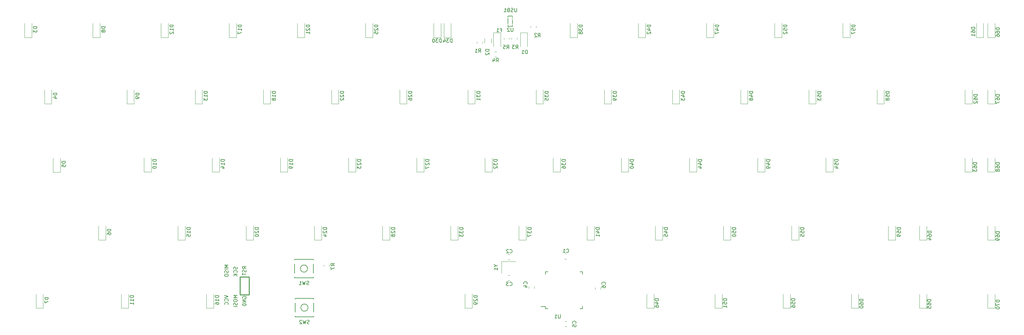
<source format=gbo>
G04 #@! TF.GenerationSoftware,KiCad,Pcbnew,(5.1.10)-1*
G04 #@! TF.CreationDate,2021-06-12T19:03:55-06:00*
G04 #@! TF.ProjectId,pcb,7063622e-6b69-4636-9164-5f7063625858,rev?*
G04 #@! TF.SameCoordinates,Original*
G04 #@! TF.FileFunction,Legend,Bot*
G04 #@! TF.FilePolarity,Positive*
%FSLAX46Y46*%
G04 Gerber Fmt 4.6, Leading zero omitted, Abs format (unit mm)*
G04 Created by KiCad (PCBNEW (5.1.10)-1) date 2021-06-12 19:03:55*
%MOMM*%
%LPD*%
G01*
G04 APERTURE LIST*
%ADD10C,0.150000*%
%ADD11C,0.120000*%
%ADD12C,0.250000*%
%ADD13R,0.600000X1.450000*%
%ADD14R,0.300000X1.450000*%
%ADD15C,0.650000*%
%ADD16O,1.000000X2.100000*%
%ADD17O,1.000000X1.600000*%
%ADD18R,0.700000X0.600000*%
%ADD19R,0.700000X1.000000*%
%ADD20C,1.750000*%
%ADD21C,2.250000*%
%ADD22C,3.987800*%
%ADD23R,1.400000X1.200000*%
%ADD24R,0.550000X1.500000*%
%ADD25R,1.500000X0.550000*%
%ADD26R,1.800000X1.100000*%
%ADD27C,3.048000*%
%ADD28R,1.700000X1.700000*%
%ADD29C,1.700000*%
%ADD30R,1.200000X0.900000*%
G04 APERTURE END LIST*
D10*
X207549000Y-89322000D02*
X206249000Y-89322000D01*
X207549000Y-86422000D02*
X207549000Y-89322000D01*
X206249000Y-86422000D02*
X207549000Y-86422000D01*
X206249000Y-86422000D02*
X206249000Y-89322000D01*
D11*
X232129000Y-162359748D02*
X232129000Y-162882252D01*
X230659000Y-162359748D02*
X230659000Y-162882252D01*
X204502000Y-158431500D02*
X204502000Y-155131500D01*
X204502000Y-155131500D02*
X208502000Y-155131500D01*
D10*
X216757500Y-168306500D02*
X216757500Y-167731500D01*
X227107500Y-168306500D02*
X227107500Y-167631500D01*
X227107500Y-157956500D02*
X227107500Y-158631500D01*
X216757500Y-157956500D02*
X216757500Y-158631500D01*
X216757500Y-168306500D02*
X217432500Y-168306500D01*
X216757500Y-157956500D02*
X217432500Y-157956500D01*
X227107500Y-157956500D02*
X226432500Y-157956500D01*
X227107500Y-168306500D02*
X226432500Y-168306500D01*
X216757500Y-167731500D02*
X215482500Y-167731500D01*
X150415500Y-168021000D02*
G75*
G03*
X150415500Y-168021000I-1000000J0D01*
G01*
X152015500Y-170621000D02*
X152015500Y-165421000D01*
X146815500Y-170621000D02*
X152015500Y-170621000D01*
X146815500Y-165421000D02*
X146815500Y-170621000D01*
X152015500Y-165421000D02*
X146815500Y-165421000D01*
X150288500Y-157099000D02*
G75*
G03*
X150288500Y-157099000I-1000000J0D01*
G01*
X151888500Y-159699000D02*
X151888500Y-154499000D01*
X146688500Y-159699000D02*
X151888500Y-159699000D01*
X146688500Y-154499000D02*
X146688500Y-159699000D01*
X151888500Y-154499000D02*
X146688500Y-154499000D01*
D11*
X154840000Y-156006436D02*
X154840000Y-156460564D01*
X156310000Y-156006436D02*
X156310000Y-156460564D01*
X206602000Y-92960564D02*
X206602000Y-92506436D01*
X205132000Y-92960564D02*
X205132000Y-92506436D01*
X202568436Y-96420000D02*
X203022564Y-96420000D01*
X202568436Y-97890000D02*
X203022564Y-97890000D01*
X208761000Y-92960564D02*
X208761000Y-92506436D01*
X207291000Y-92960564D02*
X207291000Y-92506436D01*
X214095000Y-89658564D02*
X214095000Y-89204436D01*
X212625000Y-89658564D02*
X212625000Y-89204436D01*
X197639000Y-94103564D02*
X197639000Y-93649436D01*
X199109000Y-94103564D02*
X199109000Y-93649436D01*
D12*
X133925000Y-159425000D02*
X131425000Y-159425000D01*
X133925000Y-164425000D02*
X133925000Y-159425000D01*
X131425000Y-164425000D02*
X133925000Y-164425000D01*
X131425000Y-159425000D02*
X131425000Y-164425000D01*
D11*
X201570000Y-93950064D02*
X201570000Y-92745936D01*
X199750000Y-93950064D02*
X199750000Y-92745936D01*
X342312500Y-168143750D02*
X340312500Y-168143750D01*
X340312500Y-168143750D02*
X340312500Y-164243750D01*
X342312500Y-168143750D02*
X342312500Y-164243750D01*
X342312500Y-149093750D02*
X340312500Y-149093750D01*
X340312500Y-149093750D02*
X340312500Y-145193750D01*
X342312500Y-149093750D02*
X342312500Y-145193750D01*
X342312500Y-130043750D02*
X340312500Y-130043750D01*
X340312500Y-130043750D02*
X340312500Y-126143750D01*
X342312500Y-130043750D02*
X342312500Y-126143750D01*
X342312500Y-110993750D02*
X340312500Y-110993750D01*
X340312500Y-110993750D02*
X340312500Y-107093750D01*
X342312500Y-110993750D02*
X342312500Y-107093750D01*
X342312500Y-92421000D02*
X340312500Y-92421000D01*
X340312500Y-92421000D02*
X340312500Y-88521000D01*
X342312500Y-92421000D02*
X342312500Y-88521000D01*
X323262500Y-168143750D02*
X321262500Y-168143750D01*
X321262500Y-168143750D02*
X321262500Y-164243750D01*
X323262500Y-168143750D02*
X323262500Y-164243750D01*
X323262500Y-149093750D02*
X321262500Y-149093750D01*
X321262500Y-149093750D02*
X321262500Y-145193750D01*
X323262500Y-149093750D02*
X323262500Y-145193750D01*
X335962500Y-130043750D02*
X333962500Y-130043750D01*
X333962500Y-130043750D02*
X333962500Y-126143750D01*
X335962500Y-130043750D02*
X335962500Y-126143750D01*
X335962500Y-110993750D02*
X333962500Y-110993750D01*
X333962500Y-110993750D02*
X333962500Y-107093750D01*
X335962500Y-110993750D02*
X335962500Y-107093750D01*
X339137500Y-92421000D02*
X337137500Y-92421000D01*
X337137500Y-92421000D02*
X337137500Y-88521000D01*
X339137500Y-92421000D02*
X339137500Y-88521000D01*
X304212500Y-168143750D02*
X302212500Y-168143750D01*
X302212500Y-168143750D02*
X302212500Y-164243750D01*
X304212500Y-168143750D02*
X304212500Y-164243750D01*
X314531250Y-149093750D02*
X312531250Y-149093750D01*
X312531250Y-149093750D02*
X312531250Y-145193750D01*
X314531250Y-149093750D02*
X314531250Y-145193750D01*
X311356250Y-110993750D02*
X309356250Y-110993750D01*
X309356250Y-110993750D02*
X309356250Y-107093750D01*
X311356250Y-110993750D02*
X311356250Y-107093750D01*
X301831250Y-92421000D02*
X299831250Y-92421000D01*
X299831250Y-92421000D02*
X299831250Y-88521000D01*
X301831250Y-92421000D02*
X301831250Y-88521000D01*
X285162500Y-168143750D02*
X283162500Y-168143750D01*
X283162500Y-168143750D02*
X283162500Y-164243750D01*
X285162500Y-168143750D02*
X285162500Y-164243750D01*
X287543750Y-149093750D02*
X285543750Y-149093750D01*
X285543750Y-149093750D02*
X285543750Y-145193750D01*
X287543750Y-149093750D02*
X287543750Y-145193750D01*
X297068750Y-130043750D02*
X295068750Y-130043750D01*
X295068750Y-130043750D02*
X295068750Y-126143750D01*
X297068750Y-130043750D02*
X297068750Y-126143750D01*
X292306250Y-110993750D02*
X290306250Y-110993750D01*
X290306250Y-110993750D02*
X290306250Y-107093750D01*
X292306250Y-110993750D02*
X292306250Y-107093750D01*
X282781250Y-92421000D02*
X280781250Y-92421000D01*
X280781250Y-92421000D02*
X280781250Y-88521000D01*
X282781250Y-92421000D02*
X282781250Y-88521000D01*
X266112500Y-168143750D02*
X264112500Y-168143750D01*
X264112500Y-168143750D02*
X264112500Y-164243750D01*
X266112500Y-168143750D02*
X266112500Y-164243750D01*
X268493750Y-149093750D02*
X266493750Y-149093750D01*
X266493750Y-149093750D02*
X266493750Y-145193750D01*
X268493750Y-149093750D02*
X268493750Y-145193750D01*
X278018750Y-130043750D02*
X276018750Y-130043750D01*
X276018750Y-130043750D02*
X276018750Y-126143750D01*
X278018750Y-130043750D02*
X278018750Y-126143750D01*
X273256250Y-110993750D02*
X271256250Y-110993750D01*
X271256250Y-110993750D02*
X271256250Y-107093750D01*
X273256250Y-110993750D02*
X273256250Y-107093750D01*
X263731250Y-92421000D02*
X261731250Y-92421000D01*
X261731250Y-92421000D02*
X261731250Y-88521000D01*
X263731250Y-92421000D02*
X263731250Y-88521000D01*
X247062500Y-168143750D02*
X245062500Y-168143750D01*
X245062500Y-168143750D02*
X245062500Y-164243750D01*
X247062500Y-168143750D02*
X247062500Y-164243750D01*
X249443750Y-149093750D02*
X247443750Y-149093750D01*
X247443750Y-149093750D02*
X247443750Y-145193750D01*
X249443750Y-149093750D02*
X249443750Y-145193750D01*
X258968750Y-130043750D02*
X256968750Y-130043750D01*
X256968750Y-130043750D02*
X256968750Y-126143750D01*
X258968750Y-130043750D02*
X258968750Y-126143750D01*
X254206250Y-110993750D02*
X252206250Y-110993750D01*
X252206250Y-110993750D02*
X252206250Y-107093750D01*
X254206250Y-110993750D02*
X254206250Y-107093750D01*
X244681250Y-92421000D02*
X242681250Y-92421000D01*
X242681250Y-92421000D02*
X242681250Y-88521000D01*
X244681250Y-92421000D02*
X244681250Y-88521000D01*
X230393750Y-149093750D02*
X228393750Y-149093750D01*
X228393750Y-149093750D02*
X228393750Y-145193750D01*
X230393750Y-149093750D02*
X230393750Y-145193750D01*
X239918750Y-130043750D02*
X237918750Y-130043750D01*
X237918750Y-130043750D02*
X237918750Y-126143750D01*
X239918750Y-130043750D02*
X239918750Y-126143750D01*
X235156250Y-110993750D02*
X233156250Y-110993750D01*
X233156250Y-110993750D02*
X233156250Y-107093750D01*
X235156250Y-110993750D02*
X235156250Y-107093750D01*
X225631250Y-92421000D02*
X223631250Y-92421000D01*
X223631250Y-92421000D02*
X223631250Y-88521000D01*
X225631250Y-92421000D02*
X225631250Y-88521000D01*
X211343750Y-149093750D02*
X209343750Y-149093750D01*
X209343750Y-149093750D02*
X209343750Y-145193750D01*
X211343750Y-149093750D02*
X211343750Y-145193750D01*
X220868750Y-130043750D02*
X218868750Y-130043750D01*
X218868750Y-130043750D02*
X218868750Y-126143750D01*
X220868750Y-130043750D02*
X220868750Y-126143750D01*
X216106250Y-110993750D02*
X214106250Y-110993750D01*
X214106250Y-110993750D02*
X214106250Y-107093750D01*
X216106250Y-110993750D02*
X216106250Y-107093750D01*
X190357000Y-92420000D02*
X188357000Y-92420000D01*
X188357000Y-92420000D02*
X188357000Y-88520000D01*
X190357000Y-92420000D02*
X190357000Y-88520000D01*
X192293750Y-149093750D02*
X190293750Y-149093750D01*
X190293750Y-149093750D02*
X190293750Y-145193750D01*
X192293750Y-149093750D02*
X192293750Y-145193750D01*
X201818750Y-130043750D02*
X199818750Y-130043750D01*
X199818750Y-130043750D02*
X199818750Y-126143750D01*
X201818750Y-130043750D02*
X201818750Y-126143750D01*
X197056250Y-110993750D02*
X195056250Y-110993750D01*
X195056250Y-110993750D02*
X195056250Y-107093750D01*
X197056250Y-110993750D02*
X197056250Y-107093750D01*
X187531250Y-92421000D02*
X185531250Y-92421000D01*
X185531250Y-92421000D02*
X185531250Y-88521000D01*
X187531250Y-92421000D02*
X187531250Y-88521000D01*
X196262500Y-168111000D02*
X194262500Y-168111000D01*
X194262500Y-168111000D02*
X194262500Y-164211000D01*
X196262500Y-168111000D02*
X196262500Y-164211000D01*
X173243750Y-149093750D02*
X171243750Y-149093750D01*
X171243750Y-149093750D02*
X171243750Y-145193750D01*
X173243750Y-149093750D02*
X173243750Y-145193750D01*
X182768750Y-130043750D02*
X180768750Y-130043750D01*
X180768750Y-130043750D02*
X180768750Y-126143750D01*
X182768750Y-130043750D02*
X182768750Y-126143750D01*
X178006250Y-110993750D02*
X176006250Y-110993750D01*
X176006250Y-110993750D02*
X176006250Y-107093750D01*
X178006250Y-110993750D02*
X178006250Y-107093750D01*
X168481250Y-92421000D02*
X166481250Y-92421000D01*
X166481250Y-92421000D02*
X166481250Y-88521000D01*
X168481250Y-92421000D02*
X168481250Y-88521000D01*
X154193750Y-149093750D02*
X152193750Y-149093750D01*
X152193750Y-149093750D02*
X152193750Y-145193750D01*
X154193750Y-149093750D02*
X154193750Y-145193750D01*
X163718750Y-130043750D02*
X161718750Y-130043750D01*
X161718750Y-130043750D02*
X161718750Y-126143750D01*
X163718750Y-130043750D02*
X163718750Y-126143750D01*
X158956250Y-110993750D02*
X156956250Y-110993750D01*
X156956250Y-110993750D02*
X156956250Y-107093750D01*
X158956250Y-110993750D02*
X158956250Y-107093750D01*
X149431250Y-92419000D02*
X147431250Y-92419000D01*
X147431250Y-92419000D02*
X147431250Y-88519000D01*
X149431250Y-92419000D02*
X149431250Y-88519000D01*
X135143750Y-149093750D02*
X133143750Y-149093750D01*
X133143750Y-149093750D02*
X133143750Y-145193750D01*
X135143750Y-149093750D02*
X135143750Y-145193750D01*
X144668750Y-130043750D02*
X142668750Y-130043750D01*
X142668750Y-130043750D02*
X142668750Y-126143750D01*
X144668750Y-130043750D02*
X144668750Y-126143750D01*
X139906250Y-110993750D02*
X137906250Y-110993750D01*
X137906250Y-110993750D02*
X137906250Y-107093750D01*
X139906250Y-110993750D02*
X139906250Y-107093750D01*
X130381250Y-92419000D02*
X128381250Y-92419000D01*
X128381250Y-92419000D02*
X128381250Y-88519000D01*
X130381250Y-92419000D02*
X130381250Y-88519000D01*
X124031250Y-168143750D02*
X122031250Y-168143750D01*
X122031250Y-168143750D02*
X122031250Y-164243750D01*
X124031250Y-168143750D02*
X124031250Y-164243750D01*
X116093750Y-149093750D02*
X114093750Y-149093750D01*
X114093750Y-149093750D02*
X114093750Y-145193750D01*
X116093750Y-149093750D02*
X116093750Y-145193750D01*
X125618750Y-130043750D02*
X123618750Y-130043750D01*
X123618750Y-130043750D02*
X123618750Y-126143750D01*
X125618750Y-130043750D02*
X125618750Y-126143750D01*
X120856250Y-110993750D02*
X118856250Y-110993750D01*
X118856250Y-110993750D02*
X118856250Y-107093750D01*
X120856250Y-110993750D02*
X120856250Y-107093750D01*
X111331250Y-92419000D02*
X109331250Y-92419000D01*
X109331250Y-92419000D02*
X109331250Y-88519000D01*
X111331250Y-92419000D02*
X111331250Y-88519000D01*
X100218750Y-168143750D02*
X98218750Y-168143750D01*
X98218750Y-168143750D02*
X98218750Y-164243750D01*
X100218750Y-168143750D02*
X100218750Y-164243750D01*
X106568750Y-130043750D02*
X104568750Y-130043750D01*
X104568750Y-130043750D02*
X104568750Y-126143750D01*
X106568750Y-130043750D02*
X106568750Y-126143750D01*
X101806250Y-110993750D02*
X99806250Y-110993750D01*
X99806250Y-110993750D02*
X99806250Y-107093750D01*
X101806250Y-110993750D02*
X101806250Y-107093750D01*
X92281250Y-92419000D02*
X90281250Y-92419000D01*
X90281250Y-92419000D02*
X90281250Y-88519000D01*
X92281250Y-92419000D02*
X92281250Y-88519000D01*
X76406250Y-168143750D02*
X74406250Y-168143750D01*
X74406250Y-168143750D02*
X74406250Y-164243750D01*
X76406250Y-168143750D02*
X76406250Y-164243750D01*
X93868750Y-149093750D02*
X91868750Y-149093750D01*
X91868750Y-149093750D02*
X91868750Y-145193750D01*
X93868750Y-149093750D02*
X93868750Y-145193750D01*
X81168750Y-130106250D02*
X79168750Y-130106250D01*
X79168750Y-130106250D02*
X79168750Y-126206250D01*
X81168750Y-130106250D02*
X81168750Y-126206250D01*
X78787500Y-110993750D02*
X76787500Y-110993750D01*
X76787500Y-110993750D02*
X76787500Y-107093750D01*
X78787500Y-110993750D02*
X78787500Y-107093750D01*
X73231250Y-92419000D02*
X71231250Y-92419000D01*
X71231250Y-92419000D02*
X71231250Y-88519000D01*
X73231250Y-92419000D02*
X73231250Y-88519000D01*
X202200000Y-91094000D02*
X204200000Y-91094000D01*
X204200000Y-91094000D02*
X204200000Y-94994000D01*
X202200000Y-91094000D02*
X202200000Y-94994000D01*
X209693000Y-91094000D02*
X211693000Y-91094000D01*
X211693000Y-91094000D02*
X211693000Y-94994000D01*
X209693000Y-91094000D02*
X209693000Y-94994000D01*
X222704252Y-171858000D02*
X222181748Y-171858000D01*
X222704252Y-173328000D02*
X222181748Y-173328000D01*
X213587000Y-162628252D02*
X213587000Y-162105748D01*
X212117000Y-162628252D02*
X212117000Y-162105748D01*
X206760752Y-158967500D02*
X206238248Y-158967500D01*
X206760752Y-160437500D02*
X206238248Y-160437500D01*
X206240748Y-154595500D02*
X206763252Y-154595500D01*
X206240748Y-153125500D02*
X206763252Y-153125500D01*
X222054748Y-154405000D02*
X222577252Y-154405000D01*
X222054748Y-152935000D02*
X222577252Y-152935000D01*
D10*
X208701170Y-84267380D02*
X208701170Y-85076904D01*
X208653551Y-85172142D01*
X208605932Y-85219761D01*
X208510694Y-85267380D01*
X208320217Y-85267380D01*
X208224979Y-85219761D01*
X208177360Y-85172142D01*
X208129741Y-85076904D01*
X208129741Y-84267380D01*
X207701170Y-85219761D02*
X207558313Y-85267380D01*
X207320217Y-85267380D01*
X207224979Y-85219761D01*
X207177360Y-85172142D01*
X207129741Y-85076904D01*
X207129741Y-84981666D01*
X207177360Y-84886428D01*
X207224979Y-84838809D01*
X207320217Y-84791190D01*
X207510694Y-84743571D01*
X207605932Y-84695952D01*
X207653551Y-84648333D01*
X207701170Y-84553095D01*
X207701170Y-84457857D01*
X207653551Y-84362619D01*
X207605932Y-84315000D01*
X207510694Y-84267380D01*
X207272598Y-84267380D01*
X207129741Y-84315000D01*
X206367836Y-84743571D02*
X206224979Y-84791190D01*
X206177360Y-84838809D01*
X206129741Y-84934047D01*
X206129741Y-85076904D01*
X206177360Y-85172142D01*
X206224979Y-85219761D01*
X206320217Y-85267380D01*
X206701170Y-85267380D01*
X206701170Y-84267380D01*
X206367836Y-84267380D01*
X206272598Y-84315000D01*
X206224979Y-84362619D01*
X206177360Y-84457857D01*
X206177360Y-84553095D01*
X206224979Y-84648333D01*
X206272598Y-84695952D01*
X206367836Y-84743571D01*
X206701170Y-84743571D01*
X205177360Y-85267380D02*
X205748789Y-85267380D01*
X205463075Y-85267380D02*
X205463075Y-84267380D01*
X205558313Y-84410238D01*
X205653551Y-84505476D01*
X205748789Y-84553095D01*
X207660904Y-89774380D02*
X207660904Y-90583904D01*
X207613285Y-90679142D01*
X207565666Y-90726761D01*
X207470428Y-90774380D01*
X207279952Y-90774380D01*
X207184714Y-90726761D01*
X207137095Y-90679142D01*
X207089476Y-90583904D01*
X207089476Y-89774380D01*
X206660904Y-89869619D02*
X206613285Y-89822000D01*
X206518047Y-89774380D01*
X206279952Y-89774380D01*
X206184714Y-89822000D01*
X206137095Y-89869619D01*
X206089476Y-89964857D01*
X206089476Y-90060095D01*
X206137095Y-90202952D01*
X206708523Y-90774380D01*
X206089476Y-90774380D01*
X233402142Y-161504333D02*
X233449761Y-161456714D01*
X233497380Y-161313857D01*
X233497380Y-161218619D01*
X233449761Y-161075761D01*
X233354523Y-160980523D01*
X233259285Y-160932904D01*
X233068809Y-160885285D01*
X232925952Y-160885285D01*
X232735476Y-160932904D01*
X232640238Y-160980523D01*
X232545000Y-161075761D01*
X232497380Y-161218619D01*
X232497380Y-161313857D01*
X232545000Y-161456714D01*
X232592619Y-161504333D01*
X232497380Y-162361476D02*
X232497380Y-162171000D01*
X232545000Y-162075761D01*
X232592619Y-162028142D01*
X232735476Y-161932904D01*
X232925952Y-161885285D01*
X233306904Y-161885285D01*
X233402142Y-161932904D01*
X233449761Y-161980523D01*
X233497380Y-162075761D01*
X233497380Y-162266238D01*
X233449761Y-162361476D01*
X233402142Y-162409095D01*
X233306904Y-162456714D01*
X233068809Y-162456714D01*
X232973571Y-162409095D01*
X232925952Y-162361476D01*
X232878333Y-162266238D01*
X232878333Y-162075761D01*
X232925952Y-161980523D01*
X232973571Y-161932904D01*
X233068809Y-161885285D01*
X202922190Y-156305309D02*
X203398380Y-156305309D01*
X202398380Y-155971976D02*
X202922190Y-156305309D01*
X202398380Y-156638642D01*
X203398380Y-157495785D02*
X203398380Y-156924357D01*
X203398380Y-157210071D02*
X202398380Y-157210071D01*
X202541238Y-157114833D01*
X202636476Y-157019595D01*
X202684095Y-156924357D01*
X220916404Y-169949880D02*
X220916404Y-170759404D01*
X220868785Y-170854642D01*
X220821166Y-170902261D01*
X220725928Y-170949880D01*
X220535452Y-170949880D01*
X220440214Y-170902261D01*
X220392595Y-170854642D01*
X220344976Y-170759404D01*
X220344976Y-169949880D01*
X219344976Y-170949880D02*
X219916404Y-170949880D01*
X219630690Y-170949880D02*
X219630690Y-169949880D01*
X219725928Y-170092738D01*
X219821166Y-170187976D01*
X219916404Y-170235595D01*
X150748833Y-172489761D02*
X150605976Y-172537380D01*
X150367880Y-172537380D01*
X150272642Y-172489761D01*
X150225023Y-172442142D01*
X150177404Y-172346904D01*
X150177404Y-172251666D01*
X150225023Y-172156428D01*
X150272642Y-172108809D01*
X150367880Y-172061190D01*
X150558357Y-172013571D01*
X150653595Y-171965952D01*
X150701214Y-171918333D01*
X150748833Y-171823095D01*
X150748833Y-171727857D01*
X150701214Y-171632619D01*
X150653595Y-171585000D01*
X150558357Y-171537380D01*
X150320261Y-171537380D01*
X150177404Y-171585000D01*
X149844071Y-171537380D02*
X149605976Y-172537380D01*
X149415500Y-171823095D01*
X149225023Y-172537380D01*
X148986928Y-171537380D01*
X148653595Y-171632619D02*
X148605976Y-171585000D01*
X148510738Y-171537380D01*
X148272642Y-171537380D01*
X148177404Y-171585000D01*
X148129785Y-171632619D01*
X148082166Y-171727857D01*
X148082166Y-171823095D01*
X148129785Y-171965952D01*
X148701214Y-172537380D01*
X148082166Y-172537380D01*
X150621833Y-161567761D02*
X150478976Y-161615380D01*
X150240880Y-161615380D01*
X150145642Y-161567761D01*
X150098023Y-161520142D01*
X150050404Y-161424904D01*
X150050404Y-161329666D01*
X150098023Y-161234428D01*
X150145642Y-161186809D01*
X150240880Y-161139190D01*
X150431357Y-161091571D01*
X150526595Y-161043952D01*
X150574214Y-160996333D01*
X150621833Y-160901095D01*
X150621833Y-160805857D01*
X150574214Y-160710619D01*
X150526595Y-160663000D01*
X150431357Y-160615380D01*
X150193261Y-160615380D01*
X150050404Y-160663000D01*
X149717071Y-160615380D02*
X149478976Y-161615380D01*
X149288500Y-160901095D01*
X149098023Y-161615380D01*
X148859928Y-160615380D01*
X147955166Y-161615380D02*
X148526595Y-161615380D01*
X148240880Y-161615380D02*
X148240880Y-160615380D01*
X148336119Y-160758238D01*
X148431357Y-160853476D01*
X148526595Y-160901095D01*
X157805380Y-156297333D02*
X157329190Y-155964000D01*
X157805380Y-155725904D02*
X156805380Y-155725904D01*
X156805380Y-156106857D01*
X156853000Y-156202095D01*
X156900619Y-156249714D01*
X156995857Y-156297333D01*
X157138714Y-156297333D01*
X157233952Y-156249714D01*
X157281571Y-156202095D01*
X157329190Y-156106857D01*
X157329190Y-155725904D01*
X156805380Y-156630666D02*
X156805380Y-157297333D01*
X157805380Y-156868761D01*
X205906666Y-95575380D02*
X206240000Y-95099190D01*
X206478095Y-95575380D02*
X206478095Y-94575380D01*
X206097142Y-94575380D01*
X206001904Y-94623000D01*
X205954285Y-94670619D01*
X205906666Y-94765857D01*
X205906666Y-94908714D01*
X205954285Y-95003952D01*
X206001904Y-95051571D01*
X206097142Y-95099190D01*
X206478095Y-95099190D01*
X205001904Y-94575380D02*
X205478095Y-94575380D01*
X205525714Y-95051571D01*
X205478095Y-95003952D01*
X205382857Y-94956333D01*
X205144761Y-94956333D01*
X205049523Y-95003952D01*
X205001904Y-95051571D01*
X204954285Y-95146809D01*
X204954285Y-95384904D01*
X205001904Y-95480142D01*
X205049523Y-95527761D01*
X205144761Y-95575380D01*
X205382857Y-95575380D01*
X205478095Y-95527761D01*
X205525714Y-95480142D01*
X202962166Y-99257380D02*
X203295500Y-98781190D01*
X203533595Y-99257380D02*
X203533595Y-98257380D01*
X203152642Y-98257380D01*
X203057404Y-98305000D01*
X203009785Y-98352619D01*
X202962166Y-98447857D01*
X202962166Y-98590714D01*
X203009785Y-98685952D01*
X203057404Y-98733571D01*
X203152642Y-98781190D01*
X203533595Y-98781190D01*
X202105023Y-98590714D02*
X202105023Y-99257380D01*
X202343119Y-98209761D02*
X202581214Y-98924047D01*
X201962166Y-98924047D01*
X208446666Y-95575380D02*
X208780000Y-95099190D01*
X209018095Y-95575380D02*
X209018095Y-94575380D01*
X208637142Y-94575380D01*
X208541904Y-94623000D01*
X208494285Y-94670619D01*
X208446666Y-94765857D01*
X208446666Y-94908714D01*
X208494285Y-95003952D01*
X208541904Y-95051571D01*
X208637142Y-95099190D01*
X209018095Y-95099190D01*
X208113333Y-94575380D02*
X207494285Y-94575380D01*
X207827619Y-94956333D01*
X207684761Y-94956333D01*
X207589523Y-95003952D01*
X207541904Y-95051571D01*
X207494285Y-95146809D01*
X207494285Y-95384904D01*
X207541904Y-95480142D01*
X207589523Y-95527761D01*
X207684761Y-95575380D01*
X207970476Y-95575380D01*
X208065714Y-95527761D01*
X208113333Y-95480142D01*
X214669666Y-92273380D02*
X215003000Y-91797190D01*
X215241095Y-92273380D02*
X215241095Y-91273380D01*
X214860142Y-91273380D01*
X214764904Y-91321000D01*
X214717285Y-91368619D01*
X214669666Y-91463857D01*
X214669666Y-91606714D01*
X214717285Y-91701952D01*
X214764904Y-91749571D01*
X214860142Y-91797190D01*
X215241095Y-91797190D01*
X214288714Y-91368619D02*
X214241095Y-91321000D01*
X214145857Y-91273380D01*
X213907761Y-91273380D01*
X213812523Y-91321000D01*
X213764904Y-91368619D01*
X213717285Y-91463857D01*
X213717285Y-91559095D01*
X213764904Y-91701952D01*
X214336333Y-92273380D01*
X213717285Y-92273380D01*
X198032666Y-96591380D02*
X198366000Y-96115190D01*
X198604095Y-96591380D02*
X198604095Y-95591380D01*
X198223142Y-95591380D01*
X198127904Y-95639000D01*
X198080285Y-95686619D01*
X198032666Y-95781857D01*
X198032666Y-95924714D01*
X198080285Y-96019952D01*
X198127904Y-96067571D01*
X198223142Y-96115190D01*
X198604095Y-96115190D01*
X197080285Y-96591380D02*
X197651714Y-96591380D01*
X197366000Y-96591380D02*
X197366000Y-95591380D01*
X197461238Y-95734238D01*
X197556476Y-95829476D01*
X197651714Y-95877095D01*
X128127380Y-156103571D02*
X127127380Y-156103571D01*
X127841666Y-156436904D01*
X127127380Y-156770238D01*
X128127380Y-156770238D01*
X128127380Y-157246428D02*
X127127380Y-157246428D01*
X128079761Y-157675000D02*
X128127380Y-157817857D01*
X128127380Y-158055952D01*
X128079761Y-158151190D01*
X128032142Y-158198809D01*
X127936904Y-158246428D01*
X127841666Y-158246428D01*
X127746428Y-158198809D01*
X127698809Y-158151190D01*
X127651190Y-158055952D01*
X127603571Y-157865476D01*
X127555952Y-157770238D01*
X127508333Y-157722619D01*
X127413095Y-157675000D01*
X127317857Y-157675000D01*
X127222619Y-157722619D01*
X127175000Y-157770238D01*
X127127380Y-157865476D01*
X127127380Y-158103571D01*
X127175000Y-158246428D01*
X127127380Y-158865476D02*
X127127380Y-159055952D01*
X127175000Y-159151190D01*
X127270238Y-159246428D01*
X127460714Y-159294047D01*
X127794047Y-159294047D01*
X127984523Y-159246428D01*
X128079761Y-159151190D01*
X128127380Y-159055952D01*
X128127380Y-158865476D01*
X128079761Y-158770238D01*
X127984523Y-158675000D01*
X127794047Y-158627380D01*
X127460714Y-158627380D01*
X127270238Y-158675000D01*
X127175000Y-158770238D01*
X127127380Y-158865476D01*
X127127380Y-164591666D02*
X128127380Y-164925000D01*
X127127380Y-165258333D01*
X128032142Y-166163095D02*
X128079761Y-166115476D01*
X128127380Y-165972619D01*
X128127380Y-165877380D01*
X128079761Y-165734523D01*
X127984523Y-165639285D01*
X127889285Y-165591666D01*
X127698809Y-165544047D01*
X127555952Y-165544047D01*
X127365476Y-165591666D01*
X127270238Y-165639285D01*
X127175000Y-165734523D01*
X127127380Y-165877380D01*
X127127380Y-165972619D01*
X127175000Y-166115476D01*
X127222619Y-166163095D01*
X128032142Y-167163095D02*
X128079761Y-167115476D01*
X128127380Y-166972619D01*
X128127380Y-166877380D01*
X128079761Y-166734523D01*
X127984523Y-166639285D01*
X127889285Y-166591666D01*
X127698809Y-166544047D01*
X127555952Y-166544047D01*
X127365476Y-166591666D01*
X127270238Y-166639285D01*
X127175000Y-166734523D01*
X127127380Y-166877380D01*
X127127380Y-166972619D01*
X127175000Y-167115476D01*
X127222619Y-167163095D01*
X130579761Y-156639285D02*
X130627380Y-156782142D01*
X130627380Y-157020238D01*
X130579761Y-157115476D01*
X130532142Y-157163095D01*
X130436904Y-157210714D01*
X130341666Y-157210714D01*
X130246428Y-157163095D01*
X130198809Y-157115476D01*
X130151190Y-157020238D01*
X130103571Y-156829761D01*
X130055952Y-156734523D01*
X130008333Y-156686904D01*
X129913095Y-156639285D01*
X129817857Y-156639285D01*
X129722619Y-156686904D01*
X129675000Y-156734523D01*
X129627380Y-156829761D01*
X129627380Y-157067857D01*
X129675000Y-157210714D01*
X130532142Y-158210714D02*
X130579761Y-158163095D01*
X130627380Y-158020238D01*
X130627380Y-157925000D01*
X130579761Y-157782142D01*
X130484523Y-157686904D01*
X130389285Y-157639285D01*
X130198809Y-157591666D01*
X130055952Y-157591666D01*
X129865476Y-157639285D01*
X129770238Y-157686904D01*
X129675000Y-157782142D01*
X129627380Y-157925000D01*
X129627380Y-158020238D01*
X129675000Y-158163095D01*
X129722619Y-158210714D01*
X130627380Y-158639285D02*
X129627380Y-158639285D01*
X130627380Y-159210714D02*
X130055952Y-158782142D01*
X129627380Y-159210714D02*
X130198809Y-158639285D01*
X130627380Y-164603571D02*
X129627380Y-164603571D01*
X130341666Y-164936904D01*
X129627380Y-165270238D01*
X130627380Y-165270238D01*
X129627380Y-165936904D02*
X129627380Y-166127380D01*
X129675000Y-166222619D01*
X129770238Y-166317857D01*
X129960714Y-166365476D01*
X130294047Y-166365476D01*
X130484523Y-166317857D01*
X130579761Y-166222619D01*
X130627380Y-166127380D01*
X130627380Y-165936904D01*
X130579761Y-165841666D01*
X130484523Y-165746428D01*
X130294047Y-165698809D01*
X129960714Y-165698809D01*
X129770238Y-165746428D01*
X129675000Y-165841666D01*
X129627380Y-165936904D01*
X130579761Y-166746428D02*
X130627380Y-166889285D01*
X130627380Y-167127380D01*
X130579761Y-167222619D01*
X130532142Y-167270238D01*
X130436904Y-167317857D01*
X130341666Y-167317857D01*
X130246428Y-167270238D01*
X130198809Y-167222619D01*
X130151190Y-167127380D01*
X130103571Y-166936904D01*
X130055952Y-166841666D01*
X130008333Y-166794047D01*
X129913095Y-166746428D01*
X129817857Y-166746428D01*
X129722619Y-166794047D01*
X129675000Y-166841666D01*
X129627380Y-166936904D01*
X129627380Y-167175000D01*
X129675000Y-167317857D01*
X130627380Y-167746428D02*
X129627380Y-167746428D01*
X133127380Y-157127380D02*
X132651190Y-156794047D01*
X133127380Y-156555952D02*
X132127380Y-156555952D01*
X132127380Y-156936904D01*
X132175000Y-157032142D01*
X132222619Y-157079761D01*
X132317857Y-157127380D01*
X132460714Y-157127380D01*
X132555952Y-157079761D01*
X132603571Y-157032142D01*
X132651190Y-156936904D01*
X132651190Y-156555952D01*
X133079761Y-157508333D02*
X133127380Y-157651190D01*
X133127380Y-157889285D01*
X133079761Y-157984523D01*
X133032142Y-158032142D01*
X132936904Y-158079761D01*
X132841666Y-158079761D01*
X132746428Y-158032142D01*
X132698809Y-157984523D01*
X132651190Y-157889285D01*
X132603571Y-157698809D01*
X132555952Y-157603571D01*
X132508333Y-157555952D01*
X132413095Y-157508333D01*
X132317857Y-157508333D01*
X132222619Y-157555952D01*
X132175000Y-157603571D01*
X132127380Y-157698809D01*
X132127380Y-157936904D01*
X132175000Y-158079761D01*
X132127380Y-158365476D02*
X132127380Y-158936904D01*
X133127380Y-158651190D02*
X132127380Y-158651190D01*
X132175000Y-165413095D02*
X132127380Y-165317857D01*
X132127380Y-165175000D01*
X132175000Y-165032142D01*
X132270238Y-164936904D01*
X132365476Y-164889285D01*
X132555952Y-164841666D01*
X132698809Y-164841666D01*
X132889285Y-164889285D01*
X132984523Y-164936904D01*
X133079761Y-165032142D01*
X133127380Y-165175000D01*
X133127380Y-165270238D01*
X133079761Y-165413095D01*
X133032142Y-165460714D01*
X132698809Y-165460714D01*
X132698809Y-165270238D01*
X133127380Y-165889285D02*
X132127380Y-165889285D01*
X133127380Y-166460714D01*
X132127380Y-166460714D01*
X133127380Y-166936904D02*
X132127380Y-166936904D01*
X132127380Y-167175000D01*
X132175000Y-167317857D01*
X132270238Y-167413095D01*
X132365476Y-167460714D01*
X132555952Y-167508333D01*
X132698809Y-167508333D01*
X132889285Y-167460714D01*
X132984523Y-167413095D01*
X133079761Y-167317857D01*
X133127380Y-167175000D01*
X133127380Y-166936904D01*
X204168333Y-90352571D02*
X204501666Y-90352571D01*
X204501666Y-90876380D02*
X204501666Y-89876380D01*
X204025476Y-89876380D01*
X203120714Y-90876380D02*
X203692142Y-90876380D01*
X203406428Y-90876380D02*
X203406428Y-89876380D01*
X203501666Y-90019238D01*
X203596904Y-90114476D01*
X203692142Y-90162095D01*
X343606380Y-165917714D02*
X342606380Y-165917714D01*
X342606380Y-166155809D01*
X342654000Y-166298666D01*
X342749238Y-166393904D01*
X342844476Y-166441523D01*
X343034952Y-166489142D01*
X343177809Y-166489142D01*
X343368285Y-166441523D01*
X343463523Y-166393904D01*
X343558761Y-166298666D01*
X343606380Y-166155809D01*
X343606380Y-165917714D01*
X342606380Y-166822476D02*
X342606380Y-167489142D01*
X343606380Y-167060571D01*
X342606380Y-168060571D02*
X342606380Y-168155809D01*
X342654000Y-168251047D01*
X342701619Y-168298666D01*
X342796857Y-168346285D01*
X342987333Y-168393904D01*
X343225428Y-168393904D01*
X343415904Y-168346285D01*
X343511142Y-168298666D01*
X343558761Y-168251047D01*
X343606380Y-168155809D01*
X343606380Y-168060571D01*
X343558761Y-167965333D01*
X343511142Y-167917714D01*
X343415904Y-167870095D01*
X343225428Y-167822476D01*
X342987333Y-167822476D01*
X342796857Y-167870095D01*
X342701619Y-167917714D01*
X342654000Y-167965333D01*
X342606380Y-168060571D01*
X343606380Y-146740714D02*
X342606380Y-146740714D01*
X342606380Y-146978809D01*
X342654000Y-147121666D01*
X342749238Y-147216904D01*
X342844476Y-147264523D01*
X343034952Y-147312142D01*
X343177809Y-147312142D01*
X343368285Y-147264523D01*
X343463523Y-147216904D01*
X343558761Y-147121666D01*
X343606380Y-146978809D01*
X343606380Y-146740714D01*
X342606380Y-148169285D02*
X342606380Y-147978809D01*
X342654000Y-147883571D01*
X342701619Y-147835952D01*
X342844476Y-147740714D01*
X343034952Y-147693095D01*
X343415904Y-147693095D01*
X343511142Y-147740714D01*
X343558761Y-147788333D01*
X343606380Y-147883571D01*
X343606380Y-148074047D01*
X343558761Y-148169285D01*
X343511142Y-148216904D01*
X343415904Y-148264523D01*
X343177809Y-148264523D01*
X343082571Y-148216904D01*
X343034952Y-148169285D01*
X342987333Y-148074047D01*
X342987333Y-147883571D01*
X343034952Y-147788333D01*
X343082571Y-147740714D01*
X343177809Y-147693095D01*
X343606380Y-148740714D02*
X343606380Y-148931190D01*
X343558761Y-149026428D01*
X343511142Y-149074047D01*
X343368285Y-149169285D01*
X343177809Y-149216904D01*
X342796857Y-149216904D01*
X342701619Y-149169285D01*
X342654000Y-149121666D01*
X342606380Y-149026428D01*
X342606380Y-148835952D01*
X342654000Y-148740714D01*
X342701619Y-148693095D01*
X342796857Y-148645476D01*
X343034952Y-148645476D01*
X343130190Y-148693095D01*
X343177809Y-148740714D01*
X343225428Y-148835952D01*
X343225428Y-149026428D01*
X343177809Y-149121666D01*
X343130190Y-149169285D01*
X343034952Y-149216904D01*
X343606380Y-127436714D02*
X342606380Y-127436714D01*
X342606380Y-127674809D01*
X342654000Y-127817666D01*
X342749238Y-127912904D01*
X342844476Y-127960523D01*
X343034952Y-128008142D01*
X343177809Y-128008142D01*
X343368285Y-127960523D01*
X343463523Y-127912904D01*
X343558761Y-127817666D01*
X343606380Y-127674809D01*
X343606380Y-127436714D01*
X342606380Y-128865285D02*
X342606380Y-128674809D01*
X342654000Y-128579571D01*
X342701619Y-128531952D01*
X342844476Y-128436714D01*
X343034952Y-128389095D01*
X343415904Y-128389095D01*
X343511142Y-128436714D01*
X343558761Y-128484333D01*
X343606380Y-128579571D01*
X343606380Y-128770047D01*
X343558761Y-128865285D01*
X343511142Y-128912904D01*
X343415904Y-128960523D01*
X343177809Y-128960523D01*
X343082571Y-128912904D01*
X343034952Y-128865285D01*
X342987333Y-128770047D01*
X342987333Y-128579571D01*
X343034952Y-128484333D01*
X343082571Y-128436714D01*
X343177809Y-128389095D01*
X343034952Y-129531952D02*
X342987333Y-129436714D01*
X342939714Y-129389095D01*
X342844476Y-129341476D01*
X342796857Y-129341476D01*
X342701619Y-129389095D01*
X342654000Y-129436714D01*
X342606380Y-129531952D01*
X342606380Y-129722428D01*
X342654000Y-129817666D01*
X342701619Y-129865285D01*
X342796857Y-129912904D01*
X342844476Y-129912904D01*
X342939714Y-129865285D01*
X342987333Y-129817666D01*
X343034952Y-129722428D01*
X343034952Y-129531952D01*
X343082571Y-129436714D01*
X343130190Y-129389095D01*
X343225428Y-129341476D01*
X343415904Y-129341476D01*
X343511142Y-129389095D01*
X343558761Y-129436714D01*
X343606380Y-129531952D01*
X343606380Y-129722428D01*
X343558761Y-129817666D01*
X343511142Y-129865285D01*
X343415904Y-129912904D01*
X343225428Y-129912904D01*
X343130190Y-129865285D01*
X343082571Y-129817666D01*
X343034952Y-129722428D01*
X343606380Y-108386714D02*
X342606380Y-108386714D01*
X342606380Y-108624809D01*
X342654000Y-108767666D01*
X342749238Y-108862904D01*
X342844476Y-108910523D01*
X343034952Y-108958142D01*
X343177809Y-108958142D01*
X343368285Y-108910523D01*
X343463523Y-108862904D01*
X343558761Y-108767666D01*
X343606380Y-108624809D01*
X343606380Y-108386714D01*
X342606380Y-109815285D02*
X342606380Y-109624809D01*
X342654000Y-109529571D01*
X342701619Y-109481952D01*
X342844476Y-109386714D01*
X343034952Y-109339095D01*
X343415904Y-109339095D01*
X343511142Y-109386714D01*
X343558761Y-109434333D01*
X343606380Y-109529571D01*
X343606380Y-109720047D01*
X343558761Y-109815285D01*
X343511142Y-109862904D01*
X343415904Y-109910523D01*
X343177809Y-109910523D01*
X343082571Y-109862904D01*
X343034952Y-109815285D01*
X342987333Y-109720047D01*
X342987333Y-109529571D01*
X343034952Y-109434333D01*
X343082571Y-109386714D01*
X343177809Y-109339095D01*
X342606380Y-110243857D02*
X342606380Y-110910523D01*
X343606380Y-110481952D01*
X343606380Y-89717714D02*
X342606380Y-89717714D01*
X342606380Y-89955809D01*
X342654000Y-90098666D01*
X342749238Y-90193904D01*
X342844476Y-90241523D01*
X343034952Y-90289142D01*
X343177809Y-90289142D01*
X343368285Y-90241523D01*
X343463523Y-90193904D01*
X343558761Y-90098666D01*
X343606380Y-89955809D01*
X343606380Y-89717714D01*
X342606380Y-91146285D02*
X342606380Y-90955809D01*
X342654000Y-90860571D01*
X342701619Y-90812952D01*
X342844476Y-90717714D01*
X343034952Y-90670095D01*
X343415904Y-90670095D01*
X343511142Y-90717714D01*
X343558761Y-90765333D01*
X343606380Y-90860571D01*
X343606380Y-91051047D01*
X343558761Y-91146285D01*
X343511142Y-91193904D01*
X343415904Y-91241523D01*
X343177809Y-91241523D01*
X343082571Y-91193904D01*
X343034952Y-91146285D01*
X342987333Y-91051047D01*
X342987333Y-90860571D01*
X343034952Y-90765333D01*
X343082571Y-90717714D01*
X343177809Y-90670095D01*
X342606380Y-92098666D02*
X342606380Y-91908190D01*
X342654000Y-91812952D01*
X342701619Y-91765333D01*
X342844476Y-91670095D01*
X343034952Y-91622476D01*
X343415904Y-91622476D01*
X343511142Y-91670095D01*
X343558761Y-91717714D01*
X343606380Y-91812952D01*
X343606380Y-92003428D01*
X343558761Y-92098666D01*
X343511142Y-92146285D01*
X343415904Y-92193904D01*
X343177809Y-92193904D01*
X343082571Y-92146285D01*
X343034952Y-92098666D01*
X342987333Y-92003428D01*
X342987333Y-91812952D01*
X343034952Y-91717714D01*
X343082571Y-91670095D01*
X343177809Y-91622476D01*
X324429380Y-165790714D02*
X323429380Y-165790714D01*
X323429380Y-166028809D01*
X323477000Y-166171666D01*
X323572238Y-166266904D01*
X323667476Y-166314523D01*
X323857952Y-166362142D01*
X324000809Y-166362142D01*
X324191285Y-166314523D01*
X324286523Y-166266904D01*
X324381761Y-166171666D01*
X324429380Y-166028809D01*
X324429380Y-165790714D01*
X323429380Y-167219285D02*
X323429380Y-167028809D01*
X323477000Y-166933571D01*
X323524619Y-166885952D01*
X323667476Y-166790714D01*
X323857952Y-166743095D01*
X324238904Y-166743095D01*
X324334142Y-166790714D01*
X324381761Y-166838333D01*
X324429380Y-166933571D01*
X324429380Y-167124047D01*
X324381761Y-167219285D01*
X324334142Y-167266904D01*
X324238904Y-167314523D01*
X324000809Y-167314523D01*
X323905571Y-167266904D01*
X323857952Y-167219285D01*
X323810333Y-167124047D01*
X323810333Y-166933571D01*
X323857952Y-166838333D01*
X323905571Y-166790714D01*
X324000809Y-166743095D01*
X323429380Y-168219285D02*
X323429380Y-167743095D01*
X323905571Y-167695476D01*
X323857952Y-167743095D01*
X323810333Y-167838333D01*
X323810333Y-168076428D01*
X323857952Y-168171666D01*
X323905571Y-168219285D01*
X324000809Y-168266904D01*
X324238904Y-168266904D01*
X324334142Y-168219285D01*
X324381761Y-168171666D01*
X324429380Y-168076428D01*
X324429380Y-167838333D01*
X324381761Y-167743095D01*
X324334142Y-167695476D01*
X324556380Y-146613714D02*
X323556380Y-146613714D01*
X323556380Y-146851809D01*
X323604000Y-146994666D01*
X323699238Y-147089904D01*
X323794476Y-147137523D01*
X323984952Y-147185142D01*
X324127809Y-147185142D01*
X324318285Y-147137523D01*
X324413523Y-147089904D01*
X324508761Y-146994666D01*
X324556380Y-146851809D01*
X324556380Y-146613714D01*
X323556380Y-148042285D02*
X323556380Y-147851809D01*
X323604000Y-147756571D01*
X323651619Y-147708952D01*
X323794476Y-147613714D01*
X323984952Y-147566095D01*
X324365904Y-147566095D01*
X324461142Y-147613714D01*
X324508761Y-147661333D01*
X324556380Y-147756571D01*
X324556380Y-147947047D01*
X324508761Y-148042285D01*
X324461142Y-148089904D01*
X324365904Y-148137523D01*
X324127809Y-148137523D01*
X324032571Y-148089904D01*
X323984952Y-148042285D01*
X323937333Y-147947047D01*
X323937333Y-147756571D01*
X323984952Y-147661333D01*
X324032571Y-147613714D01*
X324127809Y-147566095D01*
X323889714Y-148994666D02*
X324556380Y-148994666D01*
X323508761Y-148756571D02*
X324223047Y-148518476D01*
X324223047Y-149137523D01*
X337256380Y-127436714D02*
X336256380Y-127436714D01*
X336256380Y-127674809D01*
X336304000Y-127817666D01*
X336399238Y-127912904D01*
X336494476Y-127960523D01*
X336684952Y-128008142D01*
X336827809Y-128008142D01*
X337018285Y-127960523D01*
X337113523Y-127912904D01*
X337208761Y-127817666D01*
X337256380Y-127674809D01*
X337256380Y-127436714D01*
X336256380Y-128865285D02*
X336256380Y-128674809D01*
X336304000Y-128579571D01*
X336351619Y-128531952D01*
X336494476Y-128436714D01*
X336684952Y-128389095D01*
X337065904Y-128389095D01*
X337161142Y-128436714D01*
X337208761Y-128484333D01*
X337256380Y-128579571D01*
X337256380Y-128770047D01*
X337208761Y-128865285D01*
X337161142Y-128912904D01*
X337065904Y-128960523D01*
X336827809Y-128960523D01*
X336732571Y-128912904D01*
X336684952Y-128865285D01*
X336637333Y-128770047D01*
X336637333Y-128579571D01*
X336684952Y-128484333D01*
X336732571Y-128436714D01*
X336827809Y-128389095D01*
X336256380Y-129293857D02*
X336256380Y-129912904D01*
X336637333Y-129579571D01*
X336637333Y-129722428D01*
X336684952Y-129817666D01*
X336732571Y-129865285D01*
X336827809Y-129912904D01*
X337065904Y-129912904D01*
X337161142Y-129865285D01*
X337208761Y-129817666D01*
X337256380Y-129722428D01*
X337256380Y-129436714D01*
X337208761Y-129341476D01*
X337161142Y-129293857D01*
X337383380Y-108386714D02*
X336383380Y-108386714D01*
X336383380Y-108624809D01*
X336431000Y-108767666D01*
X336526238Y-108862904D01*
X336621476Y-108910523D01*
X336811952Y-108958142D01*
X336954809Y-108958142D01*
X337145285Y-108910523D01*
X337240523Y-108862904D01*
X337335761Y-108767666D01*
X337383380Y-108624809D01*
X337383380Y-108386714D01*
X336383380Y-109815285D02*
X336383380Y-109624809D01*
X336431000Y-109529571D01*
X336478619Y-109481952D01*
X336621476Y-109386714D01*
X336811952Y-109339095D01*
X337192904Y-109339095D01*
X337288142Y-109386714D01*
X337335761Y-109434333D01*
X337383380Y-109529571D01*
X337383380Y-109720047D01*
X337335761Y-109815285D01*
X337288142Y-109862904D01*
X337192904Y-109910523D01*
X336954809Y-109910523D01*
X336859571Y-109862904D01*
X336811952Y-109815285D01*
X336764333Y-109720047D01*
X336764333Y-109529571D01*
X336811952Y-109434333D01*
X336859571Y-109386714D01*
X336954809Y-109339095D01*
X336478619Y-110291476D02*
X336431000Y-110339095D01*
X336383380Y-110434333D01*
X336383380Y-110672428D01*
X336431000Y-110767666D01*
X336478619Y-110815285D01*
X336573857Y-110862904D01*
X336669095Y-110862904D01*
X336811952Y-110815285D01*
X337383380Y-110243857D01*
X337383380Y-110862904D01*
X336748380Y-89590714D02*
X335748380Y-89590714D01*
X335748380Y-89828809D01*
X335796000Y-89971666D01*
X335891238Y-90066904D01*
X335986476Y-90114523D01*
X336176952Y-90162142D01*
X336319809Y-90162142D01*
X336510285Y-90114523D01*
X336605523Y-90066904D01*
X336700761Y-89971666D01*
X336748380Y-89828809D01*
X336748380Y-89590714D01*
X335748380Y-91019285D02*
X335748380Y-90828809D01*
X335796000Y-90733571D01*
X335843619Y-90685952D01*
X335986476Y-90590714D01*
X336176952Y-90543095D01*
X336557904Y-90543095D01*
X336653142Y-90590714D01*
X336700761Y-90638333D01*
X336748380Y-90733571D01*
X336748380Y-90924047D01*
X336700761Y-91019285D01*
X336653142Y-91066904D01*
X336557904Y-91114523D01*
X336319809Y-91114523D01*
X336224571Y-91066904D01*
X336176952Y-91019285D01*
X336129333Y-90924047D01*
X336129333Y-90733571D01*
X336176952Y-90638333D01*
X336224571Y-90590714D01*
X336319809Y-90543095D01*
X336748380Y-92066904D02*
X336748380Y-91495476D01*
X336748380Y-91781190D02*
X335748380Y-91781190D01*
X335891238Y-91685952D01*
X335986476Y-91590714D01*
X336034095Y-91495476D01*
X305506380Y-165663714D02*
X304506380Y-165663714D01*
X304506380Y-165901809D01*
X304554000Y-166044666D01*
X304649238Y-166139904D01*
X304744476Y-166187523D01*
X304934952Y-166235142D01*
X305077809Y-166235142D01*
X305268285Y-166187523D01*
X305363523Y-166139904D01*
X305458761Y-166044666D01*
X305506380Y-165901809D01*
X305506380Y-165663714D01*
X304506380Y-167092285D02*
X304506380Y-166901809D01*
X304554000Y-166806571D01*
X304601619Y-166758952D01*
X304744476Y-166663714D01*
X304934952Y-166616095D01*
X305315904Y-166616095D01*
X305411142Y-166663714D01*
X305458761Y-166711333D01*
X305506380Y-166806571D01*
X305506380Y-166997047D01*
X305458761Y-167092285D01*
X305411142Y-167139904D01*
X305315904Y-167187523D01*
X305077809Y-167187523D01*
X304982571Y-167139904D01*
X304934952Y-167092285D01*
X304887333Y-166997047D01*
X304887333Y-166806571D01*
X304934952Y-166711333D01*
X304982571Y-166663714D01*
X305077809Y-166616095D01*
X304506380Y-167806571D02*
X304506380Y-167901809D01*
X304554000Y-167997047D01*
X304601619Y-168044666D01*
X304696857Y-168092285D01*
X304887333Y-168139904D01*
X305125428Y-168139904D01*
X305315904Y-168092285D01*
X305411142Y-168044666D01*
X305458761Y-167997047D01*
X305506380Y-167901809D01*
X305506380Y-167806571D01*
X305458761Y-167711333D01*
X305411142Y-167663714D01*
X305315904Y-167616095D01*
X305125428Y-167568476D01*
X304887333Y-167568476D01*
X304696857Y-167616095D01*
X304601619Y-167663714D01*
X304554000Y-167711333D01*
X304506380Y-167806571D01*
X315983630Y-145629464D02*
X314983630Y-145629464D01*
X314983630Y-145867559D01*
X315031250Y-146010416D01*
X315126488Y-146105654D01*
X315221726Y-146153273D01*
X315412202Y-146200892D01*
X315555059Y-146200892D01*
X315745535Y-146153273D01*
X315840773Y-146105654D01*
X315936011Y-146010416D01*
X315983630Y-145867559D01*
X315983630Y-145629464D01*
X314983630Y-147105654D02*
X314983630Y-146629464D01*
X315459821Y-146581845D01*
X315412202Y-146629464D01*
X315364583Y-146724702D01*
X315364583Y-146962797D01*
X315412202Y-147058035D01*
X315459821Y-147105654D01*
X315555059Y-147153273D01*
X315793154Y-147153273D01*
X315888392Y-147105654D01*
X315936011Y-147058035D01*
X315983630Y-146962797D01*
X315983630Y-146724702D01*
X315936011Y-146629464D01*
X315888392Y-146581845D01*
X315983630Y-147629464D02*
X315983630Y-147819940D01*
X315936011Y-147915178D01*
X315888392Y-147962797D01*
X315745535Y-148058035D01*
X315555059Y-148105654D01*
X315174107Y-148105654D01*
X315078869Y-148058035D01*
X315031250Y-148010416D01*
X314983630Y-147915178D01*
X314983630Y-147724702D01*
X315031250Y-147629464D01*
X315078869Y-147581845D01*
X315174107Y-147534226D01*
X315412202Y-147534226D01*
X315507440Y-147581845D01*
X315555059Y-147629464D01*
X315602678Y-147724702D01*
X315602678Y-147915178D01*
X315555059Y-148010416D01*
X315507440Y-148058035D01*
X315412202Y-148105654D01*
X312808630Y-107529464D02*
X311808630Y-107529464D01*
X311808630Y-107767559D01*
X311856250Y-107910416D01*
X311951488Y-108005654D01*
X312046726Y-108053273D01*
X312237202Y-108100892D01*
X312380059Y-108100892D01*
X312570535Y-108053273D01*
X312665773Y-108005654D01*
X312761011Y-107910416D01*
X312808630Y-107767559D01*
X312808630Y-107529464D01*
X311808630Y-109005654D02*
X311808630Y-108529464D01*
X312284821Y-108481845D01*
X312237202Y-108529464D01*
X312189583Y-108624702D01*
X312189583Y-108862797D01*
X312237202Y-108958035D01*
X312284821Y-109005654D01*
X312380059Y-109053273D01*
X312618154Y-109053273D01*
X312713392Y-109005654D01*
X312761011Y-108958035D01*
X312808630Y-108862797D01*
X312808630Y-108624702D01*
X312761011Y-108529464D01*
X312713392Y-108481845D01*
X312237202Y-109624702D02*
X312189583Y-109529464D01*
X312141964Y-109481845D01*
X312046726Y-109434226D01*
X311999107Y-109434226D01*
X311903869Y-109481845D01*
X311856250Y-109529464D01*
X311808630Y-109624702D01*
X311808630Y-109815178D01*
X311856250Y-109910416D01*
X311903869Y-109958035D01*
X311999107Y-110005654D01*
X312046726Y-110005654D01*
X312141964Y-109958035D01*
X312189583Y-109910416D01*
X312237202Y-109815178D01*
X312237202Y-109624702D01*
X312284821Y-109529464D01*
X312332440Y-109481845D01*
X312427678Y-109434226D01*
X312618154Y-109434226D01*
X312713392Y-109481845D01*
X312761011Y-109529464D01*
X312808630Y-109624702D01*
X312808630Y-109815178D01*
X312761011Y-109910416D01*
X312713392Y-109958035D01*
X312618154Y-110005654D01*
X312427678Y-110005654D01*
X312332440Y-109958035D01*
X312284821Y-109910416D01*
X312237202Y-109815178D01*
X303283630Y-88956714D02*
X302283630Y-88956714D01*
X302283630Y-89194809D01*
X302331250Y-89337666D01*
X302426488Y-89432904D01*
X302521726Y-89480523D01*
X302712202Y-89528142D01*
X302855059Y-89528142D01*
X303045535Y-89480523D01*
X303140773Y-89432904D01*
X303236011Y-89337666D01*
X303283630Y-89194809D01*
X303283630Y-88956714D01*
X302283630Y-90432904D02*
X302283630Y-89956714D01*
X302759821Y-89909095D01*
X302712202Y-89956714D01*
X302664583Y-90051952D01*
X302664583Y-90290047D01*
X302712202Y-90385285D01*
X302759821Y-90432904D01*
X302855059Y-90480523D01*
X303093154Y-90480523D01*
X303188392Y-90432904D01*
X303236011Y-90385285D01*
X303283630Y-90290047D01*
X303283630Y-90051952D01*
X303236011Y-89956714D01*
X303188392Y-89909095D01*
X302283630Y-90813857D02*
X302283630Y-91480523D01*
X303283630Y-91051952D01*
X286456380Y-165536714D02*
X285456380Y-165536714D01*
X285456380Y-165774809D01*
X285504000Y-165917666D01*
X285599238Y-166012904D01*
X285694476Y-166060523D01*
X285884952Y-166108142D01*
X286027809Y-166108142D01*
X286218285Y-166060523D01*
X286313523Y-166012904D01*
X286408761Y-165917666D01*
X286456380Y-165774809D01*
X286456380Y-165536714D01*
X285456380Y-167012904D02*
X285456380Y-166536714D01*
X285932571Y-166489095D01*
X285884952Y-166536714D01*
X285837333Y-166631952D01*
X285837333Y-166870047D01*
X285884952Y-166965285D01*
X285932571Y-167012904D01*
X286027809Y-167060523D01*
X286265904Y-167060523D01*
X286361142Y-167012904D01*
X286408761Y-166965285D01*
X286456380Y-166870047D01*
X286456380Y-166631952D01*
X286408761Y-166536714D01*
X286361142Y-166489095D01*
X285456380Y-167917666D02*
X285456380Y-167727190D01*
X285504000Y-167631952D01*
X285551619Y-167584333D01*
X285694476Y-167489095D01*
X285884952Y-167441476D01*
X286265904Y-167441476D01*
X286361142Y-167489095D01*
X286408761Y-167536714D01*
X286456380Y-167631952D01*
X286456380Y-167822428D01*
X286408761Y-167917666D01*
X286361142Y-167965285D01*
X286265904Y-168012904D01*
X286027809Y-168012904D01*
X285932571Y-167965285D01*
X285884952Y-167917666D01*
X285837333Y-167822428D01*
X285837333Y-167631952D01*
X285884952Y-167536714D01*
X285932571Y-167489095D01*
X286027809Y-167441476D01*
X288996130Y-145629464D02*
X287996130Y-145629464D01*
X287996130Y-145867559D01*
X288043750Y-146010416D01*
X288138988Y-146105654D01*
X288234226Y-146153273D01*
X288424702Y-146200892D01*
X288567559Y-146200892D01*
X288758035Y-146153273D01*
X288853273Y-146105654D01*
X288948511Y-146010416D01*
X288996130Y-145867559D01*
X288996130Y-145629464D01*
X287996130Y-147105654D02*
X287996130Y-146629464D01*
X288472321Y-146581845D01*
X288424702Y-146629464D01*
X288377083Y-146724702D01*
X288377083Y-146962797D01*
X288424702Y-147058035D01*
X288472321Y-147105654D01*
X288567559Y-147153273D01*
X288805654Y-147153273D01*
X288900892Y-147105654D01*
X288948511Y-147058035D01*
X288996130Y-146962797D01*
X288996130Y-146724702D01*
X288948511Y-146629464D01*
X288900892Y-146581845D01*
X287996130Y-148058035D02*
X287996130Y-147581845D01*
X288472321Y-147534226D01*
X288424702Y-147581845D01*
X288377083Y-147677083D01*
X288377083Y-147915178D01*
X288424702Y-148010416D01*
X288472321Y-148058035D01*
X288567559Y-148105654D01*
X288805654Y-148105654D01*
X288900892Y-148058035D01*
X288948511Y-148010416D01*
X288996130Y-147915178D01*
X288996130Y-147677083D01*
X288948511Y-147581845D01*
X288900892Y-147534226D01*
X298521130Y-126579464D02*
X297521130Y-126579464D01*
X297521130Y-126817559D01*
X297568750Y-126960416D01*
X297663988Y-127055654D01*
X297759226Y-127103273D01*
X297949702Y-127150892D01*
X298092559Y-127150892D01*
X298283035Y-127103273D01*
X298378273Y-127055654D01*
X298473511Y-126960416D01*
X298521130Y-126817559D01*
X298521130Y-126579464D01*
X297521130Y-128055654D02*
X297521130Y-127579464D01*
X297997321Y-127531845D01*
X297949702Y-127579464D01*
X297902083Y-127674702D01*
X297902083Y-127912797D01*
X297949702Y-128008035D01*
X297997321Y-128055654D01*
X298092559Y-128103273D01*
X298330654Y-128103273D01*
X298425892Y-128055654D01*
X298473511Y-128008035D01*
X298521130Y-127912797D01*
X298521130Y-127674702D01*
X298473511Y-127579464D01*
X298425892Y-127531845D01*
X297854464Y-128960416D02*
X298521130Y-128960416D01*
X297473511Y-128722321D02*
X298187797Y-128484226D01*
X298187797Y-129103273D01*
X293758630Y-107529464D02*
X292758630Y-107529464D01*
X292758630Y-107767559D01*
X292806250Y-107910416D01*
X292901488Y-108005654D01*
X292996726Y-108053273D01*
X293187202Y-108100892D01*
X293330059Y-108100892D01*
X293520535Y-108053273D01*
X293615773Y-108005654D01*
X293711011Y-107910416D01*
X293758630Y-107767559D01*
X293758630Y-107529464D01*
X292758630Y-109005654D02*
X292758630Y-108529464D01*
X293234821Y-108481845D01*
X293187202Y-108529464D01*
X293139583Y-108624702D01*
X293139583Y-108862797D01*
X293187202Y-108958035D01*
X293234821Y-109005654D01*
X293330059Y-109053273D01*
X293568154Y-109053273D01*
X293663392Y-109005654D01*
X293711011Y-108958035D01*
X293758630Y-108862797D01*
X293758630Y-108624702D01*
X293711011Y-108529464D01*
X293663392Y-108481845D01*
X292758630Y-109386607D02*
X292758630Y-110005654D01*
X293139583Y-109672321D01*
X293139583Y-109815178D01*
X293187202Y-109910416D01*
X293234821Y-109958035D01*
X293330059Y-110005654D01*
X293568154Y-110005654D01*
X293663392Y-109958035D01*
X293711011Y-109910416D01*
X293758630Y-109815178D01*
X293758630Y-109529464D01*
X293711011Y-109434226D01*
X293663392Y-109386607D01*
X284233630Y-88956714D02*
X283233630Y-88956714D01*
X283233630Y-89194809D01*
X283281250Y-89337666D01*
X283376488Y-89432904D01*
X283471726Y-89480523D01*
X283662202Y-89528142D01*
X283805059Y-89528142D01*
X283995535Y-89480523D01*
X284090773Y-89432904D01*
X284186011Y-89337666D01*
X284233630Y-89194809D01*
X284233630Y-88956714D01*
X283233630Y-90432904D02*
X283233630Y-89956714D01*
X283709821Y-89909095D01*
X283662202Y-89956714D01*
X283614583Y-90051952D01*
X283614583Y-90290047D01*
X283662202Y-90385285D01*
X283709821Y-90432904D01*
X283805059Y-90480523D01*
X284043154Y-90480523D01*
X284138392Y-90432904D01*
X284186011Y-90385285D01*
X284233630Y-90290047D01*
X284233630Y-90051952D01*
X284186011Y-89956714D01*
X284138392Y-89909095D01*
X283328869Y-90861476D02*
X283281250Y-90909095D01*
X283233630Y-91004333D01*
X283233630Y-91242428D01*
X283281250Y-91337666D01*
X283328869Y-91385285D01*
X283424107Y-91432904D01*
X283519345Y-91432904D01*
X283662202Y-91385285D01*
X284233630Y-90813857D01*
X284233630Y-91432904D01*
X267406380Y-165536714D02*
X266406380Y-165536714D01*
X266406380Y-165774809D01*
X266454000Y-165917666D01*
X266549238Y-166012904D01*
X266644476Y-166060523D01*
X266834952Y-166108142D01*
X266977809Y-166108142D01*
X267168285Y-166060523D01*
X267263523Y-166012904D01*
X267358761Y-165917666D01*
X267406380Y-165774809D01*
X267406380Y-165536714D01*
X266406380Y-167012904D02*
X266406380Y-166536714D01*
X266882571Y-166489095D01*
X266834952Y-166536714D01*
X266787333Y-166631952D01*
X266787333Y-166870047D01*
X266834952Y-166965285D01*
X266882571Y-167012904D01*
X266977809Y-167060523D01*
X267215904Y-167060523D01*
X267311142Y-167012904D01*
X267358761Y-166965285D01*
X267406380Y-166870047D01*
X267406380Y-166631952D01*
X267358761Y-166536714D01*
X267311142Y-166489095D01*
X267406380Y-168012904D02*
X267406380Y-167441476D01*
X267406380Y-167727190D02*
X266406380Y-167727190D01*
X266549238Y-167631952D01*
X266644476Y-167536714D01*
X266692095Y-167441476D01*
X269946130Y-145629464D02*
X268946130Y-145629464D01*
X268946130Y-145867559D01*
X268993750Y-146010416D01*
X269088988Y-146105654D01*
X269184226Y-146153273D01*
X269374702Y-146200892D01*
X269517559Y-146200892D01*
X269708035Y-146153273D01*
X269803273Y-146105654D01*
X269898511Y-146010416D01*
X269946130Y-145867559D01*
X269946130Y-145629464D01*
X268946130Y-147105654D02*
X268946130Y-146629464D01*
X269422321Y-146581845D01*
X269374702Y-146629464D01*
X269327083Y-146724702D01*
X269327083Y-146962797D01*
X269374702Y-147058035D01*
X269422321Y-147105654D01*
X269517559Y-147153273D01*
X269755654Y-147153273D01*
X269850892Y-147105654D01*
X269898511Y-147058035D01*
X269946130Y-146962797D01*
X269946130Y-146724702D01*
X269898511Y-146629464D01*
X269850892Y-146581845D01*
X268946130Y-147772321D02*
X268946130Y-147867559D01*
X268993750Y-147962797D01*
X269041369Y-148010416D01*
X269136607Y-148058035D01*
X269327083Y-148105654D01*
X269565178Y-148105654D01*
X269755654Y-148058035D01*
X269850892Y-148010416D01*
X269898511Y-147962797D01*
X269946130Y-147867559D01*
X269946130Y-147772321D01*
X269898511Y-147677083D01*
X269850892Y-147629464D01*
X269755654Y-147581845D01*
X269565178Y-147534226D01*
X269327083Y-147534226D01*
X269136607Y-147581845D01*
X269041369Y-147629464D01*
X268993750Y-147677083D01*
X268946130Y-147772321D01*
X279471130Y-126579464D02*
X278471130Y-126579464D01*
X278471130Y-126817559D01*
X278518750Y-126960416D01*
X278613988Y-127055654D01*
X278709226Y-127103273D01*
X278899702Y-127150892D01*
X279042559Y-127150892D01*
X279233035Y-127103273D01*
X279328273Y-127055654D01*
X279423511Y-126960416D01*
X279471130Y-126817559D01*
X279471130Y-126579464D01*
X278804464Y-128008035D02*
X279471130Y-128008035D01*
X278423511Y-127769940D02*
X279137797Y-127531845D01*
X279137797Y-128150892D01*
X279471130Y-128579464D02*
X279471130Y-128769940D01*
X279423511Y-128865178D01*
X279375892Y-128912797D01*
X279233035Y-129008035D01*
X279042559Y-129055654D01*
X278661607Y-129055654D01*
X278566369Y-129008035D01*
X278518750Y-128960416D01*
X278471130Y-128865178D01*
X278471130Y-128674702D01*
X278518750Y-128579464D01*
X278566369Y-128531845D01*
X278661607Y-128484226D01*
X278899702Y-128484226D01*
X278994940Y-128531845D01*
X279042559Y-128579464D01*
X279090178Y-128674702D01*
X279090178Y-128865178D01*
X279042559Y-128960416D01*
X278994940Y-129008035D01*
X278899702Y-129055654D01*
X274708630Y-107529464D02*
X273708630Y-107529464D01*
X273708630Y-107767559D01*
X273756250Y-107910416D01*
X273851488Y-108005654D01*
X273946726Y-108053273D01*
X274137202Y-108100892D01*
X274280059Y-108100892D01*
X274470535Y-108053273D01*
X274565773Y-108005654D01*
X274661011Y-107910416D01*
X274708630Y-107767559D01*
X274708630Y-107529464D01*
X274041964Y-108958035D02*
X274708630Y-108958035D01*
X273661011Y-108719940D02*
X274375297Y-108481845D01*
X274375297Y-109100892D01*
X274137202Y-109624702D02*
X274089583Y-109529464D01*
X274041964Y-109481845D01*
X273946726Y-109434226D01*
X273899107Y-109434226D01*
X273803869Y-109481845D01*
X273756250Y-109529464D01*
X273708630Y-109624702D01*
X273708630Y-109815178D01*
X273756250Y-109910416D01*
X273803869Y-109958035D01*
X273899107Y-110005654D01*
X273946726Y-110005654D01*
X274041964Y-109958035D01*
X274089583Y-109910416D01*
X274137202Y-109815178D01*
X274137202Y-109624702D01*
X274184821Y-109529464D01*
X274232440Y-109481845D01*
X274327678Y-109434226D01*
X274518154Y-109434226D01*
X274613392Y-109481845D01*
X274661011Y-109529464D01*
X274708630Y-109624702D01*
X274708630Y-109815178D01*
X274661011Y-109910416D01*
X274613392Y-109958035D01*
X274518154Y-110005654D01*
X274327678Y-110005654D01*
X274232440Y-109958035D01*
X274184821Y-109910416D01*
X274137202Y-109815178D01*
X265183630Y-88956714D02*
X264183630Y-88956714D01*
X264183630Y-89194809D01*
X264231250Y-89337666D01*
X264326488Y-89432904D01*
X264421726Y-89480523D01*
X264612202Y-89528142D01*
X264755059Y-89528142D01*
X264945535Y-89480523D01*
X265040773Y-89432904D01*
X265136011Y-89337666D01*
X265183630Y-89194809D01*
X265183630Y-88956714D01*
X264516964Y-90385285D02*
X265183630Y-90385285D01*
X264136011Y-90147190D02*
X264850297Y-89909095D01*
X264850297Y-90528142D01*
X264183630Y-90813857D02*
X264183630Y-91480523D01*
X265183630Y-91051952D01*
X248356380Y-165536714D02*
X247356380Y-165536714D01*
X247356380Y-165774809D01*
X247404000Y-165917666D01*
X247499238Y-166012904D01*
X247594476Y-166060523D01*
X247784952Y-166108142D01*
X247927809Y-166108142D01*
X248118285Y-166060523D01*
X248213523Y-166012904D01*
X248308761Y-165917666D01*
X248356380Y-165774809D01*
X248356380Y-165536714D01*
X247689714Y-166965285D02*
X248356380Y-166965285D01*
X247308761Y-166727190D02*
X248023047Y-166489095D01*
X248023047Y-167108142D01*
X247356380Y-167917666D02*
X247356380Y-167727190D01*
X247404000Y-167631952D01*
X247451619Y-167584333D01*
X247594476Y-167489095D01*
X247784952Y-167441476D01*
X248165904Y-167441476D01*
X248261142Y-167489095D01*
X248308761Y-167536714D01*
X248356380Y-167631952D01*
X248356380Y-167822428D01*
X248308761Y-167917666D01*
X248261142Y-167965285D01*
X248165904Y-168012904D01*
X247927809Y-168012904D01*
X247832571Y-167965285D01*
X247784952Y-167917666D01*
X247737333Y-167822428D01*
X247737333Y-167631952D01*
X247784952Y-167536714D01*
X247832571Y-167489095D01*
X247927809Y-167441476D01*
X250896130Y-145629464D02*
X249896130Y-145629464D01*
X249896130Y-145867559D01*
X249943750Y-146010416D01*
X250038988Y-146105654D01*
X250134226Y-146153273D01*
X250324702Y-146200892D01*
X250467559Y-146200892D01*
X250658035Y-146153273D01*
X250753273Y-146105654D01*
X250848511Y-146010416D01*
X250896130Y-145867559D01*
X250896130Y-145629464D01*
X250229464Y-147058035D02*
X250896130Y-147058035D01*
X249848511Y-146819940D02*
X250562797Y-146581845D01*
X250562797Y-147200892D01*
X249896130Y-148058035D02*
X249896130Y-147581845D01*
X250372321Y-147534226D01*
X250324702Y-147581845D01*
X250277083Y-147677083D01*
X250277083Y-147915178D01*
X250324702Y-148010416D01*
X250372321Y-148058035D01*
X250467559Y-148105654D01*
X250705654Y-148105654D01*
X250800892Y-148058035D01*
X250848511Y-148010416D01*
X250896130Y-147915178D01*
X250896130Y-147677083D01*
X250848511Y-147581845D01*
X250800892Y-147534226D01*
X260421130Y-126579464D02*
X259421130Y-126579464D01*
X259421130Y-126817559D01*
X259468750Y-126960416D01*
X259563988Y-127055654D01*
X259659226Y-127103273D01*
X259849702Y-127150892D01*
X259992559Y-127150892D01*
X260183035Y-127103273D01*
X260278273Y-127055654D01*
X260373511Y-126960416D01*
X260421130Y-126817559D01*
X260421130Y-126579464D01*
X259754464Y-128008035D02*
X260421130Y-128008035D01*
X259373511Y-127769940D02*
X260087797Y-127531845D01*
X260087797Y-128150892D01*
X259754464Y-128960416D02*
X260421130Y-128960416D01*
X259373511Y-128722321D02*
X260087797Y-128484226D01*
X260087797Y-129103273D01*
X255658630Y-107529464D02*
X254658630Y-107529464D01*
X254658630Y-107767559D01*
X254706250Y-107910416D01*
X254801488Y-108005654D01*
X254896726Y-108053273D01*
X255087202Y-108100892D01*
X255230059Y-108100892D01*
X255420535Y-108053273D01*
X255515773Y-108005654D01*
X255611011Y-107910416D01*
X255658630Y-107767559D01*
X255658630Y-107529464D01*
X254991964Y-108958035D02*
X255658630Y-108958035D01*
X254611011Y-108719940D02*
X255325297Y-108481845D01*
X255325297Y-109100892D01*
X254658630Y-109386607D02*
X254658630Y-110005654D01*
X255039583Y-109672321D01*
X255039583Y-109815178D01*
X255087202Y-109910416D01*
X255134821Y-109958035D01*
X255230059Y-110005654D01*
X255468154Y-110005654D01*
X255563392Y-109958035D01*
X255611011Y-109910416D01*
X255658630Y-109815178D01*
X255658630Y-109529464D01*
X255611011Y-109434226D01*
X255563392Y-109386607D01*
X246133630Y-88956714D02*
X245133630Y-88956714D01*
X245133630Y-89194809D01*
X245181250Y-89337666D01*
X245276488Y-89432904D01*
X245371726Y-89480523D01*
X245562202Y-89528142D01*
X245705059Y-89528142D01*
X245895535Y-89480523D01*
X245990773Y-89432904D01*
X246086011Y-89337666D01*
X246133630Y-89194809D01*
X246133630Y-88956714D01*
X245466964Y-90385285D02*
X246133630Y-90385285D01*
X245086011Y-90147190D02*
X245800297Y-89909095D01*
X245800297Y-90528142D01*
X245228869Y-90861476D02*
X245181250Y-90909095D01*
X245133630Y-91004333D01*
X245133630Y-91242428D01*
X245181250Y-91337666D01*
X245228869Y-91385285D01*
X245324107Y-91432904D01*
X245419345Y-91432904D01*
X245562202Y-91385285D01*
X246133630Y-90813857D01*
X246133630Y-91432904D01*
X231846130Y-145629464D02*
X230846130Y-145629464D01*
X230846130Y-145867559D01*
X230893750Y-146010416D01*
X230988988Y-146105654D01*
X231084226Y-146153273D01*
X231274702Y-146200892D01*
X231417559Y-146200892D01*
X231608035Y-146153273D01*
X231703273Y-146105654D01*
X231798511Y-146010416D01*
X231846130Y-145867559D01*
X231846130Y-145629464D01*
X231179464Y-147058035D02*
X231846130Y-147058035D01*
X230798511Y-146819940D02*
X231512797Y-146581845D01*
X231512797Y-147200892D01*
X231846130Y-148105654D02*
X231846130Y-147534226D01*
X231846130Y-147819940D02*
X230846130Y-147819940D01*
X230988988Y-147724702D01*
X231084226Y-147629464D01*
X231131845Y-147534226D01*
X241371130Y-126579464D02*
X240371130Y-126579464D01*
X240371130Y-126817559D01*
X240418750Y-126960416D01*
X240513988Y-127055654D01*
X240609226Y-127103273D01*
X240799702Y-127150892D01*
X240942559Y-127150892D01*
X241133035Y-127103273D01*
X241228273Y-127055654D01*
X241323511Y-126960416D01*
X241371130Y-126817559D01*
X241371130Y-126579464D01*
X240704464Y-128008035D02*
X241371130Y-128008035D01*
X240323511Y-127769940D02*
X241037797Y-127531845D01*
X241037797Y-128150892D01*
X240371130Y-128722321D02*
X240371130Y-128817559D01*
X240418750Y-128912797D01*
X240466369Y-128960416D01*
X240561607Y-129008035D01*
X240752083Y-129055654D01*
X240990178Y-129055654D01*
X241180654Y-129008035D01*
X241275892Y-128960416D01*
X241323511Y-128912797D01*
X241371130Y-128817559D01*
X241371130Y-128722321D01*
X241323511Y-128627083D01*
X241275892Y-128579464D01*
X241180654Y-128531845D01*
X240990178Y-128484226D01*
X240752083Y-128484226D01*
X240561607Y-128531845D01*
X240466369Y-128579464D01*
X240418750Y-128627083D01*
X240371130Y-128722321D01*
X236608630Y-107529464D02*
X235608630Y-107529464D01*
X235608630Y-107767559D01*
X235656250Y-107910416D01*
X235751488Y-108005654D01*
X235846726Y-108053273D01*
X236037202Y-108100892D01*
X236180059Y-108100892D01*
X236370535Y-108053273D01*
X236465773Y-108005654D01*
X236561011Y-107910416D01*
X236608630Y-107767559D01*
X236608630Y-107529464D01*
X235608630Y-108434226D02*
X235608630Y-109053273D01*
X235989583Y-108719940D01*
X235989583Y-108862797D01*
X236037202Y-108958035D01*
X236084821Y-109005654D01*
X236180059Y-109053273D01*
X236418154Y-109053273D01*
X236513392Y-109005654D01*
X236561011Y-108958035D01*
X236608630Y-108862797D01*
X236608630Y-108577083D01*
X236561011Y-108481845D01*
X236513392Y-108434226D01*
X236608630Y-109529464D02*
X236608630Y-109719940D01*
X236561011Y-109815178D01*
X236513392Y-109862797D01*
X236370535Y-109958035D01*
X236180059Y-110005654D01*
X235799107Y-110005654D01*
X235703869Y-109958035D01*
X235656250Y-109910416D01*
X235608630Y-109815178D01*
X235608630Y-109624702D01*
X235656250Y-109529464D01*
X235703869Y-109481845D01*
X235799107Y-109434226D01*
X236037202Y-109434226D01*
X236132440Y-109481845D01*
X236180059Y-109529464D01*
X236227678Y-109624702D01*
X236227678Y-109815178D01*
X236180059Y-109910416D01*
X236132440Y-109958035D01*
X236037202Y-110005654D01*
X227083630Y-88956714D02*
X226083630Y-88956714D01*
X226083630Y-89194809D01*
X226131250Y-89337666D01*
X226226488Y-89432904D01*
X226321726Y-89480523D01*
X226512202Y-89528142D01*
X226655059Y-89528142D01*
X226845535Y-89480523D01*
X226940773Y-89432904D01*
X227036011Y-89337666D01*
X227083630Y-89194809D01*
X227083630Y-88956714D01*
X226083630Y-89861476D02*
X226083630Y-90480523D01*
X226464583Y-90147190D01*
X226464583Y-90290047D01*
X226512202Y-90385285D01*
X226559821Y-90432904D01*
X226655059Y-90480523D01*
X226893154Y-90480523D01*
X226988392Y-90432904D01*
X227036011Y-90385285D01*
X227083630Y-90290047D01*
X227083630Y-90004333D01*
X227036011Y-89909095D01*
X226988392Y-89861476D01*
X226512202Y-91051952D02*
X226464583Y-90956714D01*
X226416964Y-90909095D01*
X226321726Y-90861476D01*
X226274107Y-90861476D01*
X226178869Y-90909095D01*
X226131250Y-90956714D01*
X226083630Y-91051952D01*
X226083630Y-91242428D01*
X226131250Y-91337666D01*
X226178869Y-91385285D01*
X226274107Y-91432904D01*
X226321726Y-91432904D01*
X226416964Y-91385285D01*
X226464583Y-91337666D01*
X226512202Y-91242428D01*
X226512202Y-91051952D01*
X226559821Y-90956714D01*
X226607440Y-90909095D01*
X226702678Y-90861476D01*
X226893154Y-90861476D01*
X226988392Y-90909095D01*
X227036011Y-90956714D01*
X227083630Y-91051952D01*
X227083630Y-91242428D01*
X227036011Y-91337666D01*
X226988392Y-91385285D01*
X226893154Y-91432904D01*
X226702678Y-91432904D01*
X226607440Y-91385285D01*
X226559821Y-91337666D01*
X226512202Y-91242428D01*
X212796130Y-145629464D02*
X211796130Y-145629464D01*
X211796130Y-145867559D01*
X211843750Y-146010416D01*
X211938988Y-146105654D01*
X212034226Y-146153273D01*
X212224702Y-146200892D01*
X212367559Y-146200892D01*
X212558035Y-146153273D01*
X212653273Y-146105654D01*
X212748511Y-146010416D01*
X212796130Y-145867559D01*
X212796130Y-145629464D01*
X211796130Y-146534226D02*
X211796130Y-147153273D01*
X212177083Y-146819940D01*
X212177083Y-146962797D01*
X212224702Y-147058035D01*
X212272321Y-147105654D01*
X212367559Y-147153273D01*
X212605654Y-147153273D01*
X212700892Y-147105654D01*
X212748511Y-147058035D01*
X212796130Y-146962797D01*
X212796130Y-146677083D01*
X212748511Y-146581845D01*
X212700892Y-146534226D01*
X211796130Y-147486607D02*
X211796130Y-148153273D01*
X212796130Y-147724702D01*
X222321130Y-126579464D02*
X221321130Y-126579464D01*
X221321130Y-126817559D01*
X221368750Y-126960416D01*
X221463988Y-127055654D01*
X221559226Y-127103273D01*
X221749702Y-127150892D01*
X221892559Y-127150892D01*
X222083035Y-127103273D01*
X222178273Y-127055654D01*
X222273511Y-126960416D01*
X222321130Y-126817559D01*
X222321130Y-126579464D01*
X221321130Y-127484226D02*
X221321130Y-128103273D01*
X221702083Y-127769940D01*
X221702083Y-127912797D01*
X221749702Y-128008035D01*
X221797321Y-128055654D01*
X221892559Y-128103273D01*
X222130654Y-128103273D01*
X222225892Y-128055654D01*
X222273511Y-128008035D01*
X222321130Y-127912797D01*
X222321130Y-127627083D01*
X222273511Y-127531845D01*
X222225892Y-127484226D01*
X221321130Y-128960416D02*
X221321130Y-128769940D01*
X221368750Y-128674702D01*
X221416369Y-128627083D01*
X221559226Y-128531845D01*
X221749702Y-128484226D01*
X222130654Y-128484226D01*
X222225892Y-128531845D01*
X222273511Y-128579464D01*
X222321130Y-128674702D01*
X222321130Y-128865178D01*
X222273511Y-128960416D01*
X222225892Y-129008035D01*
X222130654Y-129055654D01*
X221892559Y-129055654D01*
X221797321Y-129008035D01*
X221749702Y-128960416D01*
X221702083Y-128865178D01*
X221702083Y-128674702D01*
X221749702Y-128579464D01*
X221797321Y-128531845D01*
X221892559Y-128484226D01*
X217558630Y-107529464D02*
X216558630Y-107529464D01*
X216558630Y-107767559D01*
X216606250Y-107910416D01*
X216701488Y-108005654D01*
X216796726Y-108053273D01*
X216987202Y-108100892D01*
X217130059Y-108100892D01*
X217320535Y-108053273D01*
X217415773Y-108005654D01*
X217511011Y-107910416D01*
X217558630Y-107767559D01*
X217558630Y-107529464D01*
X216558630Y-108434226D02*
X216558630Y-109053273D01*
X216939583Y-108719940D01*
X216939583Y-108862797D01*
X216987202Y-108958035D01*
X217034821Y-109005654D01*
X217130059Y-109053273D01*
X217368154Y-109053273D01*
X217463392Y-109005654D01*
X217511011Y-108958035D01*
X217558630Y-108862797D01*
X217558630Y-108577083D01*
X217511011Y-108481845D01*
X217463392Y-108434226D01*
X216558630Y-109958035D02*
X216558630Y-109481845D01*
X217034821Y-109434226D01*
X216987202Y-109481845D01*
X216939583Y-109577083D01*
X216939583Y-109815178D01*
X216987202Y-109910416D01*
X217034821Y-109958035D01*
X217130059Y-110005654D01*
X217368154Y-110005654D01*
X217463392Y-109958035D01*
X217511011Y-109910416D01*
X217558630Y-109815178D01*
X217558630Y-109577083D01*
X217511011Y-109481845D01*
X217463392Y-109434226D01*
X190698285Y-93797380D02*
X190698285Y-92797380D01*
X190460190Y-92797380D01*
X190317333Y-92845000D01*
X190222095Y-92940238D01*
X190174476Y-93035476D01*
X190126857Y-93225952D01*
X190126857Y-93368809D01*
X190174476Y-93559285D01*
X190222095Y-93654523D01*
X190317333Y-93749761D01*
X190460190Y-93797380D01*
X190698285Y-93797380D01*
X189793523Y-92797380D02*
X189174476Y-92797380D01*
X189507809Y-93178333D01*
X189364952Y-93178333D01*
X189269714Y-93225952D01*
X189222095Y-93273571D01*
X189174476Y-93368809D01*
X189174476Y-93606904D01*
X189222095Y-93702142D01*
X189269714Y-93749761D01*
X189364952Y-93797380D01*
X189650666Y-93797380D01*
X189745904Y-93749761D01*
X189793523Y-93702142D01*
X188317333Y-93130714D02*
X188317333Y-93797380D01*
X188555428Y-92749761D02*
X188793523Y-93464047D01*
X188174476Y-93464047D01*
X193746130Y-145629464D02*
X192746130Y-145629464D01*
X192746130Y-145867559D01*
X192793750Y-146010416D01*
X192888988Y-146105654D01*
X192984226Y-146153273D01*
X193174702Y-146200892D01*
X193317559Y-146200892D01*
X193508035Y-146153273D01*
X193603273Y-146105654D01*
X193698511Y-146010416D01*
X193746130Y-145867559D01*
X193746130Y-145629464D01*
X192746130Y-146534226D02*
X192746130Y-147153273D01*
X193127083Y-146819940D01*
X193127083Y-146962797D01*
X193174702Y-147058035D01*
X193222321Y-147105654D01*
X193317559Y-147153273D01*
X193555654Y-147153273D01*
X193650892Y-147105654D01*
X193698511Y-147058035D01*
X193746130Y-146962797D01*
X193746130Y-146677083D01*
X193698511Y-146581845D01*
X193650892Y-146534226D01*
X192746130Y-147486607D02*
X192746130Y-148105654D01*
X193127083Y-147772321D01*
X193127083Y-147915178D01*
X193174702Y-148010416D01*
X193222321Y-148058035D01*
X193317559Y-148105654D01*
X193555654Y-148105654D01*
X193650892Y-148058035D01*
X193698511Y-148010416D01*
X193746130Y-147915178D01*
X193746130Y-147629464D01*
X193698511Y-147534226D01*
X193650892Y-147486607D01*
X203271130Y-126579464D02*
X202271130Y-126579464D01*
X202271130Y-126817559D01*
X202318750Y-126960416D01*
X202413988Y-127055654D01*
X202509226Y-127103273D01*
X202699702Y-127150892D01*
X202842559Y-127150892D01*
X203033035Y-127103273D01*
X203128273Y-127055654D01*
X203223511Y-126960416D01*
X203271130Y-126817559D01*
X203271130Y-126579464D01*
X202271130Y-127484226D02*
X202271130Y-128103273D01*
X202652083Y-127769940D01*
X202652083Y-127912797D01*
X202699702Y-128008035D01*
X202747321Y-128055654D01*
X202842559Y-128103273D01*
X203080654Y-128103273D01*
X203175892Y-128055654D01*
X203223511Y-128008035D01*
X203271130Y-127912797D01*
X203271130Y-127627083D01*
X203223511Y-127531845D01*
X203175892Y-127484226D01*
X202366369Y-128484226D02*
X202318750Y-128531845D01*
X202271130Y-128627083D01*
X202271130Y-128865178D01*
X202318750Y-128960416D01*
X202366369Y-129008035D01*
X202461607Y-129055654D01*
X202556845Y-129055654D01*
X202699702Y-129008035D01*
X203271130Y-128436607D01*
X203271130Y-129055654D01*
X198508630Y-107529464D02*
X197508630Y-107529464D01*
X197508630Y-107767559D01*
X197556250Y-107910416D01*
X197651488Y-108005654D01*
X197746726Y-108053273D01*
X197937202Y-108100892D01*
X198080059Y-108100892D01*
X198270535Y-108053273D01*
X198365773Y-108005654D01*
X198461011Y-107910416D01*
X198508630Y-107767559D01*
X198508630Y-107529464D01*
X197508630Y-108434226D02*
X197508630Y-109053273D01*
X197889583Y-108719940D01*
X197889583Y-108862797D01*
X197937202Y-108958035D01*
X197984821Y-109005654D01*
X198080059Y-109053273D01*
X198318154Y-109053273D01*
X198413392Y-109005654D01*
X198461011Y-108958035D01*
X198508630Y-108862797D01*
X198508630Y-108577083D01*
X198461011Y-108481845D01*
X198413392Y-108434226D01*
X198508630Y-110005654D02*
X198508630Y-109434226D01*
X198508630Y-109719940D02*
X197508630Y-109719940D01*
X197651488Y-109624702D01*
X197746726Y-109529464D01*
X197794345Y-109434226D01*
X187650285Y-93797380D02*
X187650285Y-92797380D01*
X187412190Y-92797380D01*
X187269333Y-92845000D01*
X187174095Y-92940238D01*
X187126476Y-93035476D01*
X187078857Y-93225952D01*
X187078857Y-93368809D01*
X187126476Y-93559285D01*
X187174095Y-93654523D01*
X187269333Y-93749761D01*
X187412190Y-93797380D01*
X187650285Y-93797380D01*
X186745523Y-92797380D02*
X186126476Y-92797380D01*
X186459809Y-93178333D01*
X186316952Y-93178333D01*
X186221714Y-93225952D01*
X186174095Y-93273571D01*
X186126476Y-93368809D01*
X186126476Y-93606904D01*
X186174095Y-93702142D01*
X186221714Y-93749761D01*
X186316952Y-93797380D01*
X186602666Y-93797380D01*
X186697904Y-93749761D01*
X186745523Y-93702142D01*
X185507428Y-92797380D02*
X185412190Y-92797380D01*
X185316952Y-92845000D01*
X185269333Y-92892619D01*
X185221714Y-92987857D01*
X185174095Y-93178333D01*
X185174095Y-93416428D01*
X185221714Y-93606904D01*
X185269333Y-93702142D01*
X185316952Y-93749761D01*
X185412190Y-93797380D01*
X185507428Y-93797380D01*
X185602666Y-93749761D01*
X185650285Y-93702142D01*
X185697904Y-93606904D01*
X185745523Y-93416428D01*
X185745523Y-93178333D01*
X185697904Y-92987857D01*
X185650285Y-92892619D01*
X185602666Y-92845000D01*
X185507428Y-92797380D01*
X197714880Y-164646714D02*
X196714880Y-164646714D01*
X196714880Y-164884809D01*
X196762500Y-165027666D01*
X196857738Y-165122904D01*
X196952976Y-165170523D01*
X197143452Y-165218142D01*
X197286309Y-165218142D01*
X197476785Y-165170523D01*
X197572023Y-165122904D01*
X197667261Y-165027666D01*
X197714880Y-164884809D01*
X197714880Y-164646714D01*
X196810119Y-165599095D02*
X196762500Y-165646714D01*
X196714880Y-165741952D01*
X196714880Y-165980047D01*
X196762500Y-166075285D01*
X196810119Y-166122904D01*
X196905357Y-166170523D01*
X197000595Y-166170523D01*
X197143452Y-166122904D01*
X197714880Y-165551476D01*
X197714880Y-166170523D01*
X197714880Y-166646714D02*
X197714880Y-166837190D01*
X197667261Y-166932428D01*
X197619642Y-166980047D01*
X197476785Y-167075285D01*
X197286309Y-167122904D01*
X196905357Y-167122904D01*
X196810119Y-167075285D01*
X196762500Y-167027666D01*
X196714880Y-166932428D01*
X196714880Y-166741952D01*
X196762500Y-166646714D01*
X196810119Y-166599095D01*
X196905357Y-166551476D01*
X197143452Y-166551476D01*
X197238690Y-166599095D01*
X197286309Y-166646714D01*
X197333928Y-166741952D01*
X197333928Y-166932428D01*
X197286309Y-167027666D01*
X197238690Y-167075285D01*
X197143452Y-167122904D01*
X174696130Y-145629464D02*
X173696130Y-145629464D01*
X173696130Y-145867559D01*
X173743750Y-146010416D01*
X173838988Y-146105654D01*
X173934226Y-146153273D01*
X174124702Y-146200892D01*
X174267559Y-146200892D01*
X174458035Y-146153273D01*
X174553273Y-146105654D01*
X174648511Y-146010416D01*
X174696130Y-145867559D01*
X174696130Y-145629464D01*
X173791369Y-146581845D02*
X173743750Y-146629464D01*
X173696130Y-146724702D01*
X173696130Y-146962797D01*
X173743750Y-147058035D01*
X173791369Y-147105654D01*
X173886607Y-147153273D01*
X173981845Y-147153273D01*
X174124702Y-147105654D01*
X174696130Y-146534226D01*
X174696130Y-147153273D01*
X174124702Y-147724702D02*
X174077083Y-147629464D01*
X174029464Y-147581845D01*
X173934226Y-147534226D01*
X173886607Y-147534226D01*
X173791369Y-147581845D01*
X173743750Y-147629464D01*
X173696130Y-147724702D01*
X173696130Y-147915178D01*
X173743750Y-148010416D01*
X173791369Y-148058035D01*
X173886607Y-148105654D01*
X173934226Y-148105654D01*
X174029464Y-148058035D01*
X174077083Y-148010416D01*
X174124702Y-147915178D01*
X174124702Y-147724702D01*
X174172321Y-147629464D01*
X174219940Y-147581845D01*
X174315178Y-147534226D01*
X174505654Y-147534226D01*
X174600892Y-147581845D01*
X174648511Y-147629464D01*
X174696130Y-147724702D01*
X174696130Y-147915178D01*
X174648511Y-148010416D01*
X174600892Y-148058035D01*
X174505654Y-148105654D01*
X174315178Y-148105654D01*
X174219940Y-148058035D01*
X174172321Y-148010416D01*
X174124702Y-147915178D01*
X184221130Y-126579464D02*
X183221130Y-126579464D01*
X183221130Y-126817559D01*
X183268750Y-126960416D01*
X183363988Y-127055654D01*
X183459226Y-127103273D01*
X183649702Y-127150892D01*
X183792559Y-127150892D01*
X183983035Y-127103273D01*
X184078273Y-127055654D01*
X184173511Y-126960416D01*
X184221130Y-126817559D01*
X184221130Y-126579464D01*
X183316369Y-127531845D02*
X183268750Y-127579464D01*
X183221130Y-127674702D01*
X183221130Y-127912797D01*
X183268750Y-128008035D01*
X183316369Y-128055654D01*
X183411607Y-128103273D01*
X183506845Y-128103273D01*
X183649702Y-128055654D01*
X184221130Y-127484226D01*
X184221130Y-128103273D01*
X183221130Y-128436607D02*
X183221130Y-129103273D01*
X184221130Y-128674702D01*
X179458630Y-107529464D02*
X178458630Y-107529464D01*
X178458630Y-107767559D01*
X178506250Y-107910416D01*
X178601488Y-108005654D01*
X178696726Y-108053273D01*
X178887202Y-108100892D01*
X179030059Y-108100892D01*
X179220535Y-108053273D01*
X179315773Y-108005654D01*
X179411011Y-107910416D01*
X179458630Y-107767559D01*
X179458630Y-107529464D01*
X178553869Y-108481845D02*
X178506250Y-108529464D01*
X178458630Y-108624702D01*
X178458630Y-108862797D01*
X178506250Y-108958035D01*
X178553869Y-109005654D01*
X178649107Y-109053273D01*
X178744345Y-109053273D01*
X178887202Y-109005654D01*
X179458630Y-108434226D01*
X179458630Y-109053273D01*
X178458630Y-109910416D02*
X178458630Y-109719940D01*
X178506250Y-109624702D01*
X178553869Y-109577083D01*
X178696726Y-109481845D01*
X178887202Y-109434226D01*
X179268154Y-109434226D01*
X179363392Y-109481845D01*
X179411011Y-109529464D01*
X179458630Y-109624702D01*
X179458630Y-109815178D01*
X179411011Y-109910416D01*
X179363392Y-109958035D01*
X179268154Y-110005654D01*
X179030059Y-110005654D01*
X178934821Y-109958035D01*
X178887202Y-109910416D01*
X178839583Y-109815178D01*
X178839583Y-109624702D01*
X178887202Y-109529464D01*
X178934821Y-109481845D01*
X179030059Y-109434226D01*
X169933630Y-88956714D02*
X168933630Y-88956714D01*
X168933630Y-89194809D01*
X168981250Y-89337666D01*
X169076488Y-89432904D01*
X169171726Y-89480523D01*
X169362202Y-89528142D01*
X169505059Y-89528142D01*
X169695535Y-89480523D01*
X169790773Y-89432904D01*
X169886011Y-89337666D01*
X169933630Y-89194809D01*
X169933630Y-88956714D01*
X169028869Y-89909095D02*
X168981250Y-89956714D01*
X168933630Y-90051952D01*
X168933630Y-90290047D01*
X168981250Y-90385285D01*
X169028869Y-90432904D01*
X169124107Y-90480523D01*
X169219345Y-90480523D01*
X169362202Y-90432904D01*
X169933630Y-89861476D01*
X169933630Y-90480523D01*
X168933630Y-91385285D02*
X168933630Y-90909095D01*
X169409821Y-90861476D01*
X169362202Y-90909095D01*
X169314583Y-91004333D01*
X169314583Y-91242428D01*
X169362202Y-91337666D01*
X169409821Y-91385285D01*
X169505059Y-91432904D01*
X169743154Y-91432904D01*
X169838392Y-91385285D01*
X169886011Y-91337666D01*
X169933630Y-91242428D01*
X169933630Y-91004333D01*
X169886011Y-90909095D01*
X169838392Y-90861476D01*
X155646130Y-145629464D02*
X154646130Y-145629464D01*
X154646130Y-145867559D01*
X154693750Y-146010416D01*
X154788988Y-146105654D01*
X154884226Y-146153273D01*
X155074702Y-146200892D01*
X155217559Y-146200892D01*
X155408035Y-146153273D01*
X155503273Y-146105654D01*
X155598511Y-146010416D01*
X155646130Y-145867559D01*
X155646130Y-145629464D01*
X154741369Y-146581845D02*
X154693750Y-146629464D01*
X154646130Y-146724702D01*
X154646130Y-146962797D01*
X154693750Y-147058035D01*
X154741369Y-147105654D01*
X154836607Y-147153273D01*
X154931845Y-147153273D01*
X155074702Y-147105654D01*
X155646130Y-146534226D01*
X155646130Y-147153273D01*
X154979464Y-148010416D02*
X155646130Y-148010416D01*
X154598511Y-147772321D02*
X155312797Y-147534226D01*
X155312797Y-148153273D01*
X165171130Y-126579464D02*
X164171130Y-126579464D01*
X164171130Y-126817559D01*
X164218750Y-126960416D01*
X164313988Y-127055654D01*
X164409226Y-127103273D01*
X164599702Y-127150892D01*
X164742559Y-127150892D01*
X164933035Y-127103273D01*
X165028273Y-127055654D01*
X165123511Y-126960416D01*
X165171130Y-126817559D01*
X165171130Y-126579464D01*
X164266369Y-127531845D02*
X164218750Y-127579464D01*
X164171130Y-127674702D01*
X164171130Y-127912797D01*
X164218750Y-128008035D01*
X164266369Y-128055654D01*
X164361607Y-128103273D01*
X164456845Y-128103273D01*
X164599702Y-128055654D01*
X165171130Y-127484226D01*
X165171130Y-128103273D01*
X164171130Y-128436607D02*
X164171130Y-129055654D01*
X164552083Y-128722321D01*
X164552083Y-128865178D01*
X164599702Y-128960416D01*
X164647321Y-129008035D01*
X164742559Y-129055654D01*
X164980654Y-129055654D01*
X165075892Y-129008035D01*
X165123511Y-128960416D01*
X165171130Y-128865178D01*
X165171130Y-128579464D01*
X165123511Y-128484226D01*
X165075892Y-128436607D01*
X160408630Y-107529464D02*
X159408630Y-107529464D01*
X159408630Y-107767559D01*
X159456250Y-107910416D01*
X159551488Y-108005654D01*
X159646726Y-108053273D01*
X159837202Y-108100892D01*
X159980059Y-108100892D01*
X160170535Y-108053273D01*
X160265773Y-108005654D01*
X160361011Y-107910416D01*
X160408630Y-107767559D01*
X160408630Y-107529464D01*
X159503869Y-108481845D02*
X159456250Y-108529464D01*
X159408630Y-108624702D01*
X159408630Y-108862797D01*
X159456250Y-108958035D01*
X159503869Y-109005654D01*
X159599107Y-109053273D01*
X159694345Y-109053273D01*
X159837202Y-109005654D01*
X160408630Y-108434226D01*
X160408630Y-109053273D01*
X159503869Y-109434226D02*
X159456250Y-109481845D01*
X159408630Y-109577083D01*
X159408630Y-109815178D01*
X159456250Y-109910416D01*
X159503869Y-109958035D01*
X159599107Y-110005654D01*
X159694345Y-110005654D01*
X159837202Y-109958035D01*
X160408630Y-109386607D01*
X160408630Y-110005654D01*
X150883630Y-88954714D02*
X149883630Y-88954714D01*
X149883630Y-89192809D01*
X149931250Y-89335666D01*
X150026488Y-89430904D01*
X150121726Y-89478523D01*
X150312202Y-89526142D01*
X150455059Y-89526142D01*
X150645535Y-89478523D01*
X150740773Y-89430904D01*
X150836011Y-89335666D01*
X150883630Y-89192809D01*
X150883630Y-88954714D01*
X149978869Y-89907095D02*
X149931250Y-89954714D01*
X149883630Y-90049952D01*
X149883630Y-90288047D01*
X149931250Y-90383285D01*
X149978869Y-90430904D01*
X150074107Y-90478523D01*
X150169345Y-90478523D01*
X150312202Y-90430904D01*
X150883630Y-89859476D01*
X150883630Y-90478523D01*
X150883630Y-91430904D02*
X150883630Y-90859476D01*
X150883630Y-91145190D02*
X149883630Y-91145190D01*
X150026488Y-91049952D01*
X150121726Y-90954714D01*
X150169345Y-90859476D01*
X136596130Y-145629464D02*
X135596130Y-145629464D01*
X135596130Y-145867559D01*
X135643750Y-146010416D01*
X135738988Y-146105654D01*
X135834226Y-146153273D01*
X136024702Y-146200892D01*
X136167559Y-146200892D01*
X136358035Y-146153273D01*
X136453273Y-146105654D01*
X136548511Y-146010416D01*
X136596130Y-145867559D01*
X136596130Y-145629464D01*
X135691369Y-146581845D02*
X135643750Y-146629464D01*
X135596130Y-146724702D01*
X135596130Y-146962797D01*
X135643750Y-147058035D01*
X135691369Y-147105654D01*
X135786607Y-147153273D01*
X135881845Y-147153273D01*
X136024702Y-147105654D01*
X136596130Y-146534226D01*
X136596130Y-147153273D01*
X135596130Y-147772321D02*
X135596130Y-147867559D01*
X135643750Y-147962797D01*
X135691369Y-148010416D01*
X135786607Y-148058035D01*
X135977083Y-148105654D01*
X136215178Y-148105654D01*
X136405654Y-148058035D01*
X136500892Y-148010416D01*
X136548511Y-147962797D01*
X136596130Y-147867559D01*
X136596130Y-147772321D01*
X136548511Y-147677083D01*
X136500892Y-147629464D01*
X136405654Y-147581845D01*
X136215178Y-147534226D01*
X135977083Y-147534226D01*
X135786607Y-147581845D01*
X135691369Y-147629464D01*
X135643750Y-147677083D01*
X135596130Y-147772321D01*
X146121130Y-126579464D02*
X145121130Y-126579464D01*
X145121130Y-126817559D01*
X145168750Y-126960416D01*
X145263988Y-127055654D01*
X145359226Y-127103273D01*
X145549702Y-127150892D01*
X145692559Y-127150892D01*
X145883035Y-127103273D01*
X145978273Y-127055654D01*
X146073511Y-126960416D01*
X146121130Y-126817559D01*
X146121130Y-126579464D01*
X146121130Y-128103273D02*
X146121130Y-127531845D01*
X146121130Y-127817559D02*
X145121130Y-127817559D01*
X145263988Y-127722321D01*
X145359226Y-127627083D01*
X145406845Y-127531845D01*
X146121130Y-128579464D02*
X146121130Y-128769940D01*
X146073511Y-128865178D01*
X146025892Y-128912797D01*
X145883035Y-129008035D01*
X145692559Y-129055654D01*
X145311607Y-129055654D01*
X145216369Y-129008035D01*
X145168750Y-128960416D01*
X145121130Y-128865178D01*
X145121130Y-128674702D01*
X145168750Y-128579464D01*
X145216369Y-128531845D01*
X145311607Y-128484226D01*
X145549702Y-128484226D01*
X145644940Y-128531845D01*
X145692559Y-128579464D01*
X145740178Y-128674702D01*
X145740178Y-128865178D01*
X145692559Y-128960416D01*
X145644940Y-129008035D01*
X145549702Y-129055654D01*
X141358630Y-107529464D02*
X140358630Y-107529464D01*
X140358630Y-107767559D01*
X140406250Y-107910416D01*
X140501488Y-108005654D01*
X140596726Y-108053273D01*
X140787202Y-108100892D01*
X140930059Y-108100892D01*
X141120535Y-108053273D01*
X141215773Y-108005654D01*
X141311011Y-107910416D01*
X141358630Y-107767559D01*
X141358630Y-107529464D01*
X141358630Y-109053273D02*
X141358630Y-108481845D01*
X141358630Y-108767559D02*
X140358630Y-108767559D01*
X140501488Y-108672321D01*
X140596726Y-108577083D01*
X140644345Y-108481845D01*
X140787202Y-109624702D02*
X140739583Y-109529464D01*
X140691964Y-109481845D01*
X140596726Y-109434226D01*
X140549107Y-109434226D01*
X140453869Y-109481845D01*
X140406250Y-109529464D01*
X140358630Y-109624702D01*
X140358630Y-109815178D01*
X140406250Y-109910416D01*
X140453869Y-109958035D01*
X140549107Y-110005654D01*
X140596726Y-110005654D01*
X140691964Y-109958035D01*
X140739583Y-109910416D01*
X140787202Y-109815178D01*
X140787202Y-109624702D01*
X140834821Y-109529464D01*
X140882440Y-109481845D01*
X140977678Y-109434226D01*
X141168154Y-109434226D01*
X141263392Y-109481845D01*
X141311011Y-109529464D01*
X141358630Y-109624702D01*
X141358630Y-109815178D01*
X141311011Y-109910416D01*
X141263392Y-109958035D01*
X141168154Y-110005654D01*
X140977678Y-110005654D01*
X140882440Y-109958035D01*
X140834821Y-109910416D01*
X140787202Y-109815178D01*
X131833630Y-88954714D02*
X130833630Y-88954714D01*
X130833630Y-89192809D01*
X130881250Y-89335666D01*
X130976488Y-89430904D01*
X131071726Y-89478523D01*
X131262202Y-89526142D01*
X131405059Y-89526142D01*
X131595535Y-89478523D01*
X131690773Y-89430904D01*
X131786011Y-89335666D01*
X131833630Y-89192809D01*
X131833630Y-88954714D01*
X131833630Y-90478523D02*
X131833630Y-89907095D01*
X131833630Y-90192809D02*
X130833630Y-90192809D01*
X130976488Y-90097571D01*
X131071726Y-90002333D01*
X131119345Y-89907095D01*
X130833630Y-90811857D02*
X130833630Y-91478523D01*
X131833630Y-91049952D01*
X125483630Y-164679464D02*
X124483630Y-164679464D01*
X124483630Y-164917559D01*
X124531250Y-165060416D01*
X124626488Y-165155654D01*
X124721726Y-165203273D01*
X124912202Y-165250892D01*
X125055059Y-165250892D01*
X125245535Y-165203273D01*
X125340773Y-165155654D01*
X125436011Y-165060416D01*
X125483630Y-164917559D01*
X125483630Y-164679464D01*
X125483630Y-166203273D02*
X125483630Y-165631845D01*
X125483630Y-165917559D02*
X124483630Y-165917559D01*
X124626488Y-165822321D01*
X124721726Y-165727083D01*
X124769345Y-165631845D01*
X124483630Y-167060416D02*
X124483630Y-166869940D01*
X124531250Y-166774702D01*
X124578869Y-166727083D01*
X124721726Y-166631845D01*
X124912202Y-166584226D01*
X125293154Y-166584226D01*
X125388392Y-166631845D01*
X125436011Y-166679464D01*
X125483630Y-166774702D01*
X125483630Y-166965178D01*
X125436011Y-167060416D01*
X125388392Y-167108035D01*
X125293154Y-167155654D01*
X125055059Y-167155654D01*
X124959821Y-167108035D01*
X124912202Y-167060416D01*
X124864583Y-166965178D01*
X124864583Y-166774702D01*
X124912202Y-166679464D01*
X124959821Y-166631845D01*
X125055059Y-166584226D01*
X117546130Y-145629464D02*
X116546130Y-145629464D01*
X116546130Y-145867559D01*
X116593750Y-146010416D01*
X116688988Y-146105654D01*
X116784226Y-146153273D01*
X116974702Y-146200892D01*
X117117559Y-146200892D01*
X117308035Y-146153273D01*
X117403273Y-146105654D01*
X117498511Y-146010416D01*
X117546130Y-145867559D01*
X117546130Y-145629464D01*
X117546130Y-147153273D02*
X117546130Y-146581845D01*
X117546130Y-146867559D02*
X116546130Y-146867559D01*
X116688988Y-146772321D01*
X116784226Y-146677083D01*
X116831845Y-146581845D01*
X116546130Y-148058035D02*
X116546130Y-147581845D01*
X117022321Y-147534226D01*
X116974702Y-147581845D01*
X116927083Y-147677083D01*
X116927083Y-147915178D01*
X116974702Y-148010416D01*
X117022321Y-148058035D01*
X117117559Y-148105654D01*
X117355654Y-148105654D01*
X117450892Y-148058035D01*
X117498511Y-148010416D01*
X117546130Y-147915178D01*
X117546130Y-147677083D01*
X117498511Y-147581845D01*
X117450892Y-147534226D01*
X127071130Y-126579464D02*
X126071130Y-126579464D01*
X126071130Y-126817559D01*
X126118750Y-126960416D01*
X126213988Y-127055654D01*
X126309226Y-127103273D01*
X126499702Y-127150892D01*
X126642559Y-127150892D01*
X126833035Y-127103273D01*
X126928273Y-127055654D01*
X127023511Y-126960416D01*
X127071130Y-126817559D01*
X127071130Y-126579464D01*
X127071130Y-128103273D02*
X127071130Y-127531845D01*
X127071130Y-127817559D02*
X126071130Y-127817559D01*
X126213988Y-127722321D01*
X126309226Y-127627083D01*
X126356845Y-127531845D01*
X126404464Y-128960416D02*
X127071130Y-128960416D01*
X126023511Y-128722321D02*
X126737797Y-128484226D01*
X126737797Y-129103273D01*
X122308630Y-107529464D02*
X121308630Y-107529464D01*
X121308630Y-107767559D01*
X121356250Y-107910416D01*
X121451488Y-108005654D01*
X121546726Y-108053273D01*
X121737202Y-108100892D01*
X121880059Y-108100892D01*
X122070535Y-108053273D01*
X122165773Y-108005654D01*
X122261011Y-107910416D01*
X122308630Y-107767559D01*
X122308630Y-107529464D01*
X122308630Y-109053273D02*
X122308630Y-108481845D01*
X122308630Y-108767559D02*
X121308630Y-108767559D01*
X121451488Y-108672321D01*
X121546726Y-108577083D01*
X121594345Y-108481845D01*
X121308630Y-109386607D02*
X121308630Y-110005654D01*
X121689583Y-109672321D01*
X121689583Y-109815178D01*
X121737202Y-109910416D01*
X121784821Y-109958035D01*
X121880059Y-110005654D01*
X122118154Y-110005654D01*
X122213392Y-109958035D01*
X122261011Y-109910416D01*
X122308630Y-109815178D01*
X122308630Y-109529464D01*
X122261011Y-109434226D01*
X122213392Y-109386607D01*
X112783630Y-88954714D02*
X111783630Y-88954714D01*
X111783630Y-89192809D01*
X111831250Y-89335666D01*
X111926488Y-89430904D01*
X112021726Y-89478523D01*
X112212202Y-89526142D01*
X112355059Y-89526142D01*
X112545535Y-89478523D01*
X112640773Y-89430904D01*
X112736011Y-89335666D01*
X112783630Y-89192809D01*
X112783630Y-88954714D01*
X112783630Y-90478523D02*
X112783630Y-89907095D01*
X112783630Y-90192809D02*
X111783630Y-90192809D01*
X111926488Y-90097571D01*
X112021726Y-90002333D01*
X112069345Y-89907095D01*
X111878869Y-90859476D02*
X111831250Y-90907095D01*
X111783630Y-91002333D01*
X111783630Y-91240428D01*
X111831250Y-91335666D01*
X111878869Y-91383285D01*
X111974107Y-91430904D01*
X112069345Y-91430904D01*
X112212202Y-91383285D01*
X112783630Y-90811857D01*
X112783630Y-91430904D01*
X101671130Y-164679464D02*
X100671130Y-164679464D01*
X100671130Y-164917559D01*
X100718750Y-165060416D01*
X100813988Y-165155654D01*
X100909226Y-165203273D01*
X101099702Y-165250892D01*
X101242559Y-165250892D01*
X101433035Y-165203273D01*
X101528273Y-165155654D01*
X101623511Y-165060416D01*
X101671130Y-164917559D01*
X101671130Y-164679464D01*
X101671130Y-166203273D02*
X101671130Y-165631845D01*
X101671130Y-165917559D02*
X100671130Y-165917559D01*
X100813988Y-165822321D01*
X100909226Y-165727083D01*
X100956845Y-165631845D01*
X101671130Y-167155654D02*
X101671130Y-166584226D01*
X101671130Y-166869940D02*
X100671130Y-166869940D01*
X100813988Y-166774702D01*
X100909226Y-166679464D01*
X100956845Y-166584226D01*
X108021130Y-126579464D02*
X107021130Y-126579464D01*
X107021130Y-126817559D01*
X107068750Y-126960416D01*
X107163988Y-127055654D01*
X107259226Y-127103273D01*
X107449702Y-127150892D01*
X107592559Y-127150892D01*
X107783035Y-127103273D01*
X107878273Y-127055654D01*
X107973511Y-126960416D01*
X108021130Y-126817559D01*
X108021130Y-126579464D01*
X108021130Y-128103273D02*
X108021130Y-127531845D01*
X108021130Y-127817559D02*
X107021130Y-127817559D01*
X107163988Y-127722321D01*
X107259226Y-127627083D01*
X107306845Y-127531845D01*
X107021130Y-128722321D02*
X107021130Y-128817559D01*
X107068750Y-128912797D01*
X107116369Y-128960416D01*
X107211607Y-129008035D01*
X107402083Y-129055654D01*
X107640178Y-129055654D01*
X107830654Y-129008035D01*
X107925892Y-128960416D01*
X107973511Y-128912797D01*
X108021130Y-128817559D01*
X108021130Y-128722321D01*
X107973511Y-128627083D01*
X107925892Y-128579464D01*
X107830654Y-128531845D01*
X107640178Y-128484226D01*
X107402083Y-128484226D01*
X107211607Y-128531845D01*
X107116369Y-128579464D01*
X107068750Y-128627083D01*
X107021130Y-128722321D01*
X103258630Y-108005654D02*
X102258630Y-108005654D01*
X102258630Y-108243750D01*
X102306250Y-108386607D01*
X102401488Y-108481845D01*
X102496726Y-108529464D01*
X102687202Y-108577083D01*
X102830059Y-108577083D01*
X103020535Y-108529464D01*
X103115773Y-108481845D01*
X103211011Y-108386607D01*
X103258630Y-108243750D01*
X103258630Y-108005654D01*
X103258630Y-109053273D02*
X103258630Y-109243750D01*
X103211011Y-109338988D01*
X103163392Y-109386607D01*
X103020535Y-109481845D01*
X102830059Y-109529464D01*
X102449107Y-109529464D01*
X102353869Y-109481845D01*
X102306250Y-109434226D01*
X102258630Y-109338988D01*
X102258630Y-109148511D01*
X102306250Y-109053273D01*
X102353869Y-109005654D01*
X102449107Y-108958035D01*
X102687202Y-108958035D01*
X102782440Y-109005654D01*
X102830059Y-109053273D01*
X102877678Y-109148511D01*
X102877678Y-109338988D01*
X102830059Y-109434226D01*
X102782440Y-109481845D01*
X102687202Y-109529464D01*
X93733630Y-89430904D02*
X92733630Y-89430904D01*
X92733630Y-89669000D01*
X92781250Y-89811857D01*
X92876488Y-89907095D01*
X92971726Y-89954714D01*
X93162202Y-90002333D01*
X93305059Y-90002333D01*
X93495535Y-89954714D01*
X93590773Y-89907095D01*
X93686011Y-89811857D01*
X93733630Y-89669000D01*
X93733630Y-89430904D01*
X93162202Y-90573761D02*
X93114583Y-90478523D01*
X93066964Y-90430904D01*
X92971726Y-90383285D01*
X92924107Y-90383285D01*
X92828869Y-90430904D01*
X92781250Y-90478523D01*
X92733630Y-90573761D01*
X92733630Y-90764238D01*
X92781250Y-90859476D01*
X92828869Y-90907095D01*
X92924107Y-90954714D01*
X92971726Y-90954714D01*
X93066964Y-90907095D01*
X93114583Y-90859476D01*
X93162202Y-90764238D01*
X93162202Y-90573761D01*
X93209821Y-90478523D01*
X93257440Y-90430904D01*
X93352678Y-90383285D01*
X93543154Y-90383285D01*
X93638392Y-90430904D01*
X93686011Y-90478523D01*
X93733630Y-90573761D01*
X93733630Y-90764238D01*
X93686011Y-90859476D01*
X93638392Y-90907095D01*
X93543154Y-90954714D01*
X93352678Y-90954714D01*
X93257440Y-90907095D01*
X93209821Y-90859476D01*
X93162202Y-90764238D01*
X77858630Y-165155654D02*
X76858630Y-165155654D01*
X76858630Y-165393750D01*
X76906250Y-165536607D01*
X77001488Y-165631845D01*
X77096726Y-165679464D01*
X77287202Y-165727083D01*
X77430059Y-165727083D01*
X77620535Y-165679464D01*
X77715773Y-165631845D01*
X77811011Y-165536607D01*
X77858630Y-165393750D01*
X77858630Y-165155654D01*
X76858630Y-166060416D02*
X76858630Y-166727083D01*
X77858630Y-166298511D01*
X95321130Y-146105654D02*
X94321130Y-146105654D01*
X94321130Y-146343750D01*
X94368750Y-146486607D01*
X94463988Y-146581845D01*
X94559226Y-146629464D01*
X94749702Y-146677083D01*
X94892559Y-146677083D01*
X95083035Y-146629464D01*
X95178273Y-146581845D01*
X95273511Y-146486607D01*
X95321130Y-146343750D01*
X95321130Y-146105654D01*
X94321130Y-147534226D02*
X94321130Y-147343750D01*
X94368750Y-147248511D01*
X94416369Y-147200892D01*
X94559226Y-147105654D01*
X94749702Y-147058035D01*
X95130654Y-147058035D01*
X95225892Y-147105654D01*
X95273511Y-147153273D01*
X95321130Y-147248511D01*
X95321130Y-147438988D01*
X95273511Y-147534226D01*
X95225892Y-147581845D01*
X95130654Y-147629464D01*
X94892559Y-147629464D01*
X94797321Y-147581845D01*
X94749702Y-147534226D01*
X94702083Y-147438988D01*
X94702083Y-147248511D01*
X94749702Y-147153273D01*
X94797321Y-147105654D01*
X94892559Y-147058035D01*
X82621130Y-127118154D02*
X81621130Y-127118154D01*
X81621130Y-127356250D01*
X81668750Y-127499107D01*
X81763988Y-127594345D01*
X81859226Y-127641964D01*
X82049702Y-127689583D01*
X82192559Y-127689583D01*
X82383035Y-127641964D01*
X82478273Y-127594345D01*
X82573511Y-127499107D01*
X82621130Y-127356250D01*
X82621130Y-127118154D01*
X81621130Y-128594345D02*
X81621130Y-128118154D01*
X82097321Y-128070535D01*
X82049702Y-128118154D01*
X82002083Y-128213392D01*
X82002083Y-128451488D01*
X82049702Y-128546726D01*
X82097321Y-128594345D01*
X82192559Y-128641964D01*
X82430654Y-128641964D01*
X82525892Y-128594345D01*
X82573511Y-128546726D01*
X82621130Y-128451488D01*
X82621130Y-128213392D01*
X82573511Y-128118154D01*
X82525892Y-128070535D01*
X80239880Y-108005654D02*
X79239880Y-108005654D01*
X79239880Y-108243750D01*
X79287500Y-108386607D01*
X79382738Y-108481845D01*
X79477976Y-108529464D01*
X79668452Y-108577083D01*
X79811309Y-108577083D01*
X80001785Y-108529464D01*
X80097023Y-108481845D01*
X80192261Y-108386607D01*
X80239880Y-108243750D01*
X80239880Y-108005654D01*
X79573214Y-109434226D02*
X80239880Y-109434226D01*
X79192261Y-109196130D02*
X79906547Y-108958035D01*
X79906547Y-109577083D01*
X74683630Y-89430904D02*
X73683630Y-89430904D01*
X73683630Y-89669000D01*
X73731250Y-89811857D01*
X73826488Y-89907095D01*
X73921726Y-89954714D01*
X74112202Y-90002333D01*
X74255059Y-90002333D01*
X74445535Y-89954714D01*
X74540773Y-89907095D01*
X74636011Y-89811857D01*
X74683630Y-89669000D01*
X74683630Y-89430904D01*
X73683630Y-90335666D02*
X73683630Y-90954714D01*
X74064583Y-90621380D01*
X74064583Y-90764238D01*
X74112202Y-90859476D01*
X74159821Y-90907095D01*
X74255059Y-90954714D01*
X74493154Y-90954714D01*
X74588392Y-90907095D01*
X74636011Y-90859476D01*
X74683630Y-90764238D01*
X74683630Y-90478523D01*
X74636011Y-90383285D01*
X74588392Y-90335666D01*
X200985380Y-95781904D02*
X199985380Y-95781904D01*
X199985380Y-96020000D01*
X200033000Y-96162857D01*
X200128238Y-96258095D01*
X200223476Y-96305714D01*
X200413952Y-96353333D01*
X200556809Y-96353333D01*
X200747285Y-96305714D01*
X200842523Y-96258095D01*
X200937761Y-96162857D01*
X200985380Y-96020000D01*
X200985380Y-95781904D01*
X200080619Y-96734285D02*
X200033000Y-96781904D01*
X199985380Y-96877142D01*
X199985380Y-97115238D01*
X200033000Y-97210476D01*
X200080619Y-97258095D01*
X200175857Y-97305714D01*
X200271095Y-97305714D01*
X200413952Y-97258095D01*
X200985380Y-96686666D01*
X200985380Y-97305714D01*
X211685095Y-96972380D02*
X211685095Y-95972380D01*
X211447000Y-95972380D01*
X211304142Y-96020000D01*
X211208904Y-96115238D01*
X211161285Y-96210476D01*
X211113666Y-96400952D01*
X211113666Y-96543809D01*
X211161285Y-96734285D01*
X211208904Y-96829523D01*
X211304142Y-96924761D01*
X211447000Y-96972380D01*
X211685095Y-96972380D01*
X210161285Y-96972380D02*
X210732714Y-96972380D01*
X210447000Y-96972380D02*
X210447000Y-95972380D01*
X210542238Y-96115238D01*
X210637476Y-96210476D01*
X210732714Y-96258095D01*
X225213142Y-172426333D02*
X225260761Y-172378714D01*
X225308380Y-172235857D01*
X225308380Y-172140619D01*
X225260761Y-171997761D01*
X225165523Y-171902523D01*
X225070285Y-171854904D01*
X224879809Y-171807285D01*
X224736952Y-171807285D01*
X224546476Y-171854904D01*
X224451238Y-171902523D01*
X224356000Y-171997761D01*
X224308380Y-172140619D01*
X224308380Y-172235857D01*
X224356000Y-172378714D01*
X224403619Y-172426333D01*
X224308380Y-173331095D02*
X224308380Y-172854904D01*
X224784571Y-172807285D01*
X224736952Y-172854904D01*
X224689333Y-172950142D01*
X224689333Y-173188238D01*
X224736952Y-173283476D01*
X224784571Y-173331095D01*
X224879809Y-173378714D01*
X225117904Y-173378714D01*
X225213142Y-173331095D01*
X225260761Y-173283476D01*
X225308380Y-173188238D01*
X225308380Y-172950142D01*
X225260761Y-172854904D01*
X225213142Y-172807285D01*
X211558142Y-161377333D02*
X211605761Y-161329714D01*
X211653380Y-161186857D01*
X211653380Y-161091619D01*
X211605761Y-160948761D01*
X211510523Y-160853523D01*
X211415285Y-160805904D01*
X211224809Y-160758285D01*
X211081952Y-160758285D01*
X210891476Y-160805904D01*
X210796238Y-160853523D01*
X210701000Y-160948761D01*
X210653380Y-161091619D01*
X210653380Y-161186857D01*
X210701000Y-161329714D01*
X210748619Y-161377333D01*
X210986714Y-162234476D02*
X211653380Y-162234476D01*
X210605761Y-161996380D02*
X211320047Y-161758285D01*
X211320047Y-162377333D01*
X206795666Y-161774142D02*
X206843285Y-161821761D01*
X206986142Y-161869380D01*
X207081380Y-161869380D01*
X207224238Y-161821761D01*
X207319476Y-161726523D01*
X207367095Y-161631285D01*
X207414714Y-161440809D01*
X207414714Y-161297952D01*
X207367095Y-161107476D01*
X207319476Y-161012238D01*
X207224238Y-160917000D01*
X207081380Y-160869380D01*
X206986142Y-160869380D01*
X206843285Y-160917000D01*
X206795666Y-160964619D01*
X206462333Y-160869380D02*
X205843285Y-160869380D01*
X206176619Y-161250333D01*
X206033761Y-161250333D01*
X205938523Y-161297952D01*
X205890904Y-161345571D01*
X205843285Y-161440809D01*
X205843285Y-161678904D01*
X205890904Y-161774142D01*
X205938523Y-161821761D01*
X206033761Y-161869380D01*
X206319476Y-161869380D01*
X206414714Y-161821761D01*
X206462333Y-161774142D01*
X206795666Y-152630142D02*
X206843285Y-152677761D01*
X206986142Y-152725380D01*
X207081380Y-152725380D01*
X207224238Y-152677761D01*
X207319476Y-152582523D01*
X207367095Y-152487285D01*
X207414714Y-152296809D01*
X207414714Y-152153952D01*
X207367095Y-151963476D01*
X207319476Y-151868238D01*
X207224238Y-151773000D01*
X207081380Y-151725380D01*
X206986142Y-151725380D01*
X206843285Y-151773000D01*
X206795666Y-151820619D01*
X206414714Y-151820619D02*
X206367095Y-151773000D01*
X206271857Y-151725380D01*
X206033761Y-151725380D01*
X205938523Y-151773000D01*
X205890904Y-151820619D01*
X205843285Y-151915857D01*
X205843285Y-152011095D01*
X205890904Y-152153952D01*
X206462333Y-152725380D01*
X205843285Y-152725380D01*
X222609666Y-152503142D02*
X222657285Y-152550761D01*
X222800142Y-152598380D01*
X222895380Y-152598380D01*
X223038238Y-152550761D01*
X223133476Y-152455523D01*
X223181095Y-152360285D01*
X223228714Y-152169809D01*
X223228714Y-152026952D01*
X223181095Y-151836476D01*
X223133476Y-151741238D01*
X223038238Y-151646000D01*
X222895380Y-151598380D01*
X222800142Y-151598380D01*
X222657285Y-151646000D01*
X222609666Y-151693619D01*
X221657285Y-152598380D02*
X222228714Y-152598380D01*
X221943000Y-152598380D02*
X221943000Y-151598380D01*
X222038238Y-151741238D01*
X222133476Y-151836476D01*
X222228714Y-151884095D01*
%LPC*%
D13*
X210188075Y-83260000D03*
X203738075Y-83260000D03*
X209413075Y-83260000D03*
X204513075Y-83260000D03*
D14*
X205213075Y-83260000D03*
X208713075Y-83260000D03*
X205713075Y-83260000D03*
X208213075Y-83260000D03*
X206213075Y-83260000D03*
X207713075Y-83260000D03*
X207213075Y-83260000D03*
X206713075Y-83260000D03*
D15*
X209853075Y-81815000D03*
X204073075Y-81815000D03*
D16*
X202643075Y-82345000D03*
X211283075Y-82345000D03*
D17*
X202643075Y-78165000D03*
X211283075Y-78165000D03*
D18*
X205899000Y-88822000D03*
X207899000Y-88822000D03*
X205899000Y-86922000D03*
D19*
X207899000Y-87122000D03*
D20*
X221568275Y-88980600D03*
X211408275Y-88980600D03*
D21*
X213988275Y-84980600D03*
D22*
X216488275Y-88980600D03*
G36*
G01*
X211926963Y-87277950D02*
X211926958Y-87277945D01*
G75*
G02*
X211840930Y-85689283I751317J837345D01*
G01*
X213150932Y-84229283D01*
G75*
G02*
X214739594Y-84143255I837345J-751317D01*
G01*
X214739594Y-84143255D01*
G75*
G02*
X214825622Y-85731917I-751317J-837345D01*
G01*
X213515620Y-87191917D01*
G75*
G02*
X211926958Y-87277945I-837345J751317D01*
G01*
G37*
D21*
X219028275Y-83900600D03*
G36*
G01*
X218911758Y-85602995D02*
X218910872Y-85602934D01*
G75*
G02*
X217865941Y-84403197I77403J1122334D01*
G01*
X217905941Y-83823197D01*
G75*
G02*
X219105678Y-82778266I1122334J-77403D01*
G01*
X219105678Y-82778266D01*
G75*
G02*
X220150609Y-83978003I-77403J-1122334D01*
G01*
X220110609Y-84558003D01*
G75*
G02*
X218910872Y-85602934I-1122334J77403D01*
G01*
G37*
G36*
G01*
X230919000Y-163071000D02*
X231869000Y-163071000D01*
G75*
G02*
X232119000Y-163321000I0J-250000D01*
G01*
X232119000Y-163821000D01*
G75*
G02*
X231869000Y-164071000I-250000J0D01*
G01*
X230919000Y-164071000D01*
G75*
G02*
X230669000Y-163821000I0J250000D01*
G01*
X230669000Y-163321000D01*
G75*
G02*
X230919000Y-163071000I250000J0D01*
G01*
G37*
G36*
G01*
X230919000Y-161171000D02*
X231869000Y-161171000D01*
G75*
G02*
X232119000Y-161421000I0J-250000D01*
G01*
X232119000Y-161921000D01*
G75*
G02*
X231869000Y-162171000I-250000J0D01*
G01*
X230919000Y-162171000D01*
G75*
G02*
X230669000Y-161921000I0J250000D01*
G01*
X230669000Y-161421000D01*
G75*
G02*
X230919000Y-161171000I250000J0D01*
G01*
G37*
D20*
X354918275Y-108030601D03*
X344758275Y-108030601D03*
D21*
X347338275Y-104030601D03*
D22*
X349838275Y-108030601D03*
G36*
G01*
X345276963Y-106327951D02*
X345276958Y-106327946D01*
G75*
G02*
X345190930Y-104739284I751317J837345D01*
G01*
X346500932Y-103279284D01*
G75*
G02*
X348089594Y-103193256I837345J-751317D01*
G01*
X348089594Y-103193256D01*
G75*
G02*
X348175622Y-104781918I-751317J-837345D01*
G01*
X346865620Y-106241918D01*
G75*
G02*
X345276958Y-106327946I-837345J751317D01*
G01*
G37*
D21*
X352378275Y-102950601D03*
G36*
G01*
X352261758Y-104652996D02*
X352260872Y-104652935D01*
G75*
G02*
X351215941Y-103453198I77403J1122334D01*
G01*
X351255941Y-102873198D01*
G75*
G02*
X352455678Y-101828267I1122334J-77403D01*
G01*
X352455678Y-101828267D01*
G75*
G02*
X353500609Y-103028004I-77403J-1122334D01*
G01*
X353460609Y-103608004D01*
G75*
G02*
X352260872Y-104652935I-1122334J77403D01*
G01*
G37*
D20*
X331105275Y-108030601D03*
X320945275Y-108030601D03*
D21*
X323525275Y-104030601D03*
D22*
X326025275Y-108030601D03*
G36*
G01*
X321463963Y-106327951D02*
X321463958Y-106327946D01*
G75*
G02*
X321377930Y-104739284I751317J837345D01*
G01*
X322687932Y-103279284D01*
G75*
G02*
X324276594Y-103193256I837345J-751317D01*
G01*
X324276594Y-103193256D01*
G75*
G02*
X324362622Y-104781918I-751317J-837345D01*
G01*
X323052620Y-106241918D01*
G75*
G02*
X321463958Y-106327946I-837345J751317D01*
G01*
G37*
D21*
X328565275Y-102950601D03*
G36*
G01*
X328448758Y-104652996D02*
X328447872Y-104652935D01*
G75*
G02*
X327402941Y-103453198I77403J1122334D01*
G01*
X327442941Y-102873198D01*
G75*
G02*
X328642678Y-101828267I1122334J-77403D01*
G01*
X328642678Y-101828267D01*
G75*
G02*
X329687609Y-103028004I-77403J-1122334D01*
G01*
X329647609Y-103608004D01*
G75*
G02*
X328447872Y-104652935I-1122334J77403D01*
G01*
G37*
D23*
X205402000Y-157631500D03*
X207602000Y-157631500D03*
X207602000Y-155931500D03*
X205402000Y-155931500D03*
D24*
X217932500Y-168831500D03*
X218732500Y-168831500D03*
X219532500Y-168831500D03*
X220332500Y-168831500D03*
X221132500Y-168831500D03*
X221932500Y-168831500D03*
X222732500Y-168831500D03*
X223532500Y-168831500D03*
X224332500Y-168831500D03*
X225132500Y-168831500D03*
X225932500Y-168831500D03*
D25*
X227632500Y-167131500D03*
X227632500Y-166331500D03*
X227632500Y-165531500D03*
X227632500Y-164731500D03*
X227632500Y-163931500D03*
X227632500Y-163131500D03*
X227632500Y-162331500D03*
X227632500Y-161531500D03*
X227632500Y-160731500D03*
X227632500Y-159931500D03*
X227632500Y-159131500D03*
D24*
X225932500Y-157431500D03*
X225132500Y-157431500D03*
X224332500Y-157431500D03*
X223532500Y-157431500D03*
X222732500Y-157431500D03*
X221932500Y-157431500D03*
X221132500Y-157431500D03*
X220332500Y-157431500D03*
X219532500Y-157431500D03*
X218732500Y-157431500D03*
X217932500Y-157431500D03*
D25*
X216232500Y-159131500D03*
X216232500Y-159931500D03*
X216232500Y-160731500D03*
X216232500Y-161531500D03*
X216232500Y-162331500D03*
X216232500Y-163131500D03*
X216232500Y-163931500D03*
X216232500Y-164731500D03*
X216232500Y-165531500D03*
X216232500Y-166331500D03*
X216232500Y-167131500D03*
D26*
X152515500Y-169871000D03*
X146315500Y-166171000D03*
X152515500Y-166171000D03*
X146315500Y-169871000D03*
X152388500Y-158949000D03*
X146188500Y-155249000D03*
X152388500Y-155249000D03*
X146188500Y-158949000D03*
G36*
G01*
X155124998Y-156633500D02*
X156025002Y-156633500D01*
G75*
G02*
X156275000Y-156883498I0J-249998D01*
G01*
X156275000Y-157408502D01*
G75*
G02*
X156025002Y-157658500I-249998J0D01*
G01*
X155124998Y-157658500D01*
G75*
G02*
X154875000Y-157408502I0J249998D01*
G01*
X154875000Y-156883498D01*
G75*
G02*
X155124998Y-156633500I249998J0D01*
G01*
G37*
G36*
G01*
X155124998Y-154808500D02*
X156025002Y-154808500D01*
G75*
G02*
X156275000Y-155058498I0J-249998D01*
G01*
X156275000Y-155583502D01*
G75*
G02*
X156025002Y-155833500I-249998J0D01*
G01*
X155124998Y-155833500D01*
G75*
G02*
X154875000Y-155583502I0J249998D01*
G01*
X154875000Y-155058498D01*
G75*
G02*
X155124998Y-154808500I249998J0D01*
G01*
G37*
G36*
G01*
X206317002Y-92333500D02*
X205416998Y-92333500D01*
G75*
G02*
X205167000Y-92083502I0J249998D01*
G01*
X205167000Y-91558498D01*
G75*
G02*
X205416998Y-91308500I249998J0D01*
G01*
X206317002Y-91308500D01*
G75*
G02*
X206567000Y-91558498I0J-249998D01*
G01*
X206567000Y-92083502D01*
G75*
G02*
X206317002Y-92333500I-249998J0D01*
G01*
G37*
G36*
G01*
X206317002Y-94158500D02*
X205416998Y-94158500D01*
G75*
G02*
X205167000Y-93908502I0J249998D01*
G01*
X205167000Y-93383498D01*
G75*
G02*
X205416998Y-93133500I249998J0D01*
G01*
X206317002Y-93133500D01*
G75*
G02*
X206567000Y-93383498I0J-249998D01*
G01*
X206567000Y-93908502D01*
G75*
G02*
X206317002Y-94158500I-249998J0D01*
G01*
G37*
G36*
G01*
X201370500Y-97605002D02*
X201370500Y-96704998D01*
G75*
G02*
X201620498Y-96455000I249998J0D01*
G01*
X202145502Y-96455000D01*
G75*
G02*
X202395500Y-96704998I0J-249998D01*
G01*
X202395500Y-97605002D01*
G75*
G02*
X202145502Y-97855000I-249998J0D01*
G01*
X201620498Y-97855000D01*
G75*
G02*
X201370500Y-97605002I0J249998D01*
G01*
G37*
G36*
G01*
X203195500Y-97605002D02*
X203195500Y-96704998D01*
G75*
G02*
X203445498Y-96455000I249998J0D01*
G01*
X203970502Y-96455000D01*
G75*
G02*
X204220500Y-96704998I0J-249998D01*
G01*
X204220500Y-97605002D01*
G75*
G02*
X203970502Y-97855000I-249998J0D01*
G01*
X203445498Y-97855000D01*
G75*
G02*
X203195500Y-97605002I0J249998D01*
G01*
G37*
G36*
G01*
X208476002Y-92333500D02*
X207575998Y-92333500D01*
G75*
G02*
X207326000Y-92083502I0J249998D01*
G01*
X207326000Y-91558498D01*
G75*
G02*
X207575998Y-91308500I249998J0D01*
G01*
X208476002Y-91308500D01*
G75*
G02*
X208726000Y-91558498I0J-249998D01*
G01*
X208726000Y-92083502D01*
G75*
G02*
X208476002Y-92333500I-249998J0D01*
G01*
G37*
G36*
G01*
X208476002Y-94158500D02*
X207575998Y-94158500D01*
G75*
G02*
X207326000Y-93908502I0J249998D01*
G01*
X207326000Y-93383498D01*
G75*
G02*
X207575998Y-93133500I249998J0D01*
G01*
X208476002Y-93133500D01*
G75*
G02*
X208726000Y-93383498I0J-249998D01*
G01*
X208726000Y-93908502D01*
G75*
G02*
X208476002Y-94158500I-249998J0D01*
G01*
G37*
G36*
G01*
X213810002Y-89031500D02*
X212909998Y-89031500D01*
G75*
G02*
X212660000Y-88781502I0J249998D01*
G01*
X212660000Y-88256498D01*
G75*
G02*
X212909998Y-88006500I249998J0D01*
G01*
X213810002Y-88006500D01*
G75*
G02*
X214060000Y-88256498I0J-249998D01*
G01*
X214060000Y-88781502D01*
G75*
G02*
X213810002Y-89031500I-249998J0D01*
G01*
G37*
G36*
G01*
X213810002Y-90856500D02*
X212909998Y-90856500D01*
G75*
G02*
X212660000Y-90606502I0J249998D01*
G01*
X212660000Y-90081498D01*
G75*
G02*
X212909998Y-89831500I249998J0D01*
G01*
X213810002Y-89831500D01*
G75*
G02*
X214060000Y-90081498I0J-249998D01*
G01*
X214060000Y-90606502D01*
G75*
G02*
X213810002Y-90856500I-249998J0D01*
G01*
G37*
G36*
G01*
X198824002Y-95301500D02*
X197923998Y-95301500D01*
G75*
G02*
X197674000Y-95051502I0J249998D01*
G01*
X197674000Y-94526498D01*
G75*
G02*
X197923998Y-94276500I249998J0D01*
G01*
X198824002Y-94276500D01*
G75*
G02*
X199074000Y-94526498I0J-249998D01*
G01*
X199074000Y-95051502D01*
G75*
G02*
X198824002Y-95301500I-249998J0D01*
G01*
G37*
G36*
G01*
X198824002Y-93476500D02*
X197923998Y-93476500D01*
G75*
G02*
X197674000Y-93226502I0J249998D01*
G01*
X197674000Y-92701498D01*
G75*
G02*
X197923998Y-92451500I249998J0D01*
G01*
X198824002Y-92451500D01*
G75*
G02*
X199074000Y-92701498I0J-249998D01*
G01*
X199074000Y-93226502D01*
G75*
G02*
X198824002Y-93476500I-249998J0D01*
G01*
G37*
D20*
X354918275Y-165180760D03*
X344758275Y-165180760D03*
D21*
X347338275Y-161180760D03*
D22*
X349838275Y-165180760D03*
G36*
G01*
X345276963Y-163478110D02*
X345276958Y-163478105D01*
G75*
G02*
X345190930Y-161889443I751317J837345D01*
G01*
X346500932Y-160429443D01*
G75*
G02*
X348089594Y-160343415I837345J-751317D01*
G01*
X348089594Y-160343415D01*
G75*
G02*
X348175622Y-161932077I-751317J-837345D01*
G01*
X346865620Y-163392077D01*
G75*
G02*
X345276958Y-163478105I-837345J751317D01*
G01*
G37*
D21*
X352378275Y-160100760D03*
G36*
G01*
X352261758Y-161803155D02*
X352260872Y-161803094D01*
G75*
G02*
X351215941Y-160603357I77403J1122334D01*
G01*
X351255941Y-160023357D01*
G75*
G02*
X352455678Y-158978426I1122334J-77403D01*
G01*
X352455678Y-158978426D01*
G75*
G02*
X353500609Y-160178163I-77403J-1122334D01*
G01*
X353460609Y-160758163D01*
G75*
G02*
X352260872Y-161803094I-1122334J77403D01*
G01*
G37*
D20*
X335868275Y-165180760D03*
X325708275Y-165180760D03*
D21*
X328288275Y-161180760D03*
D22*
X330788275Y-165180760D03*
G36*
G01*
X326226963Y-163478110D02*
X326226958Y-163478105D01*
G75*
G02*
X326140930Y-161889443I751317J837345D01*
G01*
X327450932Y-160429443D01*
G75*
G02*
X329039594Y-160343415I837345J-751317D01*
G01*
X329039594Y-160343415D01*
G75*
G02*
X329125622Y-161932077I-751317J-837345D01*
G01*
X327815620Y-163392077D01*
G75*
G02*
X326226958Y-163478105I-837345J751317D01*
G01*
G37*
D21*
X333328275Y-160100760D03*
G36*
G01*
X333211758Y-161803155D02*
X333210872Y-161803094D01*
G75*
G02*
X332165941Y-160603357I77403J1122334D01*
G01*
X332205941Y-160023357D01*
G75*
G02*
X333405678Y-158978426I1122334J-77403D01*
G01*
X333405678Y-158978426D01*
G75*
G02*
X334450609Y-160178163I-77403J-1122334D01*
G01*
X334410609Y-160758163D01*
G75*
G02*
X333210872Y-161803094I-1122334J77403D01*
G01*
G37*
D20*
X316818275Y-165180760D03*
X306658275Y-165180760D03*
D21*
X309238275Y-161180760D03*
D22*
X311738275Y-165180760D03*
G36*
G01*
X307176963Y-163478110D02*
X307176958Y-163478105D01*
G75*
G02*
X307090930Y-161889443I751317J837345D01*
G01*
X308400932Y-160429443D01*
G75*
G02*
X309989594Y-160343415I837345J-751317D01*
G01*
X309989594Y-160343415D01*
G75*
G02*
X310075622Y-161932077I-751317J-837345D01*
G01*
X308765620Y-163392077D01*
G75*
G02*
X307176958Y-163478105I-837345J751317D01*
G01*
G37*
D21*
X314278275Y-160100760D03*
G36*
G01*
X314161758Y-161803155D02*
X314160872Y-161803094D01*
G75*
G02*
X313115941Y-160603357I77403J1122334D01*
G01*
X313155941Y-160023357D01*
G75*
G02*
X314355678Y-158978426I1122334J-77403D01*
G01*
X314355678Y-158978426D01*
G75*
G02*
X315400609Y-160178163I-77403J-1122334D01*
G01*
X315360609Y-160758163D01*
G75*
G02*
X314160872Y-161803094I-1122334J77403D01*
G01*
G37*
D20*
X297768275Y-165180760D03*
X287608275Y-165180760D03*
D21*
X290188275Y-161180760D03*
D22*
X292688275Y-165180760D03*
G36*
G01*
X288126963Y-163478110D02*
X288126958Y-163478105D01*
G75*
G02*
X288040930Y-161889443I751317J837345D01*
G01*
X289350932Y-160429443D01*
G75*
G02*
X290939594Y-160343415I837345J-751317D01*
G01*
X290939594Y-160343415D01*
G75*
G02*
X291025622Y-161932077I-751317J-837345D01*
G01*
X289715620Y-163392077D01*
G75*
G02*
X288126958Y-163478105I-837345J751317D01*
G01*
G37*
D21*
X295228275Y-160100760D03*
G36*
G01*
X295111758Y-161803155D02*
X295110872Y-161803094D01*
G75*
G02*
X294065941Y-160603357I77403J1122334D01*
G01*
X294105941Y-160023357D01*
G75*
G02*
X295305678Y-158978426I1122334J-77403D01*
G01*
X295305678Y-158978426D01*
G75*
G02*
X296350609Y-160178163I-77403J-1122334D01*
G01*
X296310609Y-160758163D01*
G75*
G02*
X295110872Y-161803094I-1122334J77403D01*
G01*
G37*
D20*
X278718275Y-165180760D03*
X268558275Y-165180760D03*
D21*
X271138275Y-161180760D03*
D22*
X273638275Y-165180760D03*
G36*
G01*
X269076963Y-163478110D02*
X269076958Y-163478105D01*
G75*
G02*
X268990930Y-161889443I751317J837345D01*
G01*
X270300932Y-160429443D01*
G75*
G02*
X271889594Y-160343415I837345J-751317D01*
G01*
X271889594Y-160343415D01*
G75*
G02*
X271975622Y-161932077I-751317J-837345D01*
G01*
X270665620Y-163392077D01*
G75*
G02*
X269076958Y-163478105I-837345J751317D01*
G01*
G37*
D21*
X276178275Y-160100760D03*
G36*
G01*
X276061758Y-161803155D02*
X276060872Y-161803094D01*
G75*
G02*
X275015941Y-160603357I77403J1122334D01*
G01*
X275055941Y-160023357D01*
G75*
G02*
X276255678Y-158978426I1122334J-77403D01*
G01*
X276255678Y-158978426D01*
G75*
G02*
X277300609Y-160178163I-77403J-1122334D01*
G01*
X277260609Y-160758163D01*
G75*
G02*
X276060872Y-161803094I-1122334J77403D01*
G01*
G37*
D20*
X259668275Y-165180760D03*
X249508275Y-165180760D03*
D21*
X252088275Y-161180760D03*
D22*
X254588275Y-165180760D03*
G36*
G01*
X250026963Y-163478110D02*
X250026958Y-163478105D01*
G75*
G02*
X249940930Y-161889443I751317J837345D01*
G01*
X251250932Y-160429443D01*
G75*
G02*
X252839594Y-160343415I837345J-751317D01*
G01*
X252839594Y-160343415D01*
G75*
G02*
X252925622Y-161932077I-751317J-837345D01*
G01*
X251615620Y-163392077D01*
G75*
G02*
X250026958Y-163478105I-837345J751317D01*
G01*
G37*
D21*
X257128275Y-160100760D03*
G36*
G01*
X257011758Y-161803155D02*
X257010872Y-161803094D01*
G75*
G02*
X255965941Y-160603357I77403J1122334D01*
G01*
X256005941Y-160023357D01*
G75*
G02*
X257205678Y-158978426I1122334J-77403D01*
G01*
X257205678Y-158978426D01*
G75*
G02*
X258250609Y-160178163I-77403J-1122334D01*
G01*
X258210609Y-160758163D01*
G75*
G02*
X257010872Y-161803094I-1122334J77403D01*
G01*
G37*
D22*
X235530175Y-156925760D03*
X135530375Y-156925760D03*
D27*
X235530175Y-172165760D03*
X135530375Y-172165760D03*
D20*
X190610275Y-165180760D03*
X180450275Y-165180760D03*
D21*
X183030275Y-161180760D03*
D22*
X185530275Y-165180760D03*
G36*
G01*
X180968963Y-163478110D02*
X180968958Y-163478105D01*
G75*
G02*
X180882930Y-161889443I751317J837345D01*
G01*
X182192932Y-160429443D01*
G75*
G02*
X183781594Y-160343415I837345J-751317D01*
G01*
X183781594Y-160343415D01*
G75*
G02*
X183867622Y-161932077I-751317J-837345D01*
G01*
X182557620Y-163392077D01*
G75*
G02*
X180968958Y-163478105I-837345J751317D01*
G01*
G37*
D21*
X188070275Y-160100760D03*
G36*
G01*
X187953758Y-161803155D02*
X187952872Y-161803094D01*
G75*
G02*
X186907941Y-160603357I77403J1122334D01*
G01*
X186947941Y-160023357D01*
G75*
G02*
X188147678Y-158978426I1122334J-77403D01*
G01*
X188147678Y-158978426D01*
G75*
G02*
X189192609Y-160178163I-77403J-1122334D01*
G01*
X189152609Y-160758163D01*
G75*
G02*
X187952872Y-161803094I-1122334J77403D01*
G01*
G37*
D20*
X119174275Y-165180760D03*
X109014275Y-165180760D03*
D21*
X111594275Y-161180760D03*
D22*
X114094275Y-165180760D03*
G36*
G01*
X109532963Y-163478110D02*
X109532958Y-163478105D01*
G75*
G02*
X109446930Y-161889443I751317J837345D01*
G01*
X110756932Y-160429443D01*
G75*
G02*
X112345594Y-160343415I837345J-751317D01*
G01*
X112345594Y-160343415D01*
G75*
G02*
X112431622Y-161932077I-751317J-837345D01*
G01*
X111121620Y-163392077D01*
G75*
G02*
X109532958Y-163478105I-837345J751317D01*
G01*
G37*
D21*
X116634275Y-160100760D03*
G36*
G01*
X116517758Y-161803155D02*
X116516872Y-161803094D01*
G75*
G02*
X115471941Y-160603357I77403J1122334D01*
G01*
X115511941Y-160023357D01*
G75*
G02*
X116711678Y-158978426I1122334J-77403D01*
G01*
X116711678Y-158978426D01*
G75*
G02*
X117756609Y-160178163I-77403J-1122334D01*
G01*
X117716609Y-160758163D01*
G75*
G02*
X116516872Y-161803094I-1122334J77403D01*
G01*
G37*
D20*
X95360275Y-165180760D03*
X85200275Y-165180760D03*
D21*
X87780275Y-161180760D03*
D22*
X90280275Y-165180760D03*
G36*
G01*
X85718963Y-163478110D02*
X85718958Y-163478105D01*
G75*
G02*
X85632930Y-161889443I751317J837345D01*
G01*
X86942932Y-160429443D01*
G75*
G02*
X88531594Y-160343415I837345J-751317D01*
G01*
X88531594Y-160343415D01*
G75*
G02*
X88617622Y-161932077I-751317J-837345D01*
G01*
X87307620Y-163392077D01*
G75*
G02*
X85718958Y-163478105I-837345J751317D01*
G01*
G37*
D21*
X92820275Y-160100760D03*
G36*
G01*
X92703758Y-161803155D02*
X92702872Y-161803094D01*
G75*
G02*
X91657941Y-160603357I77403J1122334D01*
G01*
X91697941Y-160023357D01*
G75*
G02*
X92897678Y-158978426I1122334J-77403D01*
G01*
X92897678Y-158978426D01*
G75*
G02*
X93942609Y-160178163I-77403J-1122334D01*
G01*
X93902609Y-160758163D01*
G75*
G02*
X92702872Y-161803094I-1122334J77403D01*
G01*
G37*
D20*
X71549185Y-165180760D03*
X61389185Y-165180760D03*
D21*
X63969185Y-161180760D03*
D22*
X66469185Y-165180760D03*
G36*
G01*
X61907873Y-163478110D02*
X61907868Y-163478105D01*
G75*
G02*
X61821840Y-161889443I751317J837345D01*
G01*
X63131842Y-160429443D01*
G75*
G02*
X64720504Y-160343415I837345J-751317D01*
G01*
X64720504Y-160343415D01*
G75*
G02*
X64806532Y-161932077I-751317J-837345D01*
G01*
X63496530Y-163392077D01*
G75*
G02*
X61907868Y-163478105I-837345J751317D01*
G01*
G37*
D21*
X69009185Y-160100760D03*
G36*
G01*
X68892668Y-161803155D02*
X68891782Y-161803094D01*
G75*
G02*
X67846851Y-160603357I77403J1122334D01*
G01*
X67886851Y-160023357D01*
G75*
G02*
X69086588Y-158978426I1122334J-77403D01*
G01*
X69086588Y-158978426D01*
G75*
G02*
X70131519Y-160178163I-77403J-1122334D01*
G01*
X70091519Y-160758163D01*
G75*
G02*
X68891782Y-161803094I-1122334J77403D01*
G01*
G37*
D20*
X354918275Y-146130800D03*
X344758275Y-146130800D03*
D21*
X347338275Y-142130800D03*
D22*
X349838275Y-146130800D03*
G36*
G01*
X345276963Y-144428150D02*
X345276958Y-144428145D01*
G75*
G02*
X345190930Y-142839483I751317J837345D01*
G01*
X346500932Y-141379483D01*
G75*
G02*
X348089594Y-141293455I837345J-751317D01*
G01*
X348089594Y-141293455D01*
G75*
G02*
X348175622Y-142882117I-751317J-837345D01*
G01*
X346865620Y-144342117D01*
G75*
G02*
X345276958Y-144428145I-837345J751317D01*
G01*
G37*
D21*
X352378275Y-141050800D03*
G36*
G01*
X352261758Y-142753195D02*
X352260872Y-142753134D01*
G75*
G02*
X351215941Y-141553397I77403J1122334D01*
G01*
X351255941Y-140973397D01*
G75*
G02*
X352455678Y-139928466I1122334J-77403D01*
G01*
X352455678Y-139928466D01*
G75*
G02*
X353500609Y-141128203I-77403J-1122334D01*
G01*
X353460609Y-141708203D01*
G75*
G02*
X352260872Y-142753134I-1122334J77403D01*
G01*
G37*
D20*
X335868275Y-146130800D03*
X325708275Y-146130800D03*
D21*
X328288275Y-142130800D03*
D22*
X330788275Y-146130800D03*
G36*
G01*
X326226963Y-144428150D02*
X326226958Y-144428145D01*
G75*
G02*
X326140930Y-142839483I751317J837345D01*
G01*
X327450932Y-141379483D01*
G75*
G02*
X329039594Y-141293455I837345J-751317D01*
G01*
X329039594Y-141293455D01*
G75*
G02*
X329125622Y-142882117I-751317J-837345D01*
G01*
X327815620Y-144342117D01*
G75*
G02*
X326226958Y-144428145I-837345J751317D01*
G01*
G37*
D21*
X333328275Y-141050800D03*
G36*
G01*
X333211758Y-142753195D02*
X333210872Y-142753134D01*
G75*
G02*
X332165941Y-141553397I77403J1122334D01*
G01*
X332205941Y-140973397D01*
G75*
G02*
X333405678Y-139928466I1122334J-77403D01*
G01*
X333405678Y-139928466D01*
G75*
G02*
X334450609Y-141128203I-77403J-1122334D01*
G01*
X334410609Y-141708203D01*
G75*
G02*
X333210872Y-142753134I-1122334J77403D01*
G01*
G37*
D20*
X309674274Y-146130800D03*
X299514274Y-146130800D03*
D21*
X302094274Y-142130800D03*
D22*
X304594274Y-146130800D03*
G36*
G01*
X300032962Y-144428150D02*
X300032957Y-144428145D01*
G75*
G02*
X299946929Y-142839483I751317J837345D01*
G01*
X301256931Y-141379483D01*
G75*
G02*
X302845593Y-141293455I837345J-751317D01*
G01*
X302845593Y-141293455D01*
G75*
G02*
X302931621Y-142882117I-751317J-837345D01*
G01*
X301621619Y-144342117D01*
G75*
G02*
X300032957Y-144428145I-837345J751317D01*
G01*
G37*
D21*
X307134274Y-141050800D03*
G36*
G01*
X307017757Y-142753195D02*
X307016871Y-142753134D01*
G75*
G02*
X305971940Y-141553397I77403J1122334D01*
G01*
X306011940Y-140973397D01*
G75*
G02*
X307211677Y-139928466I1122334J-77403D01*
G01*
X307211677Y-139928466D01*
G75*
G02*
X308256608Y-141128203I-77403J-1122334D01*
G01*
X308216608Y-141708203D01*
G75*
G02*
X307016871Y-142753134I-1122334J77403D01*
G01*
G37*
D20*
X283480275Y-146130800D03*
X273320275Y-146130800D03*
D21*
X275900275Y-142130800D03*
D22*
X278400275Y-146130800D03*
G36*
G01*
X273838963Y-144428150D02*
X273838958Y-144428145D01*
G75*
G02*
X273752930Y-142839483I751317J837345D01*
G01*
X275062932Y-141379483D01*
G75*
G02*
X276651594Y-141293455I837345J-751317D01*
G01*
X276651594Y-141293455D01*
G75*
G02*
X276737622Y-142882117I-751317J-837345D01*
G01*
X275427620Y-144342117D01*
G75*
G02*
X273838958Y-144428145I-837345J751317D01*
G01*
G37*
D21*
X280940275Y-141050800D03*
G36*
G01*
X280823758Y-142753195D02*
X280822872Y-142753134D01*
G75*
G02*
X279777941Y-141553397I77403J1122334D01*
G01*
X279817941Y-140973397D01*
G75*
G02*
X281017678Y-139928466I1122334J-77403D01*
G01*
X281017678Y-139928466D01*
G75*
G02*
X282062609Y-141128203I-77403J-1122334D01*
G01*
X282022609Y-141708203D01*
G75*
G02*
X280822872Y-142753134I-1122334J77403D01*
G01*
G37*
D20*
X264430275Y-146130800D03*
X254270275Y-146130800D03*
D21*
X256850275Y-142130800D03*
D22*
X259350275Y-146130800D03*
G36*
G01*
X254788963Y-144428150D02*
X254788958Y-144428145D01*
G75*
G02*
X254702930Y-142839483I751317J837345D01*
G01*
X256012932Y-141379483D01*
G75*
G02*
X257601594Y-141293455I837345J-751317D01*
G01*
X257601594Y-141293455D01*
G75*
G02*
X257687622Y-142882117I-751317J-837345D01*
G01*
X256377620Y-144342117D01*
G75*
G02*
X254788958Y-144428145I-837345J751317D01*
G01*
G37*
D21*
X261890275Y-141050800D03*
G36*
G01*
X261773758Y-142753195D02*
X261772872Y-142753134D01*
G75*
G02*
X260727941Y-141553397I77403J1122334D01*
G01*
X260767941Y-140973397D01*
G75*
G02*
X261967678Y-139928466I1122334J-77403D01*
G01*
X261967678Y-139928466D01*
G75*
G02*
X263012609Y-141128203I-77403J-1122334D01*
G01*
X262972609Y-141708203D01*
G75*
G02*
X261772872Y-142753134I-1122334J77403D01*
G01*
G37*
D20*
X245380275Y-146130800D03*
X235220275Y-146130800D03*
D21*
X237800275Y-142130800D03*
D22*
X240300275Y-146130800D03*
G36*
G01*
X235738963Y-144428150D02*
X235738958Y-144428145D01*
G75*
G02*
X235652930Y-142839483I751317J837345D01*
G01*
X236962932Y-141379483D01*
G75*
G02*
X238551594Y-141293455I837345J-751317D01*
G01*
X238551594Y-141293455D01*
G75*
G02*
X238637622Y-142882117I-751317J-837345D01*
G01*
X237327620Y-144342117D01*
G75*
G02*
X235738958Y-144428145I-837345J751317D01*
G01*
G37*
D21*
X242840275Y-141050800D03*
G36*
G01*
X242723758Y-142753195D02*
X242722872Y-142753134D01*
G75*
G02*
X241677941Y-141553397I77403J1122334D01*
G01*
X241717941Y-140973397D01*
G75*
G02*
X242917678Y-139928466I1122334J-77403D01*
G01*
X242917678Y-139928466D01*
G75*
G02*
X243962609Y-141128203I-77403J-1122334D01*
G01*
X243922609Y-141708203D01*
G75*
G02*
X242722872Y-142753134I-1122334J77403D01*
G01*
G37*
D20*
X226330275Y-146130800D03*
X216170275Y-146130800D03*
D21*
X218750275Y-142130800D03*
D22*
X221250275Y-146130800D03*
G36*
G01*
X216688963Y-144428150D02*
X216688958Y-144428145D01*
G75*
G02*
X216602930Y-142839483I751317J837345D01*
G01*
X217912932Y-141379483D01*
G75*
G02*
X219501594Y-141293455I837345J-751317D01*
G01*
X219501594Y-141293455D01*
G75*
G02*
X219587622Y-142882117I-751317J-837345D01*
G01*
X218277620Y-144342117D01*
G75*
G02*
X216688958Y-144428145I-837345J751317D01*
G01*
G37*
D21*
X223790275Y-141050800D03*
G36*
G01*
X223673758Y-142753195D02*
X223672872Y-142753134D01*
G75*
G02*
X222627941Y-141553397I77403J1122334D01*
G01*
X222667941Y-140973397D01*
G75*
G02*
X223867678Y-139928466I1122334J-77403D01*
G01*
X223867678Y-139928466D01*
G75*
G02*
X224912609Y-141128203I-77403J-1122334D01*
G01*
X224872609Y-141708203D01*
G75*
G02*
X223672872Y-142753134I-1122334J77403D01*
G01*
G37*
D20*
X207280275Y-146130800D03*
X197120275Y-146130800D03*
D21*
X199700275Y-142130800D03*
D22*
X202200275Y-146130800D03*
G36*
G01*
X197638963Y-144428150D02*
X197638958Y-144428145D01*
G75*
G02*
X197552930Y-142839483I751317J837345D01*
G01*
X198862932Y-141379483D01*
G75*
G02*
X200451594Y-141293455I837345J-751317D01*
G01*
X200451594Y-141293455D01*
G75*
G02*
X200537622Y-142882117I-751317J-837345D01*
G01*
X199227620Y-144342117D01*
G75*
G02*
X197638958Y-144428145I-837345J751317D01*
G01*
G37*
D21*
X204740275Y-141050800D03*
G36*
G01*
X204623758Y-142753195D02*
X204622872Y-142753134D01*
G75*
G02*
X203577941Y-141553397I77403J1122334D01*
G01*
X203617941Y-140973397D01*
G75*
G02*
X204817678Y-139928466I1122334J-77403D01*
G01*
X204817678Y-139928466D01*
G75*
G02*
X205862609Y-141128203I-77403J-1122334D01*
G01*
X205822609Y-141708203D01*
G75*
G02*
X204622872Y-142753134I-1122334J77403D01*
G01*
G37*
D20*
X188230275Y-146130800D03*
X178070275Y-146130800D03*
D21*
X180650275Y-142130800D03*
D22*
X183150275Y-146130800D03*
G36*
G01*
X178588963Y-144428150D02*
X178588958Y-144428145D01*
G75*
G02*
X178502930Y-142839483I751317J837345D01*
G01*
X179812932Y-141379483D01*
G75*
G02*
X181401594Y-141293455I837345J-751317D01*
G01*
X181401594Y-141293455D01*
G75*
G02*
X181487622Y-142882117I-751317J-837345D01*
G01*
X180177620Y-144342117D01*
G75*
G02*
X178588958Y-144428145I-837345J751317D01*
G01*
G37*
D21*
X185690275Y-141050800D03*
G36*
G01*
X185573758Y-142753195D02*
X185572872Y-142753134D01*
G75*
G02*
X184527941Y-141553397I77403J1122334D01*
G01*
X184567941Y-140973397D01*
G75*
G02*
X185767678Y-139928466I1122334J-77403D01*
G01*
X185767678Y-139928466D01*
G75*
G02*
X186812609Y-141128203I-77403J-1122334D01*
G01*
X186772609Y-141708203D01*
G75*
G02*
X185572872Y-142753134I-1122334J77403D01*
G01*
G37*
D20*
X169180275Y-146130800D03*
X159020275Y-146130800D03*
D21*
X161600275Y-142130800D03*
D22*
X164100275Y-146130800D03*
G36*
G01*
X159538963Y-144428150D02*
X159538958Y-144428145D01*
G75*
G02*
X159452930Y-142839483I751317J837345D01*
G01*
X160762932Y-141379483D01*
G75*
G02*
X162351594Y-141293455I837345J-751317D01*
G01*
X162351594Y-141293455D01*
G75*
G02*
X162437622Y-142882117I-751317J-837345D01*
G01*
X161127620Y-144342117D01*
G75*
G02*
X159538958Y-144428145I-837345J751317D01*
G01*
G37*
D21*
X166640275Y-141050800D03*
G36*
G01*
X166523758Y-142753195D02*
X166522872Y-142753134D01*
G75*
G02*
X165477941Y-141553397I77403J1122334D01*
G01*
X165517941Y-140973397D01*
G75*
G02*
X166717678Y-139928466I1122334J-77403D01*
G01*
X166717678Y-139928466D01*
G75*
G02*
X167762609Y-141128203I-77403J-1122334D01*
G01*
X167722609Y-141708203D01*
G75*
G02*
X166522872Y-142753134I-1122334J77403D01*
G01*
G37*
D20*
X150130475Y-146130800D03*
X139970475Y-146130800D03*
D21*
X142550475Y-142130800D03*
D22*
X145050475Y-146130800D03*
G36*
G01*
X140489163Y-144428150D02*
X140489158Y-144428145D01*
G75*
G02*
X140403130Y-142839483I751317J837345D01*
G01*
X141713132Y-141379483D01*
G75*
G02*
X143301794Y-141293455I837345J-751317D01*
G01*
X143301794Y-141293455D01*
G75*
G02*
X143387822Y-142882117I-751317J-837345D01*
G01*
X142077820Y-144342117D01*
G75*
G02*
X140489158Y-144428145I-837345J751317D01*
G01*
G37*
D21*
X147590475Y-141050800D03*
G36*
G01*
X147473958Y-142753195D02*
X147473072Y-142753134D01*
G75*
G02*
X146428141Y-141553397I77403J1122334D01*
G01*
X146468141Y-140973397D01*
G75*
G02*
X147667878Y-139928466I1122334J-77403D01*
G01*
X147667878Y-139928466D01*
G75*
G02*
X148712809Y-141128203I-77403J-1122334D01*
G01*
X148672809Y-141708203D01*
G75*
G02*
X147473072Y-142753134I-1122334J77403D01*
G01*
G37*
D20*
X131080475Y-146130800D03*
X120920475Y-146130800D03*
D21*
X123500475Y-142130800D03*
D22*
X126000475Y-146130800D03*
G36*
G01*
X121439163Y-144428150D02*
X121439158Y-144428145D01*
G75*
G02*
X121353130Y-142839483I751317J837345D01*
G01*
X122663132Y-141379483D01*
G75*
G02*
X124251794Y-141293455I837345J-751317D01*
G01*
X124251794Y-141293455D01*
G75*
G02*
X124337822Y-142882117I-751317J-837345D01*
G01*
X123027820Y-144342117D01*
G75*
G02*
X121439158Y-144428145I-837345J751317D01*
G01*
G37*
D21*
X128540475Y-141050800D03*
G36*
G01*
X128423958Y-142753195D02*
X128423072Y-142753134D01*
G75*
G02*
X127378141Y-141553397I77403J1122334D01*
G01*
X127418141Y-140973397D01*
G75*
G02*
X128617878Y-139928466I1122334J-77403D01*
G01*
X128617878Y-139928466D01*
G75*
G02*
X129662809Y-141128203I-77403J-1122334D01*
G01*
X129622809Y-141708203D01*
G75*
G02*
X128423072Y-142753134I-1122334J77403D01*
G01*
G37*
D20*
X112030475Y-146130800D03*
X101870475Y-146130800D03*
D21*
X104450475Y-142130800D03*
D22*
X106950475Y-146130800D03*
G36*
G01*
X102389163Y-144428150D02*
X102389158Y-144428145D01*
G75*
G02*
X102303130Y-142839483I751317J837345D01*
G01*
X103613132Y-141379483D01*
G75*
G02*
X105201794Y-141293455I837345J-751317D01*
G01*
X105201794Y-141293455D01*
G75*
G02*
X105287822Y-142882117I-751317J-837345D01*
G01*
X103977820Y-144342117D01*
G75*
G02*
X102389158Y-144428145I-837345J751317D01*
G01*
G37*
D21*
X109490475Y-141050800D03*
G36*
G01*
X109373958Y-142753195D02*
X109373072Y-142753134D01*
G75*
G02*
X108328141Y-141553397I77403J1122334D01*
G01*
X108368141Y-140973397D01*
G75*
G02*
X109567878Y-139928466I1122334J-77403D01*
G01*
X109567878Y-139928466D01*
G75*
G02*
X110612809Y-141128203I-77403J-1122334D01*
G01*
X110572809Y-141708203D01*
G75*
G02*
X109373072Y-142753134I-1122334J77403D01*
G01*
G37*
D22*
X87932175Y-137875800D03*
X64056175Y-137875800D03*
D27*
X87932175Y-153115800D03*
X64056175Y-153115800D03*
D20*
X81074175Y-146130800D03*
X70914175Y-146130800D03*
D21*
X73494175Y-142130800D03*
D22*
X75994175Y-146130800D03*
G36*
G01*
X71432863Y-144428150D02*
X71432858Y-144428145D01*
G75*
G02*
X71346830Y-142839483I751317J837345D01*
G01*
X72656832Y-141379483D01*
G75*
G02*
X74245494Y-141293455I837345J-751317D01*
G01*
X74245494Y-141293455D01*
G75*
G02*
X74331522Y-142882117I-751317J-837345D01*
G01*
X73021520Y-144342117D01*
G75*
G02*
X71432858Y-144428145I-837345J751317D01*
G01*
G37*
D21*
X78534175Y-141050800D03*
G36*
G01*
X78417658Y-142753195D02*
X78416772Y-142753134D01*
G75*
G02*
X77371841Y-141553397I77403J1122334D01*
G01*
X77411841Y-140973397D01*
G75*
G02*
X78611578Y-139928466I1122334J-77403D01*
G01*
X78611578Y-139928466D01*
G75*
G02*
X79656509Y-141128203I-77403J-1122334D01*
G01*
X79616509Y-141708203D01*
G75*
G02*
X78416772Y-142753134I-1122334J77403D01*
G01*
G37*
D20*
X354918275Y-127080601D03*
X344758275Y-127080601D03*
D21*
X347338275Y-123080601D03*
D22*
X349838275Y-127080601D03*
G36*
G01*
X345276963Y-125377951D02*
X345276958Y-125377946D01*
G75*
G02*
X345190930Y-123789284I751317J837345D01*
G01*
X346500932Y-122329284D01*
G75*
G02*
X348089594Y-122243256I837345J-751317D01*
G01*
X348089594Y-122243256D01*
G75*
G02*
X348175622Y-123831918I-751317J-837345D01*
G01*
X346865620Y-125291918D01*
G75*
G02*
X345276958Y-125377946I-837345J751317D01*
G01*
G37*
D21*
X352378275Y-122000601D03*
G36*
G01*
X352261758Y-123702996D02*
X352260872Y-123702935D01*
G75*
G02*
X351215941Y-122503198I77403J1122334D01*
G01*
X351255941Y-121923198D01*
G75*
G02*
X352455678Y-120878267I1122334J-77403D01*
G01*
X352455678Y-120878267D01*
G75*
G02*
X353500609Y-122078004I-77403J-1122334D01*
G01*
X353460609Y-122658004D01*
G75*
G02*
X352260872Y-123702935I-1122334J77403D01*
G01*
G37*
D22*
X330818275Y-118825601D03*
X306942275Y-118825601D03*
D27*
X330818275Y-134065601D03*
X306942275Y-134065601D03*
D20*
X323960275Y-127080601D03*
X313800275Y-127080601D03*
D21*
X316380275Y-123080601D03*
D22*
X318880275Y-127080601D03*
G36*
G01*
X314318963Y-125377951D02*
X314318958Y-125377946D01*
G75*
G02*
X314232930Y-123789284I751317J837345D01*
G01*
X315542932Y-122329284D01*
G75*
G02*
X317131594Y-122243256I837345J-751317D01*
G01*
X317131594Y-122243256D01*
G75*
G02*
X317217622Y-123831918I-751317J-837345D01*
G01*
X315907620Y-125291918D01*
G75*
G02*
X314318958Y-125377946I-837345J751317D01*
G01*
G37*
D21*
X321420275Y-122000601D03*
G36*
G01*
X321303758Y-123702996D02*
X321302872Y-123702935D01*
G75*
G02*
X320257941Y-122503198I77403J1122334D01*
G01*
X320297941Y-121923198D01*
G75*
G02*
X321497678Y-120878267I1122334J-77403D01*
G01*
X321497678Y-120878267D01*
G75*
G02*
X322542609Y-122078004I-77403J-1122334D01*
G01*
X322502609Y-122658004D01*
G75*
G02*
X321302872Y-123702935I-1122334J77403D01*
G01*
G37*
D20*
X293005275Y-127080601D03*
X282845275Y-127080601D03*
D21*
X285425275Y-123080601D03*
D22*
X287925275Y-127080601D03*
G36*
G01*
X283363963Y-125377951D02*
X283363958Y-125377946D01*
G75*
G02*
X283277930Y-123789284I751317J837345D01*
G01*
X284587932Y-122329284D01*
G75*
G02*
X286176594Y-122243256I837345J-751317D01*
G01*
X286176594Y-122243256D01*
G75*
G02*
X286262622Y-123831918I-751317J-837345D01*
G01*
X284952620Y-125291918D01*
G75*
G02*
X283363958Y-125377946I-837345J751317D01*
G01*
G37*
D21*
X290465275Y-122000601D03*
G36*
G01*
X290348758Y-123702996D02*
X290347872Y-123702935D01*
G75*
G02*
X289302941Y-122503198I77403J1122334D01*
G01*
X289342941Y-121923198D01*
G75*
G02*
X290542678Y-120878267I1122334J-77403D01*
G01*
X290542678Y-120878267D01*
G75*
G02*
X291587609Y-122078004I-77403J-1122334D01*
G01*
X291547609Y-122658004D01*
G75*
G02*
X290347872Y-123702935I-1122334J77403D01*
G01*
G37*
G36*
G01*
X271298758Y-123702996D02*
X271297872Y-123702935D01*
G75*
G02*
X270252941Y-122503198I77403J1122334D01*
G01*
X270292941Y-121923198D01*
G75*
G02*
X271492678Y-120878267I1122334J-77403D01*
G01*
X271492678Y-120878267D01*
G75*
G02*
X272537609Y-122078004I-77403J-1122334D01*
G01*
X272497609Y-122658004D01*
G75*
G02*
X271297872Y-123702935I-1122334J77403D01*
G01*
G37*
X271415275Y-122000601D03*
G36*
G01*
X264313963Y-125377951D02*
X264313958Y-125377946D01*
G75*
G02*
X264227930Y-123789284I751317J837345D01*
G01*
X265537932Y-122329284D01*
G75*
G02*
X267126594Y-122243256I837345J-751317D01*
G01*
X267126594Y-122243256D01*
G75*
G02*
X267212622Y-123831918I-751317J-837345D01*
G01*
X265902620Y-125291918D01*
G75*
G02*
X264313958Y-125377946I-837345J751317D01*
G01*
G37*
D22*
X268875275Y-127080601D03*
D21*
X266375275Y-123080601D03*
D20*
X263795275Y-127080601D03*
X273955275Y-127080601D03*
X254905275Y-127080601D03*
X244745275Y-127080601D03*
D21*
X247325275Y-123080601D03*
D22*
X249825275Y-127080601D03*
G36*
G01*
X245263963Y-125377951D02*
X245263958Y-125377946D01*
G75*
G02*
X245177930Y-123789284I751317J837345D01*
G01*
X246487932Y-122329284D01*
G75*
G02*
X248076594Y-122243256I837345J-751317D01*
G01*
X248076594Y-122243256D01*
G75*
G02*
X248162622Y-123831918I-751317J-837345D01*
G01*
X246852620Y-125291918D01*
G75*
G02*
X245263958Y-125377946I-837345J751317D01*
G01*
G37*
D21*
X252365275Y-122000601D03*
G36*
G01*
X252248758Y-123702996D02*
X252247872Y-123702935D01*
G75*
G02*
X251202941Y-122503198I77403J1122334D01*
G01*
X251242941Y-121923198D01*
G75*
G02*
X252442678Y-120878267I1122334J-77403D01*
G01*
X252442678Y-120878267D01*
G75*
G02*
X253487609Y-122078004I-77403J-1122334D01*
G01*
X253447609Y-122658004D01*
G75*
G02*
X252247872Y-123702935I-1122334J77403D01*
G01*
G37*
D20*
X235855275Y-127080601D03*
X225695275Y-127080601D03*
D21*
X228275275Y-123080601D03*
D22*
X230775275Y-127080601D03*
G36*
G01*
X226213963Y-125377951D02*
X226213958Y-125377946D01*
G75*
G02*
X226127930Y-123789284I751317J837345D01*
G01*
X227437932Y-122329284D01*
G75*
G02*
X229026594Y-122243256I837345J-751317D01*
G01*
X229026594Y-122243256D01*
G75*
G02*
X229112622Y-123831918I-751317J-837345D01*
G01*
X227802620Y-125291918D01*
G75*
G02*
X226213958Y-125377946I-837345J751317D01*
G01*
G37*
D21*
X233315275Y-122000601D03*
G36*
G01*
X233198758Y-123702996D02*
X233197872Y-123702935D01*
G75*
G02*
X232152941Y-122503198I77403J1122334D01*
G01*
X232192941Y-121923198D01*
G75*
G02*
X233392678Y-120878267I1122334J-77403D01*
G01*
X233392678Y-120878267D01*
G75*
G02*
X234437609Y-122078004I-77403J-1122334D01*
G01*
X234397609Y-122658004D01*
G75*
G02*
X233197872Y-123702935I-1122334J77403D01*
G01*
G37*
D20*
X216805275Y-127080601D03*
X206645275Y-127080601D03*
D21*
X209225275Y-123080601D03*
D22*
X211725275Y-127080601D03*
G36*
G01*
X207163963Y-125377951D02*
X207163958Y-125377946D01*
G75*
G02*
X207077930Y-123789284I751317J837345D01*
G01*
X208387932Y-122329284D01*
G75*
G02*
X209976594Y-122243256I837345J-751317D01*
G01*
X209976594Y-122243256D01*
G75*
G02*
X210062622Y-123831918I-751317J-837345D01*
G01*
X208752620Y-125291918D01*
G75*
G02*
X207163958Y-125377946I-837345J751317D01*
G01*
G37*
D21*
X214265275Y-122000601D03*
G36*
G01*
X214148758Y-123702996D02*
X214147872Y-123702935D01*
G75*
G02*
X213102941Y-122503198I77403J1122334D01*
G01*
X213142941Y-121923198D01*
G75*
G02*
X214342678Y-120878267I1122334J-77403D01*
G01*
X214342678Y-120878267D01*
G75*
G02*
X215387609Y-122078004I-77403J-1122334D01*
G01*
X215347609Y-122658004D01*
G75*
G02*
X214147872Y-123702935I-1122334J77403D01*
G01*
G37*
D20*
X197755275Y-127080601D03*
X187595275Y-127080601D03*
D21*
X190175275Y-123080601D03*
D22*
X192675275Y-127080601D03*
G36*
G01*
X188113963Y-125377951D02*
X188113958Y-125377946D01*
G75*
G02*
X188027930Y-123789284I751317J837345D01*
G01*
X189337932Y-122329284D01*
G75*
G02*
X190926594Y-122243256I837345J-751317D01*
G01*
X190926594Y-122243256D01*
G75*
G02*
X191012622Y-123831918I-751317J-837345D01*
G01*
X189702620Y-125291918D01*
G75*
G02*
X188113958Y-125377946I-837345J751317D01*
G01*
G37*
D21*
X195215275Y-122000601D03*
G36*
G01*
X195098758Y-123702996D02*
X195097872Y-123702935D01*
G75*
G02*
X194052941Y-122503198I77403J1122334D01*
G01*
X194092941Y-121923198D01*
G75*
G02*
X195292678Y-120878267I1122334J-77403D01*
G01*
X195292678Y-120878267D01*
G75*
G02*
X196337609Y-122078004I-77403J-1122334D01*
G01*
X196297609Y-122658004D01*
G75*
G02*
X195097872Y-123702935I-1122334J77403D01*
G01*
G37*
D20*
X178705274Y-127080601D03*
X168545274Y-127080601D03*
D21*
X171125274Y-123080601D03*
D22*
X173625274Y-127080601D03*
G36*
G01*
X169063962Y-125377951D02*
X169063957Y-125377946D01*
G75*
G02*
X168977929Y-123789284I751317J837345D01*
G01*
X170287931Y-122329284D01*
G75*
G02*
X171876593Y-122243256I837345J-751317D01*
G01*
X171876593Y-122243256D01*
G75*
G02*
X171962621Y-123831918I-751317J-837345D01*
G01*
X170652619Y-125291918D01*
G75*
G02*
X169063957Y-125377946I-837345J751317D01*
G01*
G37*
D21*
X176165274Y-122000601D03*
G36*
G01*
X176048757Y-123702996D02*
X176047871Y-123702935D01*
G75*
G02*
X175002940Y-122503198I77403J1122334D01*
G01*
X175042940Y-121923198D01*
G75*
G02*
X176242677Y-120878267I1122334J-77403D01*
G01*
X176242677Y-120878267D01*
G75*
G02*
X177287608Y-122078004I-77403J-1122334D01*
G01*
X177247608Y-122658004D01*
G75*
G02*
X176047871Y-123702935I-1122334J77403D01*
G01*
G37*
D20*
X159655475Y-127080601D03*
X149495475Y-127080601D03*
D21*
X152075475Y-123080601D03*
D22*
X154575475Y-127080601D03*
G36*
G01*
X150014163Y-125377951D02*
X150014158Y-125377946D01*
G75*
G02*
X149928130Y-123789284I751317J837345D01*
G01*
X151238132Y-122329284D01*
G75*
G02*
X152826794Y-122243256I837345J-751317D01*
G01*
X152826794Y-122243256D01*
G75*
G02*
X152912822Y-123831918I-751317J-837345D01*
G01*
X151602820Y-125291918D01*
G75*
G02*
X150014158Y-125377946I-837345J751317D01*
G01*
G37*
D21*
X157115475Y-122000601D03*
G36*
G01*
X156998958Y-123702996D02*
X156998072Y-123702935D01*
G75*
G02*
X155953141Y-122503198I77403J1122334D01*
G01*
X155993141Y-121923198D01*
G75*
G02*
X157192878Y-120878267I1122334J-77403D01*
G01*
X157192878Y-120878267D01*
G75*
G02*
X158237809Y-122078004I-77403J-1122334D01*
G01*
X158197809Y-122658004D01*
G75*
G02*
X156998072Y-123702935I-1122334J77403D01*
G01*
G37*
D20*
X140605474Y-127080601D03*
X130445474Y-127080601D03*
D21*
X133025474Y-123080601D03*
D22*
X135525474Y-127080601D03*
G36*
G01*
X130964162Y-125377951D02*
X130964157Y-125377946D01*
G75*
G02*
X130878129Y-123789284I751317J837345D01*
G01*
X132188131Y-122329284D01*
G75*
G02*
X133776793Y-122243256I837345J-751317D01*
G01*
X133776793Y-122243256D01*
G75*
G02*
X133862821Y-123831918I-751317J-837345D01*
G01*
X132552819Y-125291918D01*
G75*
G02*
X130964157Y-125377946I-837345J751317D01*
G01*
G37*
D21*
X138065474Y-122000601D03*
G36*
G01*
X137948957Y-123702996D02*
X137948071Y-123702935D01*
G75*
G02*
X136903140Y-122503198I77403J1122334D01*
G01*
X136943140Y-121923198D01*
G75*
G02*
X138142877Y-120878267I1122334J-77403D01*
G01*
X138142877Y-120878267D01*
G75*
G02*
X139187808Y-122078004I-77403J-1122334D01*
G01*
X139147808Y-122658004D01*
G75*
G02*
X137948071Y-123702935I-1122334J77403D01*
G01*
G37*
D20*
X121555474Y-127080601D03*
X111395474Y-127080601D03*
D21*
X113975474Y-123080601D03*
D22*
X116475474Y-127080601D03*
G36*
G01*
X111914162Y-125377951D02*
X111914157Y-125377946D01*
G75*
G02*
X111828129Y-123789284I751317J837345D01*
G01*
X113138131Y-122329284D01*
G75*
G02*
X114726793Y-122243256I837345J-751317D01*
G01*
X114726793Y-122243256D01*
G75*
G02*
X114812821Y-123831918I-751317J-837345D01*
G01*
X113502819Y-125291918D01*
G75*
G02*
X111914157Y-125377946I-837345J751317D01*
G01*
G37*
D21*
X119015474Y-122000601D03*
G36*
G01*
X118898957Y-123702996D02*
X118898071Y-123702935D01*
G75*
G02*
X117853140Y-122503198I77403J1122334D01*
G01*
X117893140Y-121923198D01*
G75*
G02*
X119092877Y-120878267I1122334J-77403D01*
G01*
X119092877Y-120878267D01*
G75*
G02*
X120137808Y-122078004I-77403J-1122334D01*
G01*
X120097808Y-122658004D01*
G75*
G02*
X118898071Y-123702935I-1122334J77403D01*
G01*
G37*
D20*
X102505475Y-127080601D03*
X92345475Y-127080601D03*
D21*
X94925475Y-123080601D03*
D22*
X97425475Y-127080601D03*
G36*
G01*
X92864163Y-125377951D02*
X92864158Y-125377946D01*
G75*
G02*
X92778130Y-123789284I751317J837345D01*
G01*
X94088132Y-122329284D01*
G75*
G02*
X95676794Y-122243256I837345J-751317D01*
G01*
X95676794Y-122243256D01*
G75*
G02*
X95762822Y-123831918I-751317J-837345D01*
G01*
X94452820Y-125291918D01*
G75*
G02*
X92864158Y-125377946I-837345J751317D01*
G01*
G37*
D21*
X99965475Y-122000601D03*
G36*
G01*
X99848958Y-123702996D02*
X99848072Y-123702935D01*
G75*
G02*
X98803141Y-122503198I77403J1122334D01*
G01*
X98843141Y-121923198D01*
G75*
G02*
X100042878Y-120878267I1122334J-77403D01*
G01*
X100042878Y-120878267D01*
G75*
G02*
X101087809Y-122078004I-77403J-1122334D01*
G01*
X101047809Y-122658004D01*
G75*
G02*
X99848072Y-123702935I-1122334J77403D01*
G01*
G37*
D20*
X76310305Y-127080601D03*
X66150305Y-127080601D03*
D21*
X68730305Y-123080601D03*
D22*
X71230305Y-127080601D03*
G36*
G01*
X66668993Y-125377951D02*
X66668988Y-125377946D01*
G75*
G02*
X66582960Y-123789284I751317J837345D01*
G01*
X67892962Y-122329284D01*
G75*
G02*
X69481624Y-122243256I837345J-751317D01*
G01*
X69481624Y-122243256D01*
G75*
G02*
X69567652Y-123831918I-751317J-837345D01*
G01*
X68257650Y-125291918D01*
G75*
G02*
X66668988Y-125377946I-837345J751317D01*
G01*
G37*
D21*
X73770305Y-122000601D03*
G36*
G01*
X73653788Y-123702996D02*
X73652902Y-123702935D01*
G75*
G02*
X72607971Y-122503198I77403J1122334D01*
G01*
X72647971Y-121923198D01*
G75*
G02*
X73847708Y-120878267I1122334J-77403D01*
G01*
X73847708Y-120878267D01*
G75*
G02*
X74892639Y-122078004I-77403J-1122334D01*
G01*
X74852639Y-122658004D01*
G75*
G02*
X73652902Y-123702935I-1122334J77403D01*
G01*
G37*
D20*
X307293274Y-108030601D03*
X297133274Y-108030601D03*
D21*
X299713274Y-104030601D03*
D22*
X302213274Y-108030601D03*
G36*
G01*
X297651962Y-106327951D02*
X297651957Y-106327946D01*
G75*
G02*
X297565929Y-104739284I751317J837345D01*
G01*
X298875931Y-103279284D01*
G75*
G02*
X300464593Y-103193256I837345J-751317D01*
G01*
X300464593Y-103193256D01*
G75*
G02*
X300550621Y-104781918I-751317J-837345D01*
G01*
X299240619Y-106241918D01*
G75*
G02*
X297651957Y-106327946I-837345J751317D01*
G01*
G37*
D21*
X304753274Y-102950601D03*
G36*
G01*
X304636757Y-104652996D02*
X304635871Y-104652935D01*
G75*
G02*
X303590940Y-103453198I77403J1122334D01*
G01*
X303630940Y-102873198D01*
G75*
G02*
X304830677Y-101828267I1122334J-77403D01*
G01*
X304830677Y-101828267D01*
G75*
G02*
X305875608Y-103028004I-77403J-1122334D01*
G01*
X305835608Y-103608004D01*
G75*
G02*
X304635871Y-104652935I-1122334J77403D01*
G01*
G37*
D20*
X288243275Y-108030601D03*
X278083275Y-108030601D03*
D21*
X280663275Y-104030601D03*
D22*
X283163275Y-108030601D03*
G36*
G01*
X278601963Y-106327951D02*
X278601958Y-106327946D01*
G75*
G02*
X278515930Y-104739284I751317J837345D01*
G01*
X279825932Y-103279284D01*
G75*
G02*
X281414594Y-103193256I837345J-751317D01*
G01*
X281414594Y-103193256D01*
G75*
G02*
X281500622Y-104781918I-751317J-837345D01*
G01*
X280190620Y-106241918D01*
G75*
G02*
X278601958Y-106327946I-837345J751317D01*
G01*
G37*
D21*
X285703275Y-102950601D03*
G36*
G01*
X285586758Y-104652996D02*
X285585872Y-104652935D01*
G75*
G02*
X284540941Y-103453198I77403J1122334D01*
G01*
X284580941Y-102873198D01*
G75*
G02*
X285780678Y-101828267I1122334J-77403D01*
G01*
X285780678Y-101828267D01*
G75*
G02*
X286825609Y-103028004I-77403J-1122334D01*
G01*
X286785609Y-103608004D01*
G75*
G02*
X285585872Y-104652935I-1122334J77403D01*
G01*
G37*
D20*
X269193275Y-108030601D03*
X259033275Y-108030601D03*
D21*
X261613275Y-104030601D03*
D22*
X264113275Y-108030601D03*
G36*
G01*
X259551963Y-106327951D02*
X259551958Y-106327946D01*
G75*
G02*
X259465930Y-104739284I751317J837345D01*
G01*
X260775932Y-103279284D01*
G75*
G02*
X262364594Y-103193256I837345J-751317D01*
G01*
X262364594Y-103193256D01*
G75*
G02*
X262450622Y-104781918I-751317J-837345D01*
G01*
X261140620Y-106241918D01*
G75*
G02*
X259551958Y-106327946I-837345J751317D01*
G01*
G37*
D21*
X266653275Y-102950601D03*
G36*
G01*
X266536758Y-104652996D02*
X266535872Y-104652935D01*
G75*
G02*
X265490941Y-103453198I77403J1122334D01*
G01*
X265530941Y-102873198D01*
G75*
G02*
X266730678Y-101828267I1122334J-77403D01*
G01*
X266730678Y-101828267D01*
G75*
G02*
X267775609Y-103028004I-77403J-1122334D01*
G01*
X267735609Y-103608004D01*
G75*
G02*
X266535872Y-104652935I-1122334J77403D01*
G01*
G37*
D20*
X250143275Y-108030601D03*
X239983275Y-108030601D03*
D21*
X242563275Y-104030601D03*
D22*
X245063275Y-108030601D03*
G36*
G01*
X240501963Y-106327951D02*
X240501958Y-106327946D01*
G75*
G02*
X240415930Y-104739284I751317J837345D01*
G01*
X241725932Y-103279284D01*
G75*
G02*
X243314594Y-103193256I837345J-751317D01*
G01*
X243314594Y-103193256D01*
G75*
G02*
X243400622Y-104781918I-751317J-837345D01*
G01*
X242090620Y-106241918D01*
G75*
G02*
X240501958Y-106327946I-837345J751317D01*
G01*
G37*
D21*
X247603275Y-102950601D03*
G36*
G01*
X247486758Y-104652996D02*
X247485872Y-104652935D01*
G75*
G02*
X246440941Y-103453198I77403J1122334D01*
G01*
X246480941Y-102873198D01*
G75*
G02*
X247680678Y-101828267I1122334J-77403D01*
G01*
X247680678Y-101828267D01*
G75*
G02*
X248725609Y-103028004I-77403J-1122334D01*
G01*
X248685609Y-103608004D01*
G75*
G02*
X247485872Y-104652935I-1122334J77403D01*
G01*
G37*
D20*
X231093275Y-108030601D03*
X220933275Y-108030601D03*
D21*
X223513275Y-104030601D03*
D22*
X226013275Y-108030601D03*
G36*
G01*
X221451963Y-106327951D02*
X221451958Y-106327946D01*
G75*
G02*
X221365930Y-104739284I751317J837345D01*
G01*
X222675932Y-103279284D01*
G75*
G02*
X224264594Y-103193256I837345J-751317D01*
G01*
X224264594Y-103193256D01*
G75*
G02*
X224350622Y-104781918I-751317J-837345D01*
G01*
X223040620Y-106241918D01*
G75*
G02*
X221451958Y-106327946I-837345J751317D01*
G01*
G37*
D21*
X228553275Y-102950601D03*
G36*
G01*
X228436758Y-104652996D02*
X228435872Y-104652935D01*
G75*
G02*
X227390941Y-103453198I77403J1122334D01*
G01*
X227430941Y-102873198D01*
G75*
G02*
X228630678Y-101828267I1122334J-77403D01*
G01*
X228630678Y-101828267D01*
G75*
G02*
X229675609Y-103028004I-77403J-1122334D01*
G01*
X229635609Y-103608004D01*
G75*
G02*
X228435872Y-104652935I-1122334J77403D01*
G01*
G37*
D20*
X212043275Y-108030601D03*
X201883275Y-108030601D03*
D21*
X204463275Y-104030601D03*
D22*
X206963275Y-108030601D03*
G36*
G01*
X202401963Y-106327951D02*
X202401958Y-106327946D01*
G75*
G02*
X202315930Y-104739284I751317J837345D01*
G01*
X203625932Y-103279284D01*
G75*
G02*
X205214594Y-103193256I837345J-751317D01*
G01*
X205214594Y-103193256D01*
G75*
G02*
X205300622Y-104781918I-751317J-837345D01*
G01*
X203990620Y-106241918D01*
G75*
G02*
X202401958Y-106327946I-837345J751317D01*
G01*
G37*
D21*
X209503275Y-102950601D03*
G36*
G01*
X209386758Y-104652996D02*
X209385872Y-104652935D01*
G75*
G02*
X208340941Y-103453198I77403J1122334D01*
G01*
X208380941Y-102873198D01*
G75*
G02*
X209580678Y-101828267I1122334J-77403D01*
G01*
X209580678Y-101828267D01*
G75*
G02*
X210625609Y-103028004I-77403J-1122334D01*
G01*
X210585609Y-103608004D01*
G75*
G02*
X209385872Y-104652935I-1122334J77403D01*
G01*
G37*
D20*
X192993275Y-108030601D03*
X182833275Y-108030601D03*
D21*
X185413275Y-104030601D03*
D22*
X187913275Y-108030601D03*
G36*
G01*
X183351963Y-106327951D02*
X183351958Y-106327946D01*
G75*
G02*
X183265930Y-104739284I751317J837345D01*
G01*
X184575932Y-103279284D01*
G75*
G02*
X186164594Y-103193256I837345J-751317D01*
G01*
X186164594Y-103193256D01*
G75*
G02*
X186250622Y-104781918I-751317J-837345D01*
G01*
X184940620Y-106241918D01*
G75*
G02*
X183351958Y-106327946I-837345J751317D01*
G01*
G37*
D21*
X190453275Y-102950601D03*
G36*
G01*
X190336758Y-104652996D02*
X190335872Y-104652935D01*
G75*
G02*
X189290941Y-103453198I77403J1122334D01*
G01*
X189330941Y-102873198D01*
G75*
G02*
X190530678Y-101828267I1122334J-77403D01*
G01*
X190530678Y-101828267D01*
G75*
G02*
X191575609Y-103028004I-77403J-1122334D01*
G01*
X191535609Y-103608004D01*
G75*
G02*
X190335872Y-104652935I-1122334J77403D01*
G01*
G37*
D20*
X173943275Y-108030601D03*
X163783275Y-108030601D03*
D21*
X166363275Y-104030601D03*
D22*
X168863275Y-108030601D03*
G36*
G01*
X164301963Y-106327951D02*
X164301958Y-106327946D01*
G75*
G02*
X164215930Y-104739284I751317J837345D01*
G01*
X165525932Y-103279284D01*
G75*
G02*
X167114594Y-103193256I837345J-751317D01*
G01*
X167114594Y-103193256D01*
G75*
G02*
X167200622Y-104781918I-751317J-837345D01*
G01*
X165890620Y-106241918D01*
G75*
G02*
X164301958Y-106327946I-837345J751317D01*
G01*
G37*
D21*
X171403275Y-102950601D03*
G36*
G01*
X171286758Y-104652996D02*
X171285872Y-104652935D01*
G75*
G02*
X170240941Y-103453198I77403J1122334D01*
G01*
X170280941Y-102873198D01*
G75*
G02*
X171480678Y-101828267I1122334J-77403D01*
G01*
X171480678Y-101828267D01*
G75*
G02*
X172525609Y-103028004I-77403J-1122334D01*
G01*
X172485609Y-103608004D01*
G75*
G02*
X171285872Y-104652935I-1122334J77403D01*
G01*
G37*
D20*
X154892975Y-108030601D03*
X144732975Y-108030601D03*
D21*
X147312975Y-104030601D03*
D22*
X149812975Y-108030601D03*
G36*
G01*
X145251663Y-106327951D02*
X145251658Y-106327946D01*
G75*
G02*
X145165630Y-104739284I751317J837345D01*
G01*
X146475632Y-103279284D01*
G75*
G02*
X148064294Y-103193256I837345J-751317D01*
G01*
X148064294Y-103193256D01*
G75*
G02*
X148150322Y-104781918I-751317J-837345D01*
G01*
X146840320Y-106241918D01*
G75*
G02*
X145251658Y-106327946I-837345J751317D01*
G01*
G37*
D21*
X152352975Y-102950601D03*
G36*
G01*
X152236458Y-104652996D02*
X152235572Y-104652935D01*
G75*
G02*
X151190641Y-103453198I77403J1122334D01*
G01*
X151230641Y-102873198D01*
G75*
G02*
X152430378Y-101828267I1122334J-77403D01*
G01*
X152430378Y-101828267D01*
G75*
G02*
X153475309Y-103028004I-77403J-1122334D01*
G01*
X153435309Y-103608004D01*
G75*
G02*
X152235572Y-104652935I-1122334J77403D01*
G01*
G37*
D20*
X135842975Y-108030601D03*
X125682975Y-108030601D03*
D21*
X128262975Y-104030601D03*
D22*
X130762975Y-108030601D03*
G36*
G01*
X126201663Y-106327951D02*
X126201658Y-106327946D01*
G75*
G02*
X126115630Y-104739284I751317J837345D01*
G01*
X127425632Y-103279284D01*
G75*
G02*
X129014294Y-103193256I837345J-751317D01*
G01*
X129014294Y-103193256D01*
G75*
G02*
X129100322Y-104781918I-751317J-837345D01*
G01*
X127790320Y-106241918D01*
G75*
G02*
X126201658Y-106327946I-837345J751317D01*
G01*
G37*
D21*
X133302975Y-102950601D03*
G36*
G01*
X133186458Y-104652996D02*
X133185572Y-104652935D01*
G75*
G02*
X132140641Y-103453198I77403J1122334D01*
G01*
X132180641Y-102873198D01*
G75*
G02*
X133380378Y-101828267I1122334J-77403D01*
G01*
X133380378Y-101828267D01*
G75*
G02*
X134425309Y-103028004I-77403J-1122334D01*
G01*
X134385309Y-103608004D01*
G75*
G02*
X133185572Y-104652935I-1122334J77403D01*
G01*
G37*
D20*
X116792975Y-108030601D03*
X106632975Y-108030601D03*
D21*
X109212975Y-104030601D03*
D22*
X111712975Y-108030601D03*
G36*
G01*
X107151663Y-106327951D02*
X107151658Y-106327946D01*
G75*
G02*
X107065630Y-104739284I751317J837345D01*
G01*
X108375632Y-103279284D01*
G75*
G02*
X109964294Y-103193256I837345J-751317D01*
G01*
X109964294Y-103193256D01*
G75*
G02*
X110050322Y-104781918I-751317J-837345D01*
G01*
X108740320Y-106241918D01*
G75*
G02*
X107151658Y-106327946I-837345J751317D01*
G01*
G37*
D21*
X114252975Y-102950601D03*
G36*
G01*
X114136458Y-104652996D02*
X114135572Y-104652935D01*
G75*
G02*
X113090641Y-103453198I77403J1122334D01*
G01*
X113130641Y-102873198D01*
G75*
G02*
X114330378Y-101828267I1122334J-77403D01*
G01*
X114330378Y-101828267D01*
G75*
G02*
X115375309Y-103028004I-77403J-1122334D01*
G01*
X115335309Y-103608004D01*
G75*
G02*
X114135572Y-104652935I-1122334J77403D01*
G01*
G37*
D20*
X97742974Y-108030601D03*
X87582974Y-108030601D03*
D21*
X90162974Y-104030601D03*
D22*
X92662974Y-108030601D03*
G36*
G01*
X88101662Y-106327951D02*
X88101657Y-106327946D01*
G75*
G02*
X88015629Y-104739284I751317J837345D01*
G01*
X89325631Y-103279284D01*
G75*
G02*
X90914293Y-103193256I837345J-751317D01*
G01*
X90914293Y-103193256D01*
G75*
G02*
X91000321Y-104781918I-751317J-837345D01*
G01*
X89690319Y-106241918D01*
G75*
G02*
X88101657Y-106327946I-837345J751317D01*
G01*
G37*
D21*
X95202974Y-102950601D03*
G36*
G01*
X95086457Y-104652996D02*
X95085571Y-104652935D01*
G75*
G02*
X94040640Y-103453198I77403J1122334D01*
G01*
X94080640Y-102873198D01*
G75*
G02*
X95280377Y-101828267I1122334J-77403D01*
G01*
X95280377Y-101828267D01*
G75*
G02*
X96325308Y-103028004I-77403J-1122334D01*
G01*
X96285308Y-103608004D01*
G75*
G02*
X95085571Y-104652935I-1122334J77403D01*
G01*
G37*
D20*
X73930435Y-108030601D03*
X63770435Y-108030601D03*
D21*
X66350435Y-104030601D03*
D22*
X68850435Y-108030601D03*
G36*
G01*
X64289123Y-106327951D02*
X64289118Y-106327946D01*
G75*
G02*
X64203090Y-104739284I751317J837345D01*
G01*
X65513092Y-103279284D01*
G75*
G02*
X67101754Y-103193256I837345J-751317D01*
G01*
X67101754Y-103193256D01*
G75*
G02*
X67187782Y-104781918I-751317J-837345D01*
G01*
X65877780Y-106241918D01*
G75*
G02*
X64289118Y-106327946I-837345J751317D01*
G01*
G37*
D21*
X71390435Y-102950601D03*
G36*
G01*
X71273918Y-104652996D02*
X71273032Y-104652935D01*
G75*
G02*
X70228101Y-103453198I77403J1122334D01*
G01*
X70268101Y-102873198D01*
G75*
G02*
X71467838Y-101828267I1122334J-77403D01*
G01*
X71467838Y-101828267D01*
G75*
G02*
X72512769Y-103028004I-77403J-1122334D01*
G01*
X72472769Y-103608004D01*
G75*
G02*
X71273032Y-104652935I-1122334J77403D01*
G01*
G37*
D20*
X354918275Y-88980600D03*
X344758275Y-88980600D03*
D21*
X347338275Y-84980600D03*
D22*
X349838275Y-88980600D03*
G36*
G01*
X345276963Y-87277950D02*
X345276958Y-87277945D01*
G75*
G02*
X345190930Y-85689283I751317J837345D01*
G01*
X346500932Y-84229283D01*
G75*
G02*
X348089594Y-84143255I837345J-751317D01*
G01*
X348089594Y-84143255D01*
G75*
G02*
X348175622Y-85731917I-751317J-837345D01*
G01*
X346865620Y-87191917D01*
G75*
G02*
X345276958Y-87277945I-837345J751317D01*
G01*
G37*
D21*
X352378275Y-83900600D03*
G36*
G01*
X352261758Y-85602995D02*
X352260872Y-85602934D01*
G75*
G02*
X351215941Y-84403197I77403J1122334D01*
G01*
X351255941Y-83823197D01*
G75*
G02*
X352455678Y-82778266I1122334J-77403D01*
G01*
X352455678Y-82778266D01*
G75*
G02*
X353500609Y-83978003I-77403J-1122334D01*
G01*
X353460609Y-84558003D01*
G75*
G02*
X352260872Y-85602934I-1122334J77403D01*
G01*
G37*
D22*
X333201275Y-97235600D03*
X309325275Y-97235600D03*
D27*
X333201275Y-81995600D03*
X309325275Y-81995600D03*
D20*
X326343275Y-88980600D03*
X316183275Y-88980600D03*
D21*
X318763275Y-84980600D03*
D22*
X321263275Y-88980600D03*
G36*
G01*
X316701963Y-87277950D02*
X316701958Y-87277945D01*
G75*
G02*
X316615930Y-85689283I751317J837345D01*
G01*
X317925932Y-84229283D01*
G75*
G02*
X319514594Y-84143255I837345J-751317D01*
G01*
X319514594Y-84143255D01*
G75*
G02*
X319600622Y-85731917I-751317J-837345D01*
G01*
X318290620Y-87191917D01*
G75*
G02*
X316701958Y-87277945I-837345J751317D01*
G01*
G37*
D21*
X323803275Y-83900600D03*
G36*
G01*
X323686758Y-85602995D02*
X323685872Y-85602934D01*
G75*
G02*
X322640941Y-84403197I77403J1122334D01*
G01*
X322680941Y-83823197D01*
G75*
G02*
X323880678Y-82778266I1122334J-77403D01*
G01*
X323880678Y-82778266D01*
G75*
G02*
X324925609Y-83978003I-77403J-1122334D01*
G01*
X324885609Y-84558003D01*
G75*
G02*
X323685872Y-85602934I-1122334J77403D01*
G01*
G37*
D20*
X297768275Y-88980600D03*
X287608275Y-88980600D03*
D21*
X290188275Y-84980600D03*
D22*
X292688275Y-88980600D03*
G36*
G01*
X288126963Y-87277950D02*
X288126958Y-87277945D01*
G75*
G02*
X288040930Y-85689283I751317J837345D01*
G01*
X289350932Y-84229283D01*
G75*
G02*
X290939594Y-84143255I837345J-751317D01*
G01*
X290939594Y-84143255D01*
G75*
G02*
X291025622Y-85731917I-751317J-837345D01*
G01*
X289715620Y-87191917D01*
G75*
G02*
X288126958Y-87277945I-837345J751317D01*
G01*
G37*
D21*
X295228275Y-83900600D03*
G36*
G01*
X295111758Y-85602995D02*
X295110872Y-85602934D01*
G75*
G02*
X294065941Y-84403197I77403J1122334D01*
G01*
X294105941Y-83823197D01*
G75*
G02*
X295305678Y-82778266I1122334J-77403D01*
G01*
X295305678Y-82778266D01*
G75*
G02*
X296350609Y-83978003I-77403J-1122334D01*
G01*
X296310609Y-84558003D01*
G75*
G02*
X295110872Y-85602934I-1122334J77403D01*
G01*
G37*
D20*
X278718275Y-88980600D03*
X268558275Y-88980600D03*
D21*
X271138275Y-84980600D03*
D22*
X273638275Y-88980600D03*
G36*
G01*
X269076963Y-87277950D02*
X269076958Y-87277945D01*
G75*
G02*
X268990930Y-85689283I751317J837345D01*
G01*
X270300932Y-84229283D01*
G75*
G02*
X271889594Y-84143255I837345J-751317D01*
G01*
X271889594Y-84143255D01*
G75*
G02*
X271975622Y-85731917I-751317J-837345D01*
G01*
X270665620Y-87191917D01*
G75*
G02*
X269076958Y-87277945I-837345J751317D01*
G01*
G37*
D21*
X276178275Y-83900600D03*
G36*
G01*
X276061758Y-85602995D02*
X276060872Y-85602934D01*
G75*
G02*
X275015941Y-84403197I77403J1122334D01*
G01*
X275055941Y-83823197D01*
G75*
G02*
X276255678Y-82778266I1122334J-77403D01*
G01*
X276255678Y-82778266D01*
G75*
G02*
X277300609Y-83978003I-77403J-1122334D01*
G01*
X277260609Y-84558003D01*
G75*
G02*
X276060872Y-85602934I-1122334J77403D01*
G01*
G37*
D20*
X259668275Y-88980600D03*
X249508275Y-88980600D03*
D21*
X252088275Y-84980600D03*
D22*
X254588275Y-88980600D03*
G36*
G01*
X250026963Y-87277950D02*
X250026958Y-87277945D01*
G75*
G02*
X249940930Y-85689283I751317J837345D01*
G01*
X251250932Y-84229283D01*
G75*
G02*
X252839594Y-84143255I837345J-751317D01*
G01*
X252839594Y-84143255D01*
G75*
G02*
X252925622Y-85731917I-751317J-837345D01*
G01*
X251615620Y-87191917D01*
G75*
G02*
X250026958Y-87277945I-837345J751317D01*
G01*
G37*
D21*
X257128275Y-83900600D03*
G36*
G01*
X257011758Y-85602995D02*
X257010872Y-85602934D01*
G75*
G02*
X255965941Y-84403197I77403J1122334D01*
G01*
X256005941Y-83823197D01*
G75*
G02*
X257205678Y-82778266I1122334J-77403D01*
G01*
X257205678Y-82778266D01*
G75*
G02*
X258250609Y-83978003I-77403J-1122334D01*
G01*
X258210609Y-84558003D01*
G75*
G02*
X257010872Y-85602934I-1122334J77403D01*
G01*
G37*
D20*
X240618275Y-88980600D03*
X230458275Y-88980600D03*
D21*
X233038275Y-84980600D03*
D22*
X235538275Y-88980600D03*
G36*
G01*
X230976963Y-87277950D02*
X230976958Y-87277945D01*
G75*
G02*
X230890930Y-85689283I751317J837345D01*
G01*
X232200932Y-84229283D01*
G75*
G02*
X233789594Y-84143255I837345J-751317D01*
G01*
X233789594Y-84143255D01*
G75*
G02*
X233875622Y-85731917I-751317J-837345D01*
G01*
X232565620Y-87191917D01*
G75*
G02*
X230976958Y-87277945I-837345J751317D01*
G01*
G37*
D21*
X238078275Y-83900600D03*
G36*
G01*
X237961758Y-85602995D02*
X237960872Y-85602934D01*
G75*
G02*
X236915941Y-84403197I77403J1122334D01*
G01*
X236955941Y-83823197D01*
G75*
G02*
X238155678Y-82778266I1122334J-77403D01*
G01*
X238155678Y-82778266D01*
G75*
G02*
X239200609Y-83978003I-77403J-1122334D01*
G01*
X239160609Y-84558003D01*
G75*
G02*
X237960872Y-85602934I-1122334J77403D01*
G01*
G37*
D20*
X202518275Y-88980600D03*
X192358275Y-88980600D03*
D21*
X194938275Y-84980600D03*
D22*
X197438275Y-88980600D03*
G36*
G01*
X192876963Y-87277950D02*
X192876958Y-87277945D01*
G75*
G02*
X192790930Y-85689283I751317J837345D01*
G01*
X194100932Y-84229283D01*
G75*
G02*
X195689594Y-84143255I837345J-751317D01*
G01*
X195689594Y-84143255D01*
G75*
G02*
X195775622Y-85731917I-751317J-837345D01*
G01*
X194465620Y-87191917D01*
G75*
G02*
X192876958Y-87277945I-837345J751317D01*
G01*
G37*
D21*
X199978275Y-83900600D03*
G36*
G01*
X199861758Y-85602995D02*
X199860872Y-85602934D01*
G75*
G02*
X198815941Y-84403197I77403J1122334D01*
G01*
X198855941Y-83823197D01*
G75*
G02*
X200055678Y-82778266I1122334J-77403D01*
G01*
X200055678Y-82778266D01*
G75*
G02*
X201100609Y-83978003I-77403J-1122334D01*
G01*
X201060609Y-84558003D01*
G75*
G02*
X199860872Y-85602934I-1122334J77403D01*
G01*
G37*
D20*
X183466275Y-88980600D03*
X173306275Y-88980600D03*
D21*
X175886275Y-84980600D03*
D22*
X178386275Y-88980600D03*
G36*
G01*
X173824963Y-87277950D02*
X173824958Y-87277945D01*
G75*
G02*
X173738930Y-85689283I751317J837345D01*
G01*
X175048932Y-84229283D01*
G75*
G02*
X176637594Y-84143255I837345J-751317D01*
G01*
X176637594Y-84143255D01*
G75*
G02*
X176723622Y-85731917I-751317J-837345D01*
G01*
X175413620Y-87191917D01*
G75*
G02*
X173824958Y-87277945I-837345J751317D01*
G01*
G37*
D21*
X180926275Y-83900600D03*
G36*
G01*
X180809758Y-85602995D02*
X180808872Y-85602934D01*
G75*
G02*
X179763941Y-84403197I77403J1122334D01*
G01*
X179803941Y-83823197D01*
G75*
G02*
X181003678Y-82778266I1122334J-77403D01*
G01*
X181003678Y-82778266D01*
G75*
G02*
X182048609Y-83978003I-77403J-1122334D01*
G01*
X182008609Y-84558003D01*
G75*
G02*
X180808872Y-85602934I-1122334J77403D01*
G01*
G37*
D20*
X164416575Y-88980600D03*
X154256575Y-88980600D03*
D21*
X156836575Y-84980600D03*
D22*
X159336575Y-88980600D03*
G36*
G01*
X154775263Y-87277950D02*
X154775258Y-87277945D01*
G75*
G02*
X154689230Y-85689283I751317J837345D01*
G01*
X155999232Y-84229283D01*
G75*
G02*
X157587894Y-84143255I837345J-751317D01*
G01*
X157587894Y-84143255D01*
G75*
G02*
X157673922Y-85731917I-751317J-837345D01*
G01*
X156363920Y-87191917D01*
G75*
G02*
X154775258Y-87277945I-837345J751317D01*
G01*
G37*
D21*
X161876575Y-83900600D03*
G36*
G01*
X161760058Y-85602995D02*
X161759172Y-85602934D01*
G75*
G02*
X160714241Y-84403197I77403J1122334D01*
G01*
X160754241Y-83823197D01*
G75*
G02*
X161953978Y-82778266I1122334J-77403D01*
G01*
X161953978Y-82778266D01*
G75*
G02*
X162998909Y-83978003I-77403J-1122334D01*
G01*
X162958909Y-84558003D01*
G75*
G02*
X161759172Y-85602934I-1122334J77403D01*
G01*
G37*
D20*
X145367974Y-88980600D03*
X135207974Y-88980600D03*
D21*
X137787974Y-84980600D03*
D22*
X140287974Y-88980600D03*
G36*
G01*
X135726662Y-87277950D02*
X135726657Y-87277945D01*
G75*
G02*
X135640629Y-85689283I751317J837345D01*
G01*
X136950631Y-84229283D01*
G75*
G02*
X138539293Y-84143255I837345J-751317D01*
G01*
X138539293Y-84143255D01*
G75*
G02*
X138625321Y-85731917I-751317J-837345D01*
G01*
X137315319Y-87191917D01*
G75*
G02*
X135726657Y-87277945I-837345J751317D01*
G01*
G37*
D21*
X142827974Y-83900600D03*
G36*
G01*
X142711457Y-85602995D02*
X142710571Y-85602934D01*
G75*
G02*
X141665640Y-84403197I77403J1122334D01*
G01*
X141705640Y-83823197D01*
G75*
G02*
X142905377Y-82778266I1122334J-77403D01*
G01*
X142905377Y-82778266D01*
G75*
G02*
X143950308Y-83978003I-77403J-1122334D01*
G01*
X143910308Y-84558003D01*
G75*
G02*
X142710571Y-85602934I-1122334J77403D01*
G01*
G37*
D20*
X126317975Y-88980600D03*
X116157975Y-88980600D03*
D21*
X118737975Y-84980600D03*
D22*
X121237975Y-88980600D03*
G36*
G01*
X116676663Y-87277950D02*
X116676658Y-87277945D01*
G75*
G02*
X116590630Y-85689283I751317J837345D01*
G01*
X117900632Y-84229283D01*
G75*
G02*
X119489294Y-84143255I837345J-751317D01*
G01*
X119489294Y-84143255D01*
G75*
G02*
X119575322Y-85731917I-751317J-837345D01*
G01*
X118265320Y-87191917D01*
G75*
G02*
X116676658Y-87277945I-837345J751317D01*
G01*
G37*
D21*
X123777975Y-83900600D03*
G36*
G01*
X123661458Y-85602995D02*
X123660572Y-85602934D01*
G75*
G02*
X122615641Y-84403197I77403J1122334D01*
G01*
X122655641Y-83823197D01*
G75*
G02*
X123855378Y-82778266I1122334J-77403D01*
G01*
X123855378Y-82778266D01*
G75*
G02*
X124900309Y-83978003I-77403J-1122334D01*
G01*
X124860309Y-84558003D01*
G75*
G02*
X123660572Y-85602934I-1122334J77403D01*
G01*
G37*
D20*
X107267975Y-88980600D03*
X97107975Y-88980600D03*
D21*
X99687975Y-84980600D03*
D22*
X102187975Y-88980600D03*
G36*
G01*
X97626663Y-87277950D02*
X97626658Y-87277945D01*
G75*
G02*
X97540630Y-85689283I751317J837345D01*
G01*
X98850632Y-84229283D01*
G75*
G02*
X100439294Y-84143255I837345J-751317D01*
G01*
X100439294Y-84143255D01*
G75*
G02*
X100525322Y-85731917I-751317J-837345D01*
G01*
X99215320Y-87191917D01*
G75*
G02*
X97626658Y-87277945I-837345J751317D01*
G01*
G37*
D21*
X104727975Y-83900600D03*
G36*
G01*
X104611458Y-85602995D02*
X104610572Y-85602934D01*
G75*
G02*
X103565641Y-84403197I77403J1122334D01*
G01*
X103605641Y-83823197D01*
G75*
G02*
X104805378Y-82778266I1122334J-77403D01*
G01*
X104805378Y-82778266D01*
G75*
G02*
X105850309Y-83978003I-77403J-1122334D01*
G01*
X105810309Y-84558003D01*
G75*
G02*
X104610572Y-85602934I-1122334J77403D01*
G01*
G37*
D20*
X88217975Y-88980600D03*
X78057975Y-88980600D03*
D21*
X80637975Y-84980600D03*
D22*
X83137975Y-88980600D03*
G36*
G01*
X78576663Y-87277950D02*
X78576658Y-87277945D01*
G75*
G02*
X78490630Y-85689283I751317J837345D01*
G01*
X79800632Y-84229283D01*
G75*
G02*
X81389294Y-84143255I837345J-751317D01*
G01*
X81389294Y-84143255D01*
G75*
G02*
X81475322Y-85731917I-751317J-837345D01*
G01*
X80165320Y-87191917D01*
G75*
G02*
X78576658Y-87277945I-837345J751317D01*
G01*
G37*
D21*
X85677975Y-83900600D03*
G36*
G01*
X85561458Y-85602995D02*
X85560572Y-85602934D01*
G75*
G02*
X84515641Y-84403197I77403J1122334D01*
G01*
X84555641Y-83823197D01*
G75*
G02*
X85755378Y-82778266I1122334J-77403D01*
G01*
X85755378Y-82778266D01*
G75*
G02*
X86800309Y-83978003I-77403J-1122334D01*
G01*
X86760309Y-84558003D01*
G75*
G02*
X85560572Y-85602934I-1122334J77403D01*
G01*
G37*
D20*
X69167925Y-88980600D03*
X59007925Y-88980600D03*
D21*
X61587925Y-84980600D03*
D22*
X64087925Y-88980600D03*
G36*
G01*
X59526613Y-87277950D02*
X59526608Y-87277945D01*
G75*
G02*
X59440580Y-85689283I751317J837345D01*
G01*
X60750582Y-84229283D01*
G75*
G02*
X62339244Y-84143255I837345J-751317D01*
G01*
X62339244Y-84143255D01*
G75*
G02*
X62425272Y-85731917I-751317J-837345D01*
G01*
X61115270Y-87191917D01*
G75*
G02*
X59526608Y-87277945I-837345J751317D01*
G01*
G37*
D21*
X66627925Y-83900600D03*
G36*
G01*
X66511408Y-85602995D02*
X66510522Y-85602934D01*
G75*
G02*
X65465591Y-84403197I77403J1122334D01*
G01*
X65505591Y-83823197D01*
G75*
G02*
X66705328Y-82778266I1122334J-77403D01*
G01*
X66705328Y-82778266D01*
G75*
G02*
X67750259Y-83978003I-77403J-1122334D01*
G01*
X67710259Y-84558003D01*
G75*
G02*
X66510522Y-85602934I-1122334J77403D01*
G01*
G37*
D28*
X132715000Y-163195000D03*
D29*
X132715000Y-160655000D03*
X130175000Y-163195000D03*
X130175000Y-160655000D03*
X127635000Y-163195000D03*
X127635000Y-160655000D03*
G36*
G01*
X201285000Y-92573000D02*
X200035000Y-92573000D01*
G75*
G02*
X199785000Y-92323000I0J250000D01*
G01*
X199785000Y-91573000D01*
G75*
G02*
X200035000Y-91323000I250000J0D01*
G01*
X201285000Y-91323000D01*
G75*
G02*
X201535000Y-91573000I0J-250000D01*
G01*
X201535000Y-92323000D01*
G75*
G02*
X201285000Y-92573000I-250000J0D01*
G01*
G37*
G36*
G01*
X201285000Y-95373000D02*
X200035000Y-95373000D01*
G75*
G02*
X199785000Y-95123000I0J250000D01*
G01*
X199785000Y-94373000D01*
G75*
G02*
X200035000Y-94123000I250000J0D01*
G01*
X201285000Y-94123000D01*
G75*
G02*
X201535000Y-94373000I0J-250000D01*
G01*
X201535000Y-95123000D01*
G75*
G02*
X201285000Y-95373000I-250000J0D01*
G01*
G37*
D30*
X341312500Y-164243750D03*
X341312500Y-167543750D03*
X341312500Y-145193750D03*
X341312500Y-148493750D03*
X341312500Y-126143750D03*
X341312500Y-129443750D03*
X341312500Y-107093750D03*
X341312500Y-110393750D03*
X341312500Y-88521000D03*
X341312500Y-91821000D03*
X322262500Y-164243750D03*
X322262500Y-167543750D03*
X322262500Y-145193750D03*
X322262500Y-148493750D03*
X334962500Y-126143750D03*
X334962500Y-129443750D03*
X334962500Y-107093750D03*
X334962500Y-110393750D03*
X338137500Y-88521000D03*
X338137500Y-91821000D03*
X303212500Y-164243750D03*
X303212500Y-167543750D03*
X313531250Y-145193750D03*
X313531250Y-148493750D03*
X310356250Y-107093750D03*
X310356250Y-110393750D03*
X300831250Y-88521000D03*
X300831250Y-91821000D03*
X284162500Y-164243750D03*
X284162500Y-167543750D03*
X286543750Y-145193750D03*
X286543750Y-148493750D03*
X296068750Y-126143750D03*
X296068750Y-129443750D03*
X291306250Y-107093750D03*
X291306250Y-110393750D03*
X281781250Y-88521000D03*
X281781250Y-91821000D03*
X265112500Y-164243750D03*
X265112500Y-167543750D03*
X267493750Y-145193750D03*
X267493750Y-148493750D03*
X277018750Y-126143750D03*
X277018750Y-129443750D03*
X272256250Y-107093750D03*
X272256250Y-110393750D03*
X262731250Y-88521000D03*
X262731250Y-91821000D03*
X246062500Y-164243750D03*
X246062500Y-167543750D03*
X248443750Y-145193750D03*
X248443750Y-148493750D03*
X257968750Y-126143750D03*
X257968750Y-129443750D03*
X253206250Y-107093750D03*
X253206250Y-110393750D03*
X243681250Y-88521000D03*
X243681250Y-91821000D03*
X229393750Y-145193750D03*
X229393750Y-148493750D03*
X238918750Y-126143750D03*
X238918750Y-129443750D03*
X234156250Y-107093750D03*
X234156250Y-110393750D03*
X224631250Y-88521000D03*
X224631250Y-91821000D03*
X210343750Y-145193750D03*
X210343750Y-148493750D03*
X219868750Y-126143750D03*
X219868750Y-129443750D03*
X215106250Y-107093750D03*
X215106250Y-110393750D03*
X189357000Y-88520000D03*
X189357000Y-91820000D03*
X191293750Y-145193750D03*
X191293750Y-148493750D03*
X200818750Y-126143750D03*
X200818750Y-129443750D03*
X196056250Y-107093750D03*
X196056250Y-110393750D03*
X186531250Y-88521000D03*
X186531250Y-91821000D03*
X195262500Y-164211000D03*
X195262500Y-167511000D03*
X172243750Y-145193750D03*
X172243750Y-148493750D03*
X181768750Y-126143750D03*
X181768750Y-129443750D03*
X177006250Y-107093750D03*
X177006250Y-110393750D03*
X167481250Y-88521000D03*
X167481250Y-91821000D03*
X153193750Y-145193750D03*
X153193750Y-148493750D03*
X162718750Y-126143750D03*
X162718750Y-129443750D03*
X157956250Y-107093750D03*
X157956250Y-110393750D03*
X148431250Y-88519000D03*
X148431250Y-91819000D03*
X134143750Y-145193750D03*
X134143750Y-148493750D03*
X143668750Y-126143750D03*
X143668750Y-129443750D03*
X138906250Y-107093750D03*
X138906250Y-110393750D03*
X129381250Y-88519000D03*
X129381250Y-91819000D03*
X123031250Y-164243750D03*
X123031250Y-167543750D03*
X115093750Y-145193750D03*
X115093750Y-148493750D03*
X124618750Y-126143750D03*
X124618750Y-129443750D03*
X119856250Y-107093750D03*
X119856250Y-110393750D03*
X110331250Y-88519000D03*
X110331250Y-91819000D03*
X99218750Y-164243750D03*
X99218750Y-167543750D03*
X105568750Y-126143750D03*
X105568750Y-129443750D03*
X100806250Y-107093750D03*
X100806250Y-110393750D03*
X91281250Y-88519000D03*
X91281250Y-91819000D03*
X75406250Y-164243750D03*
X75406250Y-167543750D03*
X92868750Y-145193750D03*
X92868750Y-148493750D03*
X80168750Y-126206250D03*
X80168750Y-129506250D03*
X77787500Y-107093750D03*
X77787500Y-110393750D03*
X72231250Y-88519000D03*
X72231250Y-91819000D03*
X203200000Y-94994000D03*
X203200000Y-91694000D03*
X210693000Y-94994000D03*
X210693000Y-91694000D03*
G36*
G01*
X221993000Y-172118000D02*
X221993000Y-173068000D01*
G75*
G02*
X221743000Y-173318000I-250000J0D01*
G01*
X221243000Y-173318000D01*
G75*
G02*
X220993000Y-173068000I0J250000D01*
G01*
X220993000Y-172118000D01*
G75*
G02*
X221243000Y-171868000I250000J0D01*
G01*
X221743000Y-171868000D01*
G75*
G02*
X221993000Y-172118000I0J-250000D01*
G01*
G37*
G36*
G01*
X223893000Y-172118000D02*
X223893000Y-173068000D01*
G75*
G02*
X223643000Y-173318000I-250000J0D01*
G01*
X223143000Y-173318000D01*
G75*
G02*
X222893000Y-173068000I0J250000D01*
G01*
X222893000Y-172118000D01*
G75*
G02*
X223143000Y-171868000I250000J0D01*
G01*
X223643000Y-171868000D01*
G75*
G02*
X223893000Y-172118000I0J-250000D01*
G01*
G37*
G36*
G01*
X213327000Y-161917000D02*
X212377000Y-161917000D01*
G75*
G02*
X212127000Y-161667000I0J250000D01*
G01*
X212127000Y-161167000D01*
G75*
G02*
X212377000Y-160917000I250000J0D01*
G01*
X213327000Y-160917000D01*
G75*
G02*
X213577000Y-161167000I0J-250000D01*
G01*
X213577000Y-161667000D01*
G75*
G02*
X213327000Y-161917000I-250000J0D01*
G01*
G37*
G36*
G01*
X213327000Y-163817000D02*
X212377000Y-163817000D01*
G75*
G02*
X212127000Y-163567000I0J250000D01*
G01*
X212127000Y-163067000D01*
G75*
G02*
X212377000Y-162817000I250000J0D01*
G01*
X213327000Y-162817000D01*
G75*
G02*
X213577000Y-163067000I0J-250000D01*
G01*
X213577000Y-163567000D01*
G75*
G02*
X213327000Y-163817000I-250000J0D01*
G01*
G37*
G36*
G01*
X206049500Y-159227500D02*
X206049500Y-160177500D01*
G75*
G02*
X205799500Y-160427500I-250000J0D01*
G01*
X205299500Y-160427500D01*
G75*
G02*
X205049500Y-160177500I0J250000D01*
G01*
X205049500Y-159227500D01*
G75*
G02*
X205299500Y-158977500I250000J0D01*
G01*
X205799500Y-158977500D01*
G75*
G02*
X206049500Y-159227500I0J-250000D01*
G01*
G37*
G36*
G01*
X207949500Y-159227500D02*
X207949500Y-160177500D01*
G75*
G02*
X207699500Y-160427500I-250000J0D01*
G01*
X207199500Y-160427500D01*
G75*
G02*
X206949500Y-160177500I0J250000D01*
G01*
X206949500Y-159227500D01*
G75*
G02*
X207199500Y-158977500I250000J0D01*
G01*
X207699500Y-158977500D01*
G75*
G02*
X207949500Y-159227500I0J-250000D01*
G01*
G37*
G36*
G01*
X206952000Y-154335500D02*
X206952000Y-153385500D01*
G75*
G02*
X207202000Y-153135500I250000J0D01*
G01*
X207702000Y-153135500D01*
G75*
G02*
X207952000Y-153385500I0J-250000D01*
G01*
X207952000Y-154335500D01*
G75*
G02*
X207702000Y-154585500I-250000J0D01*
G01*
X207202000Y-154585500D01*
G75*
G02*
X206952000Y-154335500I0J250000D01*
G01*
G37*
G36*
G01*
X205052000Y-154335500D02*
X205052000Y-153385500D01*
G75*
G02*
X205302000Y-153135500I250000J0D01*
G01*
X205802000Y-153135500D01*
G75*
G02*
X206052000Y-153385500I0J-250000D01*
G01*
X206052000Y-154335500D01*
G75*
G02*
X205802000Y-154585500I-250000J0D01*
G01*
X205302000Y-154585500D01*
G75*
G02*
X205052000Y-154335500I0J250000D01*
G01*
G37*
G36*
G01*
X222766000Y-154145000D02*
X222766000Y-153195000D01*
G75*
G02*
X223016000Y-152945000I250000J0D01*
G01*
X223516000Y-152945000D01*
G75*
G02*
X223766000Y-153195000I0J-250000D01*
G01*
X223766000Y-154145000D01*
G75*
G02*
X223516000Y-154395000I-250000J0D01*
G01*
X223016000Y-154395000D01*
G75*
G02*
X222766000Y-154145000I0J250000D01*
G01*
G37*
G36*
G01*
X220866000Y-154145000D02*
X220866000Y-153195000D01*
G75*
G02*
X221116000Y-152945000I250000J0D01*
G01*
X221616000Y-152945000D01*
G75*
G02*
X221866000Y-153195000I0J-250000D01*
G01*
X221866000Y-154145000D01*
G75*
G02*
X221616000Y-154395000I-250000J0D01*
G01*
X221116000Y-154395000D01*
G75*
G02*
X220866000Y-154145000I0J250000D01*
G01*
G37*
M02*

</source>
